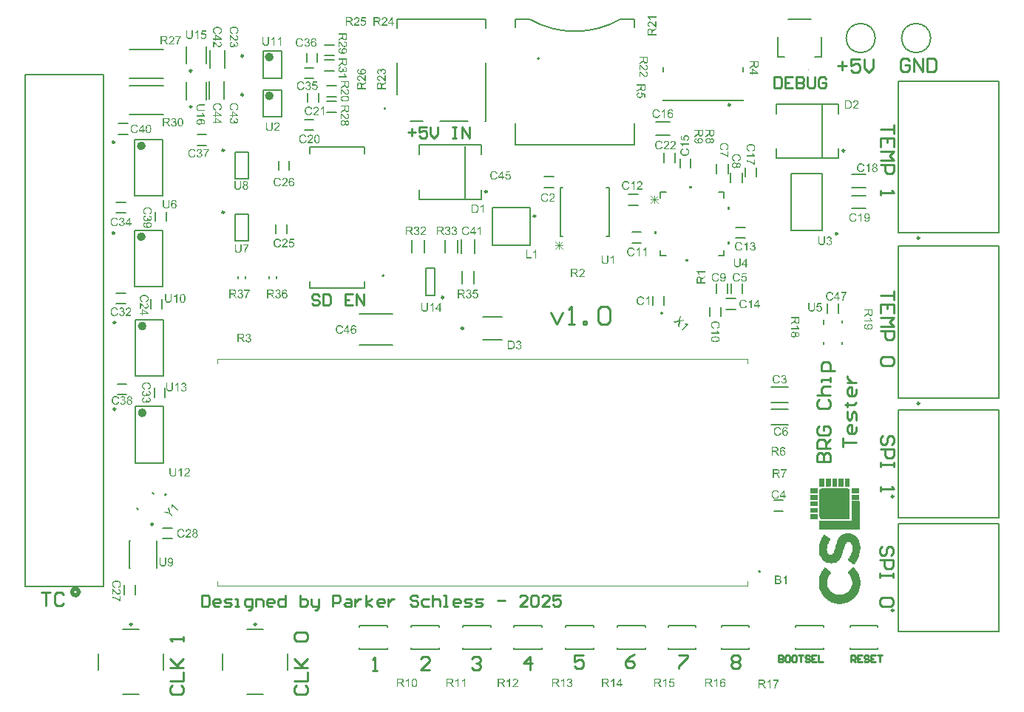
<source format=gto>
G04*
G04 #@! TF.GenerationSoftware,Altium Limited,Altium Designer,25.4.2 (15)*
G04*
G04 Layer_Color=65535*
%FSLAX44Y44*%
%MOMM*%
G71*
G04*
G04 #@! TF.SameCoordinates,F718CCC6-B2C0-4064-A14D-7761564938EA*
G04*
G04*
G04 #@! TF.FilePolarity,Positive*
G04*
G01*
G75*
%ADD10C,0.1000*%
%ADD11C,0.2500*%
%ADD12C,0.5000*%
%ADD13C,0.2000*%
%ADD14C,0.5080*%
%ADD15C,0.1500*%
%ADD16C,0.1524*%
%ADD17C,0.1270*%
%ADD18C,0.2540*%
%ADD19C,0.0762*%
G36*
X770955Y583184D02*
X767145D01*
Y585724D01*
X770955D01*
Y583184D01*
D02*
G37*
G36*
X814230Y558639D02*
X811690D01*
Y562449D01*
X814230D01*
Y558639D01*
D02*
G37*
G36*
X730410Y530639D02*
X727870D01*
Y534449D01*
X730410D01*
Y530639D01*
D02*
G37*
G36*
X814230Y518639D02*
X811690D01*
Y522449D01*
X814230D01*
Y518639D01*
D02*
G37*
G36*
X766955Y499364D02*
X763145D01*
Y501904D01*
X766955D01*
Y499364D01*
D02*
G37*
G36*
X951465Y241376D02*
X946277D01*
Y250598D01*
X951465D01*
Y241376D01*
D02*
G37*
G36*
X944548D02*
X938785D01*
Y244835D01*
Y245411D01*
Y250598D01*
X944548D01*
Y241376D01*
D02*
G37*
G36*
X937056Y245411D02*
Y244835D01*
Y241376D01*
X931869D01*
Y241953D01*
X931292D01*
Y250598D01*
X937056D01*
Y245411D01*
D02*
G37*
G36*
X930140Y241953D02*
X929564D01*
Y241376D01*
X924376D01*
Y249445D01*
Y250022D01*
Y250598D01*
X930140D01*
Y241953D01*
D02*
G37*
G36*
X922647Y250022D02*
Y241376D01*
X916884D01*
Y250598D01*
X922647D01*
Y250022D01*
D02*
G37*
G36*
X962415Y233884D02*
X953770D01*
Y239648D01*
X962415D01*
Y233884D01*
D02*
G37*
G36*
X915155Y238495D02*
Y237918D01*
Y233884D01*
X905933D01*
Y239648D01*
X915155D01*
Y238495D01*
D02*
G37*
G36*
X962415Y226392D02*
X953770D01*
Y232155D01*
X962415D01*
Y226392D01*
D02*
G37*
G36*
X915155D02*
X905933D01*
Y232155D01*
X915155D01*
Y226392D01*
D02*
G37*
G36*
Y218899D02*
X905933D01*
Y224662D01*
X915155D01*
Y218899D01*
D02*
G37*
G36*
Y211407D02*
X905933D01*
Y212559D01*
Y213136D01*
Y217170D01*
X915155D01*
Y211407D01*
D02*
G37*
G36*
X949736Y239071D02*
X950888D01*
Y238495D01*
X951465D01*
Y205067D01*
X950888D01*
Y204490D01*
X949159D01*
Y203914D01*
X919189D01*
Y204490D01*
X918037D01*
Y205067D01*
X917460D01*
Y206220D01*
X916884D01*
Y228121D01*
Y228697D01*
Y237918D01*
X917460D01*
Y238495D01*
X918037D01*
Y239071D01*
X918613D01*
Y239648D01*
X949736D01*
Y239071D01*
D02*
G37*
G36*
X915155Y203914D02*
X905933D01*
Y209678D01*
X915155D01*
Y203914D01*
D02*
G37*
G36*
X962415Y224662D02*
X962991D01*
Y192387D01*
X962415D01*
Y191811D01*
X916884D01*
Y202185D01*
X953770D01*
Y208525D01*
Y209101D01*
Y225239D01*
X962415D01*
Y224662D01*
D02*
G37*
G36*
X952617Y187200D02*
X954346D01*
Y186624D01*
X956075D01*
Y186047D01*
X956652D01*
Y185471D01*
X957804D01*
Y184895D01*
X958381D01*
Y184318D01*
X958957D01*
Y183742D01*
X959533D01*
Y183166D01*
X960110D01*
Y182013D01*
X960686D01*
Y181437D01*
X961263D01*
Y180284D01*
X961839D01*
Y178555D01*
X962415D01*
Y176826D01*
X962991D01*
Y173368D01*
X963568D01*
Y169333D01*
X962991D01*
Y164723D01*
X962415D01*
Y162417D01*
X961839D01*
Y160688D01*
X961263D01*
Y159536D01*
X960686D01*
Y158383D01*
X960110D01*
Y157230D01*
X959533D01*
Y156077D01*
X958957D01*
Y154925D01*
X958381D01*
Y154348D01*
X957804D01*
Y153196D01*
X957228D01*
Y152619D01*
X956652D01*
Y152043D01*
X954923D01*
Y152619D01*
X954346D01*
Y153196D01*
X953770D01*
Y153772D01*
X953194D01*
Y154348D01*
X952617D01*
Y154925D01*
X951465D01*
Y155501D01*
X950888D01*
Y156077D01*
X950312D01*
Y156654D01*
X949736D01*
Y157230D01*
X949159D01*
Y158383D01*
X949736D01*
Y158959D01*
X950312D01*
Y159536D01*
X950888D01*
Y160688D01*
X951465D01*
Y161841D01*
X952041D01*
Y162417D01*
X952617D01*
Y163570D01*
X953194D01*
Y165299D01*
X953770D01*
Y167028D01*
X954346D01*
Y174520D01*
X953770D01*
Y175673D01*
X953194D01*
Y176250D01*
X952617D01*
Y176826D01*
X952041D01*
Y177402D01*
X950888D01*
Y177978D01*
X949159D01*
Y177402D01*
X948007D01*
Y176826D01*
X947430D01*
Y176250D01*
X946854D01*
Y175097D01*
X946277D01*
Y173944D01*
X945701D01*
Y172791D01*
X945125D01*
Y170486D01*
X944548D01*
Y168757D01*
X943972D01*
Y167028D01*
X943396D01*
Y164723D01*
X942820D01*
Y162994D01*
X942243D01*
Y161264D01*
X941667D01*
Y160112D01*
X941090D01*
Y158959D01*
X940514D01*
Y158383D01*
X939938D01*
Y157230D01*
X939361D01*
Y156654D01*
X938785D01*
Y156077D01*
X938209D01*
Y155501D01*
X937056D01*
Y154925D01*
X936480D01*
Y154348D01*
X934751D01*
Y153772D01*
X931292D01*
Y153196D01*
X928987D01*
Y153772D01*
X926105D01*
Y154348D01*
X924376D01*
Y154925D01*
X923224D01*
Y155501D01*
X922071D01*
Y156077D01*
X921495D01*
Y156654D01*
X920918D01*
Y157230D01*
X920342D01*
Y157806D01*
X919766D01*
Y158959D01*
X919189D01*
Y159536D01*
X918613D01*
Y160688D01*
X918037D01*
Y161841D01*
X917460D01*
Y162994D01*
X916884D01*
Y165875D01*
X916308D01*
Y173944D01*
X916884D01*
Y176250D01*
X917460D01*
Y178555D01*
X918037D01*
Y180284D01*
X918613D01*
Y181437D01*
X919189D01*
Y182589D01*
X919766D01*
Y183742D01*
X920342D01*
Y184318D01*
X920918D01*
Y185471D01*
X921495D01*
Y186047D01*
X923224D01*
Y185471D01*
X923800D01*
Y184895D01*
X924953D01*
Y184318D01*
X925529D01*
Y183742D01*
X926682D01*
Y183166D01*
X927258D01*
Y182589D01*
X928411D01*
Y182013D01*
X928987D01*
Y181437D01*
X929564D01*
Y180860D01*
X928987D01*
Y179708D01*
X928411D01*
Y178555D01*
X927834D01*
Y177978D01*
X927258D01*
Y176250D01*
X926682D01*
Y175097D01*
X926105D01*
Y173368D01*
X925529D01*
Y169910D01*
X924953D01*
Y168757D01*
X925529D01*
Y165875D01*
X926105D01*
Y164723D01*
X926682D01*
Y164146D01*
X927258D01*
Y163570D01*
X931292D01*
Y164146D01*
X931869D01*
Y164723D01*
X932445D01*
Y165299D01*
X933022D01*
Y167028D01*
X933598D01*
Y168181D01*
X934174D01*
Y170486D01*
X934751D01*
Y172215D01*
X935327D01*
Y174520D01*
X935903D01*
Y176250D01*
X936480D01*
Y177978D01*
X937056D01*
Y179708D01*
X937632D01*
Y180860D01*
X938209D01*
Y182013D01*
X938785D01*
Y182589D01*
X939361D01*
Y183742D01*
X939938D01*
Y184318D01*
X940514D01*
Y184895D01*
X941090D01*
Y185471D01*
X941667D01*
Y186047D01*
X942820D01*
Y186624D01*
X943972D01*
Y187200D01*
X945701D01*
Y187776D01*
X952617D01*
Y187200D01*
D02*
G37*
G36*
X956075Y148585D02*
X956652D01*
Y148009D01*
X957228D01*
Y147432D01*
X957804D01*
Y146279D01*
X958381D01*
Y145703D01*
X958957D01*
Y145127D01*
X959533D01*
Y143974D01*
X960110D01*
Y143398D01*
X960686D01*
Y142245D01*
X961263D01*
Y141092D01*
X961839D01*
Y139940D01*
X962415D01*
Y137634D01*
X962991D01*
Y134753D01*
X963568D01*
Y127837D01*
X962991D01*
Y124378D01*
X962415D01*
Y122649D01*
X961839D01*
Y120920D01*
X961263D01*
Y119768D01*
X960686D01*
Y118615D01*
X960110D01*
Y117462D01*
X959533D01*
Y116886D01*
X958957D01*
Y116310D01*
X958381D01*
Y115733D01*
X957804D01*
Y114580D01*
X957228D01*
Y114004D01*
X956652D01*
Y113428D01*
X956075D01*
Y112851D01*
X954923D01*
Y112275D01*
X954346D01*
Y111699D01*
X953770D01*
Y111123D01*
X953194D01*
Y110546D01*
X952041D01*
Y109970D01*
X950888D01*
Y109393D01*
X949736D01*
Y108817D01*
X948007D01*
Y108241D01*
X946277D01*
Y107664D01*
X942820D01*
Y107088D01*
X937056D01*
Y107664D01*
X933598D01*
Y108241D01*
X931869D01*
Y108817D01*
X930140D01*
Y109393D01*
X928987D01*
Y109970D01*
X927834D01*
Y110546D01*
X926682D01*
Y111123D01*
X926105D01*
Y111699D01*
X925529D01*
Y112275D01*
X924376D01*
Y112851D01*
X923800D01*
Y113428D01*
X923224D01*
Y114004D01*
X922647D01*
Y114580D01*
X922071D01*
Y115157D01*
X921495D01*
Y115733D01*
X920918D01*
Y116886D01*
X920342D01*
Y117462D01*
X919766D01*
Y118615D01*
X919189D01*
Y119768D01*
X918613D01*
Y120920D01*
X918037D01*
Y122073D01*
X917460D01*
Y123802D01*
X916884D01*
Y126107D01*
X916308D01*
Y136482D01*
X916884D01*
Y138787D01*
X917460D01*
Y140516D01*
X918037D01*
Y142245D01*
X918613D01*
Y143398D01*
X919189D01*
Y144551D01*
X919766D01*
Y145127D01*
X920342D01*
Y146279D01*
X920918D01*
Y146856D01*
X921495D01*
Y147432D01*
X922071D01*
Y148009D01*
X922647D01*
Y149161D01*
X923224D01*
Y148585D01*
X924376D01*
Y148009D01*
X924953D01*
Y147432D01*
X925529D01*
Y146856D01*
X926105D01*
Y146279D01*
X926682D01*
Y145703D01*
X927258D01*
Y145127D01*
X928411D01*
Y144551D01*
X928987D01*
Y143974D01*
X929564D01*
Y143398D01*
X930140D01*
Y141669D01*
X929564D01*
Y141092D01*
X928987D01*
Y140516D01*
X928411D01*
Y139363D01*
X927834D01*
Y138787D01*
X927258D01*
Y137634D01*
X926682D01*
Y135905D01*
X926105D01*
Y134176D01*
X925529D01*
Y127837D01*
X926105D01*
Y126107D01*
X926682D01*
Y124955D01*
X927258D01*
Y123802D01*
X927834D01*
Y123226D01*
X928411D01*
Y122649D01*
X928987D01*
Y122073D01*
X929564D01*
Y121497D01*
X930140D01*
Y120920D01*
X930716D01*
Y120344D01*
X931292D01*
Y119768D01*
X932445D01*
Y119191D01*
X933598D01*
Y118615D01*
X935327D01*
Y118039D01*
X938785D01*
Y117462D01*
X941090D01*
Y118039D01*
X944548D01*
Y118615D01*
X945701D01*
Y119191D01*
X947430D01*
Y119768D01*
X948007D01*
Y120344D01*
X949159D01*
Y120920D01*
X949736D01*
Y121497D01*
X950312D01*
Y122073D01*
X950888D01*
Y122649D01*
X951465D01*
Y123226D01*
X952041D01*
Y124378D01*
X952617D01*
Y125531D01*
X953194D01*
Y126684D01*
X953770D01*
Y128989D01*
X954346D01*
Y133024D01*
X953770D01*
Y135905D01*
X953194D01*
Y137058D01*
X952617D01*
Y138211D01*
X952041D01*
Y139363D01*
X951465D01*
Y140516D01*
X950888D01*
Y141092D01*
X950312D01*
Y141669D01*
X949736D01*
Y142245D01*
X949159D01*
Y143398D01*
X949736D01*
Y143974D01*
X950312D01*
Y144551D01*
X950888D01*
Y145127D01*
X951465D01*
Y145703D01*
X952041D01*
Y146279D01*
X952617D01*
Y146856D01*
X953194D01*
Y147432D01*
X953770D01*
Y148009D01*
X954346D01*
Y148585D01*
X954923D01*
Y149161D01*
X956075D01*
Y148585D01*
D02*
G37*
G36*
X185937Y192987D02*
X186043Y192980D01*
X186170Y192973D01*
X186310Y192952D01*
X186472Y192931D01*
X186655Y192903D01*
X186845Y192860D01*
X187042Y192811D01*
X187246Y192755D01*
X187450Y192677D01*
X187654Y192593D01*
X187865Y192495D01*
X188062Y192382D01*
X188252Y192248D01*
X188266Y192241D01*
X188294Y192213D01*
X188351Y192171D01*
X188414Y192108D01*
X188498Y192037D01*
X188590Y191939D01*
X188688Y191833D01*
X188801Y191707D01*
X188913Y191566D01*
X189033Y191411D01*
X189146Y191235D01*
X189258Y191052D01*
X189371Y190848D01*
X189469Y190630D01*
X189568Y190398D01*
X189645Y190152D01*
X188379Y189856D01*
X188372Y189870D01*
X188365Y189905D01*
X188344Y189955D01*
X188316Y190032D01*
X188280Y190117D01*
X188238Y190215D01*
X188182Y190328D01*
X188125Y190447D01*
X188062Y190574D01*
X187985Y190700D01*
X187907Y190827D01*
X187816Y190961D01*
X187717Y191080D01*
X187619Y191200D01*
X187506Y191306D01*
X187387Y191404D01*
X187380Y191411D01*
X187359Y191425D01*
X187323Y191446D01*
X187274Y191481D01*
X187211Y191517D01*
X187134Y191559D01*
X187042Y191601D01*
X186943Y191650D01*
X186831Y191693D01*
X186711Y191735D01*
X186578Y191777D01*
X186437Y191812D01*
X186282Y191847D01*
X186120Y191868D01*
X185951Y191882D01*
X185769Y191889D01*
X185663D01*
X185586Y191882D01*
X185487Y191875D01*
X185375Y191861D01*
X185248Y191847D01*
X185114Y191819D01*
X184966Y191791D01*
X184819Y191756D01*
X184664Y191714D01*
X184502Y191664D01*
X184347Y191601D01*
X184193Y191524D01*
X184038Y191446D01*
X183890Y191348D01*
X183883Y191341D01*
X183855Y191327D01*
X183820Y191292D01*
X183770Y191249D01*
X183707Y191193D01*
X183637Y191130D01*
X183559Y191052D01*
X183475Y190968D01*
X183390Y190869D01*
X183299Y190764D01*
X183214Y190644D01*
X183130Y190511D01*
X183046Y190377D01*
X182968Y190229D01*
X182898Y190074D01*
X182835Y189905D01*
Y189898D01*
X182820Y189863D01*
X182806Y189814D01*
X182785Y189751D01*
X182764Y189666D01*
X182736Y189568D01*
X182715Y189455D01*
X182687Y189328D01*
X182659Y189195D01*
X182631Y189047D01*
X182602Y188892D01*
X182581Y188730D01*
X182546Y188393D01*
X182539Y188217D01*
X182532Y188034D01*
Y188020D01*
Y187978D01*
Y187914D01*
X182539Y187823D01*
X182546Y187717D01*
X182553Y187591D01*
X182560Y187450D01*
X182574Y187302D01*
X182595Y187133D01*
X182617Y186957D01*
X182687Y186599D01*
X182722Y186409D01*
X182771Y186226D01*
X182827Y186043D01*
X182891Y185867D01*
X182898Y185860D01*
X182905Y185825D01*
X182926Y185782D01*
X182961Y185719D01*
X182996Y185642D01*
X183046Y185550D01*
X183102Y185452D01*
X183165Y185346D01*
X183243Y185241D01*
X183327Y185128D01*
X183419Y185009D01*
X183517Y184896D01*
X183630Y184783D01*
X183749Y184678D01*
X183876Y184579D01*
X184017Y184488D01*
X184024Y184481D01*
X184052Y184467D01*
X184094Y184446D01*
X184150Y184417D01*
X184221Y184382D01*
X184305Y184340D01*
X184404Y184305D01*
X184509Y184263D01*
X184629Y184213D01*
X184755Y184178D01*
X184896Y184136D01*
X185037Y184101D01*
X185192Y184073D01*
X185346Y184052D01*
X185508Y184038D01*
X185670Y184030D01*
X185719D01*
X185776Y184038D01*
X185853D01*
X185944Y184052D01*
X186050Y184066D01*
X186177Y184080D01*
X186303Y184108D01*
X186444Y184143D01*
X186592Y184185D01*
X186747Y184235D01*
X186901Y184291D01*
X187056Y184361D01*
X187211Y184446D01*
X187359Y184544D01*
X187506Y184650D01*
X187513Y184657D01*
X187542Y184678D01*
X187577Y184713D01*
X187626Y184769D01*
X187689Y184833D01*
X187760Y184910D01*
X187837Y185009D01*
X187914Y185114D01*
X187999Y185241D01*
X188083Y185374D01*
X188175Y185529D01*
X188252Y185698D01*
X188337Y185874D01*
X188407Y186071D01*
X188470Y186275D01*
X188526Y186500D01*
X189814Y186176D01*
Y186169D01*
X189807Y186155D01*
X189800Y186134D01*
X189793Y186106D01*
X189786Y186071D01*
X189772Y186022D01*
X189737Y185916D01*
X189688Y185782D01*
X189631Y185635D01*
X189561Y185466D01*
X189476Y185283D01*
X189385Y185086D01*
X189279Y184889D01*
X189160Y184692D01*
X189026Y184488D01*
X188878Y184291D01*
X188717Y184101D01*
X188541Y183925D01*
X188351Y183756D01*
X188337Y183749D01*
X188301Y183721D01*
X188245Y183679D01*
X188161Y183629D01*
X188062Y183566D01*
X187936Y183496D01*
X187795Y183418D01*
X187633Y183341D01*
X187457Y183264D01*
X187260Y183186D01*
X187049Y183116D01*
X186824Y183053D01*
X186578Y183003D01*
X186324Y182961D01*
X186057Y182933D01*
X185776Y182926D01*
X185670D01*
X185621Y182933D01*
X185515D01*
X185382Y182947D01*
X185227Y182961D01*
X185051Y182982D01*
X184868Y183003D01*
X184664Y183039D01*
X184460Y183081D01*
X184242Y183137D01*
X184031Y183193D01*
X183820Y183271D01*
X183608Y183355D01*
X183405Y183454D01*
X183214Y183566D01*
X183200Y183573D01*
X183172Y183594D01*
X183123Y183636D01*
X183053Y183686D01*
X182968Y183749D01*
X182877Y183834D01*
X182771Y183925D01*
X182659Y184038D01*
X182539Y184164D01*
X182419Y184298D01*
X182293Y184453D01*
X182166Y184615D01*
X182047Y184797D01*
X181927Y184987D01*
X181814Y185198D01*
X181716Y185417D01*
Y185424D01*
X181709Y185431D01*
X181695Y185473D01*
X181667Y185536D01*
X181639Y185628D01*
X181596Y185740D01*
X181554Y185874D01*
X181505Y186029D01*
X181463Y186197D01*
X181413Y186388D01*
X181364Y186591D01*
X181322Y186803D01*
X181280Y187035D01*
X181252Y187267D01*
X181223Y187513D01*
X181209Y187766D01*
X181202Y188027D01*
Y188034D01*
Y188048D01*
Y188069D01*
Y188097D01*
Y188132D01*
X181209Y188175D01*
Y188280D01*
X181223Y188414D01*
X181230Y188569D01*
X181252Y188745D01*
X181273Y188934D01*
X181308Y189132D01*
X181343Y189342D01*
X181392Y189568D01*
X181448Y189793D01*
X181512Y190018D01*
X181589Y190243D01*
X181681Y190461D01*
X181779Y190679D01*
X181786Y190693D01*
X181807Y190729D01*
X181842Y190785D01*
X181885Y190869D01*
X181948Y190961D01*
X182018Y191066D01*
X182110Y191193D01*
X182208Y191320D01*
X182314Y191453D01*
X182441Y191601D01*
X182574Y191742D01*
X182722Y191882D01*
X182884Y192023D01*
X183053Y192157D01*
X183236Y192283D01*
X183433Y192403D01*
X183447Y192410D01*
X183482Y192431D01*
X183538Y192459D01*
X183623Y192495D01*
X183721Y192544D01*
X183841Y192593D01*
X183981Y192642D01*
X184129Y192699D01*
X184298Y192755D01*
X184481Y192804D01*
X184678Y192860D01*
X184882Y192903D01*
X185100Y192938D01*
X185325Y192966D01*
X185557Y192987D01*
X185797Y192994D01*
X185895D01*
X185937Y192987D01*
D02*
G37*
G36*
X194275Y192853D02*
X194373Y192846D01*
X194493Y192839D01*
X194627Y192818D01*
X194781Y192797D01*
X194943Y192762D01*
X195119Y192720D01*
X195295Y192670D01*
X195485Y192607D01*
X195668Y192530D01*
X195851Y192438D01*
X196027Y192340D01*
X196196Y192220D01*
X196357Y192080D01*
X196364Y192072D01*
X196393Y192044D01*
X196435Y192002D01*
X196484Y191939D01*
X196547Y191868D01*
X196618Y191777D01*
X196695Y191671D01*
X196772Y191552D01*
X196843Y191418D01*
X196920Y191270D01*
X196991Y191108D01*
X197054Y190940D01*
X197103Y190757D01*
X197145Y190567D01*
X197174Y190363D01*
X197181Y190152D01*
Y190145D01*
Y190124D01*
Y190095D01*
Y190053D01*
X197174Y189997D01*
X197167Y189941D01*
X197160Y189870D01*
X197152Y189793D01*
X197124Y189617D01*
X197082Y189420D01*
X197019Y189216D01*
X196941Y189005D01*
Y188998D01*
X196927Y188977D01*
X196913Y188948D01*
X196892Y188906D01*
X196871Y188857D01*
X196836Y188794D01*
X196801Y188723D01*
X196751Y188646D01*
X196702Y188562D01*
X196646Y188470D01*
X196505Y188266D01*
X196428Y188160D01*
X196343Y188048D01*
X196245Y187935D01*
X196146Y187816D01*
X196139Y187809D01*
X196118Y187788D01*
X196090Y187752D01*
X196041Y187703D01*
X195977Y187640D01*
X195900Y187563D01*
X195816Y187471D01*
X195710Y187365D01*
X195590Y187253D01*
X195450Y187126D01*
X195302Y186986D01*
X195133Y186831D01*
X194950Y186669D01*
X194753Y186493D01*
X194535Y186303D01*
X194303Y186106D01*
X194289Y186099D01*
X194254Y186064D01*
X194204Y186022D01*
X194134Y185958D01*
X194043Y185888D01*
X193951Y185804D01*
X193846Y185712D01*
X193733Y185614D01*
X193494Y185410D01*
X193381Y185304D01*
X193269Y185205D01*
X193163Y185107D01*
X193072Y185023D01*
X192987Y184945D01*
X192924Y184875D01*
X192910Y184861D01*
X192875Y184818D01*
X192818Y184755D01*
X192748Y184678D01*
X192671Y184579D01*
X192586Y184474D01*
X192502Y184354D01*
X192424Y184235D01*
X197195D01*
Y183088D01*
X190764D01*
Y183095D01*
Y183109D01*
Y183130D01*
Y183158D01*
Y183200D01*
X190771Y183242D01*
X190778Y183355D01*
X190792Y183475D01*
X190813Y183615D01*
X190848Y183763D01*
X190898Y183911D01*
Y183918D01*
X190912Y183939D01*
X190926Y183974D01*
X190947Y184023D01*
X190968Y184087D01*
X191003Y184157D01*
X191045Y184235D01*
X191088Y184319D01*
X191137Y184417D01*
X191200Y184516D01*
X191334Y184734D01*
X191496Y184966D01*
X191686Y185205D01*
X191693Y185212D01*
X191714Y185234D01*
X191742Y185269D01*
X191784Y185318D01*
X191840Y185381D01*
X191911Y185452D01*
X191988Y185536D01*
X192087Y185628D01*
X192192Y185733D01*
X192305Y185846D01*
X192431Y185965D01*
X192572Y186099D01*
X192727Y186233D01*
X192889Y186373D01*
X193065Y186521D01*
X193248Y186676D01*
X193255Y186683D01*
X193269Y186690D01*
X193290Y186711D01*
X193318Y186732D01*
X193353Y186767D01*
X193395Y186803D01*
X193501Y186894D01*
X193634Y187000D01*
X193775Y187133D01*
X193937Y187274D01*
X194106Y187429D01*
X194289Y187591D01*
X194465Y187759D01*
X194648Y187928D01*
X194817Y188104D01*
X194985Y188273D01*
X195133Y188435D01*
X195274Y188597D01*
X195387Y188745D01*
X195394Y188752D01*
X195408Y188780D01*
X195436Y188822D01*
X195478Y188871D01*
X195520Y188941D01*
X195562Y189019D01*
X195619Y189110D01*
X195668Y189209D01*
X195717Y189314D01*
X195773Y189427D01*
X195865Y189673D01*
X195900Y189800D01*
X195928Y189926D01*
X195942Y190053D01*
X195949Y190180D01*
Y190187D01*
Y190215D01*
Y190250D01*
X195942Y190299D01*
X195935Y190363D01*
X195921Y190433D01*
X195907Y190511D01*
X195886Y190595D01*
X195858Y190686D01*
X195823Y190785D01*
X195781Y190883D01*
X195731Y190982D01*
X195675Y191087D01*
X195605Y191186D01*
X195527Y191284D01*
X195436Y191376D01*
X195429Y191383D01*
X195415Y191397D01*
X195387Y191418D01*
X195344Y191453D01*
X195295Y191488D01*
X195232Y191531D01*
X195161Y191580D01*
X195084Y191622D01*
X194992Y191671D01*
X194894Y191714D01*
X194781Y191756D01*
X194669Y191791D01*
X194542Y191826D01*
X194408Y191847D01*
X194268Y191861D01*
X194120Y191868D01*
X194036D01*
X193979Y191861D01*
X193902Y191854D01*
X193818Y191840D01*
X193726Y191826D01*
X193620Y191805D01*
X193515Y191777D01*
X193402Y191742D01*
X193290Y191700D01*
X193170Y191650D01*
X193058Y191587D01*
X192945Y191517D01*
X192833Y191439D01*
X192734Y191348D01*
X192727Y191341D01*
X192713Y191327D01*
X192685Y191292D01*
X192657Y191256D01*
X192614Y191200D01*
X192572Y191137D01*
X192523Y191059D01*
X192481Y190975D01*
X192431Y190883D01*
X192382Y190771D01*
X192340Y190658D01*
X192298Y190532D01*
X192270Y190391D01*
X192241Y190243D01*
X192227Y190088D01*
X192220Y189919D01*
X190989Y190046D01*
Y190053D01*
Y190060D01*
X190996Y190081D01*
Y190109D01*
X191003Y190180D01*
X191024Y190271D01*
X191045Y190384D01*
X191073Y190518D01*
X191109Y190665D01*
X191151Y190820D01*
X191207Y190989D01*
X191271Y191158D01*
X191348Y191334D01*
X191439Y191510D01*
X191538Y191678D01*
X191658Y191840D01*
X191784Y191995D01*
X191932Y192136D01*
X191939Y192143D01*
X191967Y192164D01*
X192016Y192206D01*
X192080Y192248D01*
X192164Y192305D01*
X192263Y192368D01*
X192382Y192431D01*
X192516Y192502D01*
X192671Y192565D01*
X192833Y192628D01*
X193015Y192692D01*
X193212Y192748D01*
X193424Y192797D01*
X193649Y192832D01*
X193888Y192853D01*
X194141Y192860D01*
X194204D01*
X194275Y192853D01*
D02*
G37*
G36*
X201768D02*
X201859Y192846D01*
X201965Y192839D01*
X202092Y192818D01*
X202232Y192797D01*
X202380Y192769D01*
X202542Y192727D01*
X202711Y192677D01*
X202880Y192621D01*
X203048Y192544D01*
X203217Y192459D01*
X203386Y192361D01*
X203548Y192248D01*
X203696Y192115D01*
X203703Y192108D01*
X203731Y192080D01*
X203766Y192037D01*
X203815Y191981D01*
X203879Y191911D01*
X203942Y191826D01*
X204012Y191728D01*
X204090Y191615D01*
X204160Y191488D01*
X204230Y191348D01*
X204294Y191200D01*
X204357Y191045D01*
X204406Y190876D01*
X204442Y190693D01*
X204470Y190511D01*
X204477Y190313D01*
Y190306D01*
Y190285D01*
Y190250D01*
X204470Y190201D01*
X204463Y190145D01*
X204456Y190074D01*
X204449Y189997D01*
X204435Y189912D01*
X204392Y189729D01*
X204329Y189533D01*
X204287Y189434D01*
X204237Y189335D01*
X204181Y189237D01*
X204118Y189139D01*
X204111Y189132D01*
X204104Y189117D01*
X204083Y189089D01*
X204048Y189054D01*
X204012Y189012D01*
X203963Y188970D01*
X203914Y188913D01*
X203850Y188857D01*
X203773Y188794D01*
X203696Y188730D01*
X203604Y188667D01*
X203513Y188604D01*
X203400Y188540D01*
X203288Y188477D01*
X203168Y188421D01*
X203034Y188365D01*
X203041D01*
X203077Y188351D01*
X203119Y188336D01*
X203182Y188308D01*
X203260Y188280D01*
X203344Y188238D01*
X203442Y188196D01*
X203541Y188139D01*
X203654Y188076D01*
X203766Y188006D01*
X203879Y187928D01*
X203991Y187844D01*
X204104Y187752D01*
X204209Y187647D01*
X204315Y187541D01*
X204406Y187422D01*
X204413Y187415D01*
X204428Y187394D01*
X204449Y187358D01*
X204484Y187309D01*
X204519Y187246D01*
X204554Y187169D01*
X204596Y187084D01*
X204646Y186986D01*
X204688Y186873D01*
X204730Y186760D01*
X204765Y186627D01*
X204807Y186493D01*
X204835Y186345D01*
X204857Y186197D01*
X204871Y186036D01*
X204878Y185867D01*
Y185853D01*
Y185811D01*
X204871Y185747D01*
X204864Y185656D01*
X204850Y185550D01*
X204828Y185431D01*
X204800Y185290D01*
X204765Y185135D01*
X204723Y184973D01*
X204660Y184804D01*
X204589Y184636D01*
X204505Y184460D01*
X204399Y184277D01*
X204287Y184108D01*
X204146Y183932D01*
X203991Y183770D01*
X203984Y183763D01*
X203949Y183735D01*
X203900Y183693D01*
X203829Y183636D01*
X203745Y183573D01*
X203632Y183503D01*
X203513Y183425D01*
X203372Y183348D01*
X203210Y183271D01*
X203034Y183193D01*
X202844Y183123D01*
X202640Y183060D01*
X202415Y183003D01*
X202183Y182961D01*
X201930Y182933D01*
X201669Y182926D01*
X201606D01*
X201529Y182933D01*
X201430Y182940D01*
X201311Y182954D01*
X201170Y182968D01*
X201008Y182996D01*
X200839Y183031D01*
X200656Y183081D01*
X200466Y183137D01*
X200276Y183200D01*
X200079Y183285D01*
X199882Y183383D01*
X199692Y183496D01*
X199517Y183629D01*
X199341Y183777D01*
X199333Y183784D01*
X199305Y183819D01*
X199256Y183862D01*
X199207Y183932D01*
X199137Y184016D01*
X199059Y184115D01*
X198982Y184228D01*
X198904Y184361D01*
X198820Y184509D01*
X198743Y184671D01*
X198665Y184847D01*
X198602Y185030D01*
X198545Y185234D01*
X198496Y185445D01*
X198468Y185670D01*
X198461Y185902D01*
Y185916D01*
Y185944D01*
Y185993D01*
X198468Y186064D01*
X198475Y186141D01*
X198489Y186240D01*
X198503Y186345D01*
X198524Y186458D01*
X198545Y186577D01*
X198581Y186711D01*
X198616Y186838D01*
X198665Y186971D01*
X198721Y187105D01*
X198785Y187239D01*
X198855Y187365D01*
X198939Y187492D01*
X198947Y187499D01*
X198961Y187520D01*
X198989Y187556D01*
X199031Y187598D01*
X199080Y187647D01*
X199144Y187710D01*
X199214Y187774D01*
X199291Y187844D01*
X199390Y187914D01*
X199488Y187985D01*
X199601Y188062D01*
X199727Y188132D01*
X199861Y188196D01*
X200002Y188259D01*
X200157Y188315D01*
X200319Y188365D01*
X200312D01*
X200283Y188379D01*
X200248Y188393D01*
X200199Y188414D01*
X200136Y188442D01*
X200065Y188477D01*
X199988Y188519D01*
X199903Y188562D01*
X199720Y188674D01*
X199538Y188808D01*
X199362Y188963D01*
X199284Y189047D01*
X199214Y189139D01*
X199207Y189146D01*
X199200Y189160D01*
X199179Y189188D01*
X199158Y189230D01*
X199130Y189279D01*
X199101Y189335D01*
X199066Y189406D01*
X199038Y189483D01*
X199003Y189568D01*
X198968Y189659D01*
X198939Y189758D01*
X198911Y189863D01*
X198869Y190095D01*
X198862Y190222D01*
X198855Y190349D01*
Y190363D01*
Y190398D01*
X198862Y190454D01*
X198869Y190525D01*
X198876Y190616D01*
X198897Y190722D01*
X198918Y190841D01*
X198954Y190968D01*
X198989Y191108D01*
X199038Y191249D01*
X199101Y191397D01*
X199179Y191552D01*
X199263Y191700D01*
X199362Y191854D01*
X199481Y191995D01*
X199615Y192136D01*
X199622Y192143D01*
X199650Y192164D01*
X199692Y192206D01*
X199756Y192248D01*
X199833Y192305D01*
X199925Y192368D01*
X200030Y192431D01*
X200157Y192502D01*
X200290Y192565D01*
X200445Y192628D01*
X200614Y192692D01*
X200797Y192748D01*
X200987Y192797D01*
X201198Y192832D01*
X201416Y192853D01*
X201648Y192860D01*
X201705D01*
X201768Y192853D01*
D02*
G37*
G36*
X111975Y133740D02*
X112080D01*
X112214Y133726D01*
X112369Y133719D01*
X112544Y133698D01*
X112734Y133677D01*
X112931Y133642D01*
X113142Y133607D01*
X113368Y133557D01*
X113593Y133501D01*
X113818Y133438D01*
X114043Y133360D01*
X114261Y133269D01*
X114479Y133170D01*
X114493Y133163D01*
X114529Y133142D01*
X114585Y133107D01*
X114669Y133065D01*
X114761Y133001D01*
X114866Y132931D01*
X114993Y132840D01*
X115120Y132741D01*
X115253Y132635D01*
X115401Y132509D01*
X115542Y132375D01*
X115682Y132227D01*
X115823Y132066D01*
X115957Y131897D01*
X116083Y131714D01*
X116203Y131517D01*
X116210Y131503D01*
X116231Y131468D01*
X116259Y131411D01*
X116295Y131327D01*
X116344Y131228D01*
X116393Y131109D01*
X116442Y130968D01*
X116499Y130820D01*
X116555Y130651D01*
X116604Y130469D01*
X116660Y130272D01*
X116703Y130068D01*
X116738Y129849D01*
X116766Y129624D01*
X116787Y129392D01*
X116794Y129153D01*
Y129054D01*
X116787Y129012D01*
X116780Y128906D01*
X116773Y128780D01*
X116752Y128639D01*
X116731Y128477D01*
X116703Y128294D01*
X116660Y128104D01*
X116611Y127907D01*
X116555Y127703D01*
X116477Y127499D01*
X116393Y127295D01*
X116295Y127084D01*
X116182Y126887D01*
X116048Y126697D01*
X116041Y126683D01*
X116013Y126655D01*
X115971Y126599D01*
X115908Y126536D01*
X115837Y126451D01*
X115739Y126360D01*
X115633Y126261D01*
X115507Y126149D01*
X115366Y126036D01*
X115211Y125916D01*
X115035Y125804D01*
X114852Y125691D01*
X114648Y125579D01*
X114430Y125480D01*
X114198Y125382D01*
X113952Y125304D01*
X113656Y126571D01*
X113670Y126578D01*
X113705Y126585D01*
X113755Y126606D01*
X113832Y126634D01*
X113917Y126669D01*
X114015Y126711D01*
X114128Y126768D01*
X114247Y126824D01*
X114374Y126887D01*
X114501Y126965D01*
X114627Y127042D01*
X114761Y127134D01*
X114880Y127232D01*
X115000Y127331D01*
X115105Y127443D01*
X115204Y127563D01*
X115211Y127570D01*
X115225Y127591D01*
X115246Y127626D01*
X115281Y127675D01*
X115317Y127739D01*
X115359Y127816D01*
X115401Y127907D01*
X115450Y128006D01*
X115492Y128118D01*
X115535Y128238D01*
X115577Y128372D01*
X115612Y128512D01*
X115647Y128667D01*
X115668Y128829D01*
X115682Y128998D01*
X115689Y129181D01*
Y129286D01*
X115682Y129364D01*
X115675Y129462D01*
X115661Y129575D01*
X115647Y129702D01*
X115619Y129835D01*
X115591Y129983D01*
X115556Y130131D01*
X115514Y130286D01*
X115464Y130447D01*
X115401Y130602D01*
X115324Y130757D01*
X115246Y130912D01*
X115148Y131060D01*
X115141Y131067D01*
X115127Y131095D01*
X115091Y131130D01*
X115049Y131179D01*
X114993Y131242D01*
X114930Y131313D01*
X114852Y131390D01*
X114768Y131475D01*
X114669Y131559D01*
X114564Y131650D01*
X114444Y131735D01*
X114311Y131819D01*
X114177Y131904D01*
X114029Y131981D01*
X113874Y132052D01*
X113705Y132115D01*
X113698D01*
X113663Y132129D01*
X113614Y132143D01*
X113551Y132164D01*
X113466Y132185D01*
X113368Y132213D01*
X113255Y132234D01*
X113128Y132263D01*
X112995Y132291D01*
X112847Y132319D01*
X112692Y132347D01*
X112530Y132368D01*
X112193Y132403D01*
X112017Y132410D01*
X111834Y132417D01*
X111820D01*
X111778D01*
X111714D01*
X111623Y132410D01*
X111517Y132403D01*
X111391Y132396D01*
X111250Y132389D01*
X111102Y132375D01*
X110933Y132354D01*
X110757Y132333D01*
X110399Y132263D01*
X110209Y132227D01*
X110026Y132178D01*
X109843Y132122D01*
X109667Y132059D01*
X109660Y132052D01*
X109625Y132044D01*
X109582Y132023D01*
X109519Y131988D01*
X109442Y131953D01*
X109350Y131904D01*
X109252Y131847D01*
X109146Y131784D01*
X109041Y131707D01*
X108928Y131622D01*
X108808Y131531D01*
X108696Y131432D01*
X108583Y131320D01*
X108478Y131200D01*
X108379Y131074D01*
X108288Y130933D01*
X108281Y130926D01*
X108267Y130898D01*
X108246Y130856D01*
X108217Y130799D01*
X108182Y130729D01*
X108140Y130644D01*
X108105Y130546D01*
X108063Y130440D01*
X108013Y130321D01*
X107978Y130194D01*
X107936Y130053D01*
X107901Y129913D01*
X107873Y129758D01*
X107852Y129603D01*
X107838Y129441D01*
X107830Y129279D01*
Y129230D01*
X107838Y129174D01*
Y129096D01*
X107852Y129005D01*
X107866Y128899D01*
X107880Y128773D01*
X107908Y128646D01*
X107943Y128505D01*
X107985Y128358D01*
X108035Y128203D01*
X108091Y128048D01*
X108161Y127893D01*
X108246Y127739D01*
X108344Y127591D01*
X108450Y127443D01*
X108457Y127436D01*
X108478Y127408D01*
X108513Y127373D01*
X108569Y127324D01*
X108633Y127260D01*
X108710Y127190D01*
X108808Y127112D01*
X108914Y127035D01*
X109041Y126951D01*
X109174Y126866D01*
X109329Y126775D01*
X109498Y126697D01*
X109674Y126613D01*
X109871Y126543D01*
X110075Y126479D01*
X110300Y126423D01*
X109976Y125135D01*
X109969D01*
X109955Y125142D01*
X109934Y125149D01*
X109906Y125156D01*
X109871Y125163D01*
X109822Y125178D01*
X109716Y125213D01*
X109582Y125262D01*
X109435Y125318D01*
X109266Y125389D01*
X109083Y125473D01*
X108886Y125564D01*
X108689Y125670D01*
X108492Y125790D01*
X108288Y125923D01*
X108091Y126071D01*
X107901Y126233D01*
X107725Y126409D01*
X107556Y126599D01*
X107549Y126613D01*
X107521Y126648D01*
X107479Y126704D01*
X107430Y126789D01*
X107366Y126887D01*
X107296Y127014D01*
X107218Y127155D01*
X107141Y127317D01*
X107064Y127492D01*
X106986Y127689D01*
X106916Y127900D01*
X106853Y128126D01*
X106803Y128372D01*
X106761Y128625D01*
X106733Y128892D01*
X106726Y129174D01*
Y129279D01*
X106733Y129329D01*
Y129434D01*
X106747Y129568D01*
X106761Y129723D01*
X106782Y129899D01*
X106803Y130082D01*
X106839Y130286D01*
X106881Y130490D01*
X106937Y130708D01*
X106993Y130919D01*
X107071Y131130D01*
X107155Y131341D01*
X107254Y131545D01*
X107366Y131735D01*
X107373Y131749D01*
X107394Y131777D01*
X107437Y131826D01*
X107486Y131897D01*
X107549Y131981D01*
X107633Y132073D01*
X107725Y132178D01*
X107838Y132291D01*
X107964Y132410D01*
X108098Y132530D01*
X108253Y132657D01*
X108414Y132783D01*
X108597Y132903D01*
X108787Y133022D01*
X108998Y133135D01*
X109217Y133234D01*
X109224D01*
X109231Y133241D01*
X109273Y133255D01*
X109336Y133283D01*
X109428Y133311D01*
X109540Y133353D01*
X109674Y133395D01*
X109829Y133445D01*
X109998Y133487D01*
X110188Y133536D01*
X110392Y133585D01*
X110603Y133628D01*
X110835Y133670D01*
X111067Y133698D01*
X111313Y133726D01*
X111566Y133740D01*
X111827Y133747D01*
X111834D01*
X111848D01*
X111869D01*
X111897D01*
X111932D01*
X111975Y133740D01*
D02*
G37*
G36*
X107043Y124178D02*
X107155Y124171D01*
X107275Y124157D01*
X107415Y124136D01*
X107563Y124101D01*
X107711Y124052D01*
X107718D01*
X107739Y124038D01*
X107774Y124024D01*
X107823Y124003D01*
X107887Y123982D01*
X107957Y123946D01*
X108035Y123904D01*
X108119Y123862D01*
X108217Y123813D01*
X108316Y123749D01*
X108534Y123616D01*
X108766Y123454D01*
X109005Y123264D01*
X109012Y123257D01*
X109034Y123236D01*
X109069Y123208D01*
X109118Y123165D01*
X109181Y123109D01*
X109252Y123039D01*
X109336Y122961D01*
X109428Y122863D01*
X109533Y122757D01*
X109646Y122645D01*
X109765Y122518D01*
X109899Y122377D01*
X110033Y122222D01*
X110173Y122061D01*
X110321Y121885D01*
X110476Y121702D01*
X110483Y121695D01*
X110490Y121681D01*
X110511Y121660D01*
X110532Y121631D01*
X110567Y121596D01*
X110603Y121554D01*
X110694Y121449D01*
X110800Y121315D01*
X110933Y121174D01*
X111074Y121012D01*
X111229Y120843D01*
X111391Y120661D01*
X111559Y120485D01*
X111728Y120302D01*
X111904Y120133D01*
X112073Y119964D01*
X112235Y119816D01*
X112397Y119676D01*
X112544Y119563D01*
X112551Y119556D01*
X112580Y119542D01*
X112622Y119514D01*
X112671Y119472D01*
X112741Y119429D01*
X112819Y119387D01*
X112910Y119331D01*
X113009Y119282D01*
X113114Y119232D01*
X113227Y119176D01*
X113473Y119085D01*
X113600Y119049D01*
X113727Y119021D01*
X113853Y119007D01*
X113980Y119000D01*
X113987D01*
X114015D01*
X114050D01*
X114099Y119007D01*
X114163Y119014D01*
X114233Y119028D01*
X114311Y119042D01*
X114395Y119064D01*
X114486Y119092D01*
X114585Y119127D01*
X114683Y119169D01*
X114782Y119218D01*
X114887Y119275D01*
X114986Y119345D01*
X115084Y119422D01*
X115176Y119514D01*
X115183Y119521D01*
X115197Y119535D01*
X115218Y119563D01*
X115253Y119605D01*
X115288Y119655D01*
X115331Y119718D01*
X115380Y119788D01*
X115422Y119866D01*
X115471Y119957D01*
X115514Y120056D01*
X115556Y120168D01*
X115591Y120281D01*
X115626Y120407D01*
X115647Y120541D01*
X115661Y120682D01*
X115668Y120829D01*
Y120914D01*
X115661Y120970D01*
X115654Y121048D01*
X115640Y121132D01*
X115626Y121223D01*
X115605Y121329D01*
X115577Y121434D01*
X115542Y121547D01*
X115499Y121660D01*
X115450Y121779D01*
X115387Y121892D01*
X115317Y122004D01*
X115239Y122117D01*
X115148Y122215D01*
X115141Y122222D01*
X115127Y122237D01*
X115091Y122265D01*
X115056Y122293D01*
X115000Y122335D01*
X114937Y122377D01*
X114859Y122427D01*
X114775Y122469D01*
X114683Y122518D01*
X114571Y122567D01*
X114458Y122610D01*
X114332Y122652D01*
X114191Y122680D01*
X114043Y122708D01*
X113888Y122722D01*
X113720Y122729D01*
X113846Y123960D01*
X113853D01*
X113860D01*
X113881Y123953D01*
X113909D01*
X113980Y123946D01*
X114071Y123925D01*
X114184Y123904D01*
X114318Y123876D01*
X114465Y123841D01*
X114620Y123799D01*
X114789Y123742D01*
X114958Y123679D01*
X115134Y123602D01*
X115310Y123510D01*
X115478Y123412D01*
X115640Y123292D01*
X115795Y123165D01*
X115936Y123018D01*
X115943Y123011D01*
X115964Y122982D01*
X116006Y122933D01*
X116048Y122870D01*
X116105Y122785D01*
X116168Y122687D01*
X116231Y122567D01*
X116302Y122434D01*
X116365Y122279D01*
X116428Y122117D01*
X116492Y121934D01*
X116548Y121737D01*
X116597Y121526D01*
X116632Y121301D01*
X116653Y121062D01*
X116660Y120808D01*
Y120745D01*
X116653Y120675D01*
X116646Y120576D01*
X116639Y120457D01*
X116618Y120323D01*
X116597Y120168D01*
X116562Y120006D01*
X116520Y119830D01*
X116470Y119655D01*
X116407Y119465D01*
X116330Y119282D01*
X116238Y119099D01*
X116140Y118923D01*
X116020Y118754D01*
X115879Y118592D01*
X115872Y118585D01*
X115844Y118557D01*
X115802Y118515D01*
X115739Y118465D01*
X115668Y118402D01*
X115577Y118332D01*
X115471Y118254D01*
X115352Y118177D01*
X115218Y118107D01*
X115070Y118029D01*
X114909Y117959D01*
X114740Y117895D01*
X114557Y117846D01*
X114367Y117804D01*
X114163Y117776D01*
X113952Y117769D01*
X113945D01*
X113924D01*
X113895D01*
X113853D01*
X113797Y117776D01*
X113741Y117783D01*
X113670Y117790D01*
X113593Y117797D01*
X113417Y117825D01*
X113220Y117867D01*
X113016Y117931D01*
X112805Y118008D01*
X112798D01*
X112777Y118022D01*
X112748Y118036D01*
X112706Y118057D01*
X112657Y118078D01*
X112594Y118114D01*
X112523Y118149D01*
X112446Y118198D01*
X112362Y118247D01*
X112270Y118304D01*
X112066Y118444D01*
X111960Y118522D01*
X111848Y118606D01*
X111735Y118705D01*
X111616Y118803D01*
X111609Y118810D01*
X111588Y118831D01*
X111552Y118859D01*
X111503Y118909D01*
X111440Y118972D01*
X111362Y119049D01*
X111271Y119134D01*
X111166Y119239D01*
X111053Y119359D01*
X110926Y119500D01*
X110786Y119647D01*
X110631Y119816D01*
X110469Y119999D01*
X110293Y120196D01*
X110103Y120414D01*
X109906Y120646D01*
X109899Y120661D01*
X109864Y120696D01*
X109822Y120745D01*
X109758Y120815D01*
X109688Y120907D01*
X109604Y120998D01*
X109512Y121104D01*
X109414Y121216D01*
X109209Y121456D01*
X109104Y121568D01*
X109005Y121681D01*
X108907Y121786D01*
X108823Y121878D01*
X108745Y121962D01*
X108675Y122025D01*
X108661Y122040D01*
X108618Y122075D01*
X108555Y122131D01*
X108478Y122201D01*
X108379Y122279D01*
X108274Y122363D01*
X108154Y122448D01*
X108035Y122525D01*
Y117755D01*
X106888D01*
Y124185D01*
X106895D01*
X106909D01*
X106930D01*
X106958D01*
X107000D01*
X107043Y124178D01*
D02*
G37*
G36*
X116499Y110093D02*
X115570D01*
X115556Y110100D01*
X115528Y110135D01*
X115464Y110184D01*
X115387Y110255D01*
X115288Y110339D01*
X115169Y110438D01*
X115028Y110550D01*
X114866Y110670D01*
X114690Y110803D01*
X114493Y110951D01*
X114275Y111106D01*
X114043Y111261D01*
X113790Y111430D01*
X113523Y111591D01*
X113241Y111767D01*
X112938Y111936D01*
X112931D01*
X112917Y111943D01*
X112896Y111957D01*
X112868Y111978D01*
X112826Y112000D01*
X112777Y112021D01*
X112720Y112056D01*
X112657Y112084D01*
X112587Y112126D01*
X112502Y112161D01*
X112326Y112253D01*
X112129Y112351D01*
X111904Y112457D01*
X111658Y112569D01*
X111391Y112682D01*
X111116Y112802D01*
X110821Y112914D01*
X110518Y113034D01*
X110209Y113139D01*
X109885Y113245D01*
X109561Y113343D01*
X109547Y113350D01*
X109505Y113357D01*
X109442Y113378D01*
X109350Y113400D01*
X109231Y113428D01*
X109097Y113463D01*
X108942Y113498D01*
X108766Y113533D01*
X108576Y113575D01*
X108372Y113611D01*
X108147Y113653D01*
X107915Y113688D01*
X107676Y113723D01*
X107422Y113751D01*
X107155Y113780D01*
X106888Y113801D01*
Y115032D01*
X106902D01*
X106937D01*
X107007Y115025D01*
X107092D01*
X107204Y115018D01*
X107338Y115004D01*
X107493Y114990D01*
X107662Y114969D01*
X107859Y114948D01*
X108070Y114919D01*
X108295Y114884D01*
X108541Y114842D01*
X108801Y114786D01*
X109076Y114729D01*
X109364Y114666D01*
X109660Y114589D01*
X109667D01*
X109681Y114582D01*
X109702Y114575D01*
X109730Y114568D01*
X109772Y114553D01*
X109822Y114539D01*
X109878Y114525D01*
X109941Y114504D01*
X110082Y114462D01*
X110258Y114406D01*
X110448Y114342D01*
X110666Y114272D01*
X110898Y114188D01*
X111144Y114096D01*
X111405Y113991D01*
X111672Y113885D01*
X111946Y113765D01*
X112228Y113632D01*
X112516Y113498D01*
X112798Y113350D01*
X112805D01*
X112812Y113343D01*
X112833Y113329D01*
X112868Y113315D01*
X112903Y113294D01*
X112945Y113266D01*
X113051Y113210D01*
X113178Y113132D01*
X113333Y113048D01*
X113501Y112942D01*
X113684Y112830D01*
X113881Y112710D01*
X114085Y112577D01*
X114296Y112429D01*
X114515Y112281D01*
X114944Y111964D01*
X115155Y111796D01*
X115352Y111627D01*
Y116397D01*
X116499D01*
Y110093D01*
D02*
G37*
G36*
X602529Y577797D02*
X602635Y577790D01*
X602761Y577783D01*
X602902Y577762D01*
X603064Y577741D01*
X603247Y577713D01*
X603437Y577671D01*
X603633Y577621D01*
X603838Y577565D01*
X604042Y577487D01*
X604246Y577403D01*
X604457Y577305D01*
X604654Y577192D01*
X604844Y577058D01*
X604858Y577051D01*
X604886Y577023D01*
X604942Y576981D01*
X605005Y576918D01*
X605090Y576847D01*
X605181Y576749D01*
X605280Y576643D01*
X605392Y576517D01*
X605505Y576376D01*
X605625Y576221D01*
X605737Y576045D01*
X605850Y575862D01*
X605962Y575658D01*
X606061Y575440D01*
X606159Y575208D01*
X606237Y574962D01*
X604970Y574666D01*
X604963Y574680D01*
X604956Y574715D01*
X604935Y574765D01*
X604907Y574842D01*
X604872Y574926D01*
X604830Y575025D01*
X604773Y575138D01*
X604717Y575257D01*
X604654Y575384D01*
X604576Y575510D01*
X604499Y575637D01*
X604408Y575771D01*
X604309Y575890D01*
X604211Y576010D01*
X604098Y576116D01*
X603978Y576214D01*
X603971Y576221D01*
X603950Y576235D01*
X603915Y576256D01*
X603866Y576292D01*
X603802Y576327D01*
X603725Y576369D01*
X603633Y576411D01*
X603535Y576460D01*
X603423Y576502D01*
X603303Y576545D01*
X603169Y576587D01*
X603028Y576622D01*
X602874Y576657D01*
X602712Y576678D01*
X602543Y576693D01*
X602360Y576699D01*
X602254D01*
X602177Y576693D01*
X602079Y576685D01*
X601966Y576671D01*
X601839Y576657D01*
X601706Y576629D01*
X601558Y576601D01*
X601410Y576566D01*
X601255Y576524D01*
X601094Y576474D01*
X600939Y576411D01*
X600784Y576334D01*
X600629Y576256D01*
X600481Y576158D01*
X600475Y576151D01*
X600446Y576137D01*
X600411Y576101D01*
X600362Y576059D01*
X600299Y576003D01*
X600228Y575940D01*
X600151Y575862D01*
X600066Y575778D01*
X599982Y575679D01*
X599891Y575574D01*
X599806Y575454D01*
X599722Y575321D01*
X599637Y575187D01*
X599560Y575039D01*
X599490Y574884D01*
X599426Y574715D01*
Y574708D01*
X599412Y574673D01*
X599398Y574624D01*
X599377Y574561D01*
X599356Y574476D01*
X599328Y574378D01*
X599306Y574265D01*
X599278Y574138D01*
X599250Y574005D01*
X599222Y573857D01*
X599194Y573702D01*
X599173Y573540D01*
X599138Y573203D01*
X599131Y573027D01*
X599124Y572844D01*
Y572830D01*
Y572788D01*
Y572724D01*
X599131Y572633D01*
X599138Y572527D01*
X599145Y572401D01*
X599152Y572260D01*
X599166Y572112D01*
X599187Y571943D01*
X599208Y571767D01*
X599278Y571409D01*
X599314Y571219D01*
X599363Y571036D01*
X599419Y570853D01*
X599482Y570677D01*
X599490Y570670D01*
X599496Y570635D01*
X599518Y570592D01*
X599553Y570529D01*
X599588Y570452D01*
X599637Y570360D01*
X599693Y570262D01*
X599757Y570156D01*
X599834Y570051D01*
X599919Y569938D01*
X600010Y569818D01*
X600109Y569706D01*
X600221Y569593D01*
X600341Y569488D01*
X600467Y569389D01*
X600608Y569298D01*
X600615Y569291D01*
X600643Y569277D01*
X600686Y569256D01*
X600742Y569227D01*
X600812Y569192D01*
X600897Y569150D01*
X600995Y569115D01*
X601101Y569073D01*
X601220Y569024D01*
X601347Y568988D01*
X601488Y568946D01*
X601628Y568911D01*
X601783Y568883D01*
X601938Y568862D01*
X602100Y568848D01*
X602262Y568840D01*
X602311D01*
X602367Y568848D01*
X602444D01*
X602536Y568862D01*
X602641Y568876D01*
X602768Y568890D01*
X602895Y568918D01*
X603036Y568953D01*
X603183Y568995D01*
X603338Y569045D01*
X603493Y569101D01*
X603648Y569171D01*
X603802Y569256D01*
X603950Y569354D01*
X604098Y569460D01*
X604105Y569467D01*
X604133Y569488D01*
X604168Y569523D01*
X604217Y569579D01*
X604281Y569643D01*
X604351Y569720D01*
X604429Y569818D01*
X604506Y569924D01*
X604590Y570051D01*
X604675Y570184D01*
X604766Y570339D01*
X604844Y570508D01*
X604928Y570684D01*
X604999Y570881D01*
X605062Y571085D01*
X605118Y571310D01*
X606406Y570987D01*
Y570979D01*
X606399Y570965D01*
X606392Y570944D01*
X606385Y570916D01*
X606377Y570881D01*
X606363Y570832D01*
X606328Y570726D01*
X606279Y570592D01*
X606223Y570445D01*
X606152Y570276D01*
X606068Y570093D01*
X605976Y569896D01*
X605871Y569699D01*
X605751Y569502D01*
X605618Y569298D01*
X605470Y569101D01*
X605308Y568911D01*
X605132Y568735D01*
X604942Y568566D01*
X604928Y568559D01*
X604893Y568531D01*
X604837Y568489D01*
X604752Y568439D01*
X604654Y568376D01*
X604527Y568306D01*
X604386Y568228D01*
X604225Y568151D01*
X604049Y568074D01*
X603852Y567996D01*
X603641Y567926D01*
X603415Y567863D01*
X603169Y567813D01*
X602916Y567771D01*
X602649Y567743D01*
X602367Y567736D01*
X602262D01*
X602212Y567743D01*
X602107D01*
X601973Y567757D01*
X601818Y567771D01*
X601642Y567792D01*
X601460Y567813D01*
X601255Y567849D01*
X601051Y567891D01*
X600833Y567947D01*
X600622Y568003D01*
X600411Y568081D01*
X600200Y568165D01*
X599996Y568264D01*
X599806Y568376D01*
X599792Y568383D01*
X599764Y568404D01*
X599715Y568447D01*
X599644Y568496D01*
X599560Y568559D01*
X599468Y568643D01*
X599363Y568735D01*
X599250Y568848D01*
X599131Y568974D01*
X599011Y569108D01*
X598884Y569263D01*
X598758Y569425D01*
X598638Y569607D01*
X598518Y569797D01*
X598406Y570009D01*
X598307Y570227D01*
Y570234D01*
X598300Y570241D01*
X598286Y570283D01*
X598258Y570346D01*
X598230Y570438D01*
X598188Y570550D01*
X598146Y570684D01*
X598096Y570839D01*
X598054Y571008D01*
X598005Y571198D01*
X597956Y571402D01*
X597913Y571613D01*
X597871Y571845D01*
X597843Y572077D01*
X597815Y572323D01*
X597801Y572577D01*
X597794Y572837D01*
Y572844D01*
Y572858D01*
Y572879D01*
Y572907D01*
Y572942D01*
X597801Y572985D01*
Y573090D01*
X597815Y573224D01*
X597822Y573379D01*
X597843Y573554D01*
X597864Y573745D01*
X597899Y573941D01*
X597934Y574153D01*
X597984Y574378D01*
X598040Y574603D01*
X598103Y574828D01*
X598181Y575053D01*
X598272Y575271D01*
X598371Y575489D01*
X598378Y575503D01*
X598399Y575539D01*
X598434Y575595D01*
X598476Y575679D01*
X598540Y575771D01*
X598610Y575876D01*
X598701Y576003D01*
X598800Y576130D01*
X598905Y576263D01*
X599032Y576411D01*
X599166Y576552D01*
X599314Y576693D01*
X599475Y576833D01*
X599644Y576967D01*
X599827Y577094D01*
X600024Y577213D01*
X600038Y577220D01*
X600073Y577241D01*
X600130Y577269D01*
X600214Y577305D01*
X600313Y577354D01*
X600432Y577403D01*
X600573Y577452D01*
X600721Y577509D01*
X600890Y577565D01*
X601073Y577614D01*
X601269Y577671D01*
X601474Y577713D01*
X601692Y577748D01*
X601917Y577776D01*
X602149Y577797D01*
X602388Y577804D01*
X602487D01*
X602529Y577797D01*
D02*
G37*
G36*
X610866Y577663D02*
X610965Y577656D01*
X611085Y577649D01*
X611218Y577628D01*
X611373Y577607D01*
X611535Y577572D01*
X611711Y577530D01*
X611886Y577481D01*
X612076Y577417D01*
X612259Y577340D01*
X612442Y577248D01*
X612618Y577150D01*
X612787Y577030D01*
X612949Y576889D01*
X612956Y576883D01*
X612984Y576854D01*
X613026Y576812D01*
X613076Y576749D01*
X613139Y576678D01*
X613209Y576587D01*
X613287Y576481D01*
X613364Y576362D01*
X613434Y576228D01*
X613512Y576080D01*
X613582Y575919D01*
X613646Y575750D01*
X613695Y575567D01*
X613737Y575377D01*
X613765Y575173D01*
X613772Y574962D01*
Y574955D01*
Y574934D01*
Y574905D01*
Y574863D01*
X613765Y574807D01*
X613758Y574751D01*
X613751Y574680D01*
X613744Y574603D01*
X613716Y574427D01*
X613674Y574230D01*
X613610Y574026D01*
X613533Y573815D01*
Y573808D01*
X613519Y573787D01*
X613505Y573759D01*
X613484Y573716D01*
X613463Y573667D01*
X613427Y573604D01*
X613392Y573533D01*
X613343Y573456D01*
X613294Y573372D01*
X613237Y573280D01*
X613097Y573076D01*
X613019Y572971D01*
X612935Y572858D01*
X612836Y572745D01*
X612738Y572626D01*
X612731Y572619D01*
X612710Y572598D01*
X612682Y572562D01*
X612632Y572513D01*
X612569Y572450D01*
X612492Y572373D01*
X612407Y572281D01*
X612302Y572175D01*
X612182Y572063D01*
X612041Y571936D01*
X611894Y571796D01*
X611725Y571641D01*
X611542Y571479D01*
X611345Y571303D01*
X611127Y571113D01*
X610895Y570916D01*
X610880Y570909D01*
X610845Y570874D01*
X610796Y570832D01*
X610726Y570768D01*
X610634Y570698D01*
X610543Y570614D01*
X610437Y570522D01*
X610325Y570424D01*
X610085Y570220D01*
X609973Y570114D01*
X609860Y570015D01*
X609755Y569917D01*
X609663Y569833D01*
X609579Y569755D01*
X609515Y569685D01*
X609501Y569671D01*
X609466Y569629D01*
X609410Y569565D01*
X609340Y569488D01*
X609262Y569389D01*
X609178Y569284D01*
X609093Y569164D01*
X609016Y569045D01*
X613786D01*
Y567898D01*
X607355D01*
Y567905D01*
Y567919D01*
Y567940D01*
Y567968D01*
Y568010D01*
X607363Y568052D01*
X607369Y568165D01*
X607384Y568285D01*
X607405Y568425D01*
X607440Y568573D01*
X607489Y568721D01*
Y568728D01*
X607503Y568749D01*
X607517Y568784D01*
X607538Y568834D01*
X607560Y568897D01*
X607595Y568967D01*
X607637Y569045D01*
X607679Y569129D01*
X607728Y569227D01*
X607792Y569326D01*
X607925Y569544D01*
X608087Y569776D01*
X608277Y570015D01*
X608284Y570023D01*
X608305Y570044D01*
X608334Y570079D01*
X608376Y570128D01*
X608432Y570191D01*
X608502Y570262D01*
X608580Y570346D01*
X608678Y570438D01*
X608784Y570543D01*
X608896Y570656D01*
X609023Y570775D01*
X609164Y570909D01*
X609319Y571043D01*
X609480Y571184D01*
X609656Y571331D01*
X609839Y571486D01*
X609846Y571493D01*
X609860Y571500D01*
X609881Y571521D01*
X609910Y571542D01*
X609945Y571577D01*
X609987Y571613D01*
X610092Y571704D01*
X610226Y571810D01*
X610367Y571943D01*
X610529Y572084D01*
X610698Y572239D01*
X610880Y572401D01*
X611056Y572570D01*
X611239Y572738D01*
X611408Y572914D01*
X611577Y573083D01*
X611725Y573245D01*
X611865Y573407D01*
X611978Y573554D01*
X611985Y573562D01*
X611999Y573590D01*
X612027Y573632D01*
X612070Y573681D01*
X612112Y573751D01*
X612154Y573829D01*
X612210Y573920D01*
X612259Y574019D01*
X612309Y574124D01*
X612365Y574237D01*
X612456Y574483D01*
X612492Y574610D01*
X612520Y574737D01*
X612534Y574863D01*
X612541Y574990D01*
Y574997D01*
Y575025D01*
Y575060D01*
X612534Y575109D01*
X612527Y575173D01*
X612513Y575243D01*
X612499Y575321D01*
X612477Y575405D01*
X612449Y575496D01*
X612414Y575595D01*
X612372Y575693D01*
X612323Y575792D01*
X612267Y575897D01*
X612196Y575996D01*
X612119Y576095D01*
X612027Y576186D01*
X612020Y576193D01*
X612006Y576207D01*
X611978Y576228D01*
X611936Y576263D01*
X611886Y576298D01*
X611823Y576341D01*
X611753Y576390D01*
X611675Y576432D01*
X611584Y576481D01*
X611485Y576524D01*
X611373Y576566D01*
X611260Y576601D01*
X611134Y576636D01*
X611000Y576657D01*
X610859Y576671D01*
X610712Y576678D01*
X610627D01*
X610571Y576671D01*
X610493Y576664D01*
X610409Y576650D01*
X610317Y576636D01*
X610212Y576615D01*
X610107Y576587D01*
X609994Y576552D01*
X609881Y576510D01*
X609762Y576460D01*
X609649Y576397D01*
X609537Y576327D01*
X609424Y576249D01*
X609325Y576158D01*
X609319Y576151D01*
X609304Y576137D01*
X609276Y576101D01*
X609248Y576066D01*
X609206Y576010D01*
X609164Y575947D01*
X609114Y575869D01*
X609072Y575785D01*
X609023Y575693D01*
X608974Y575581D01*
X608932Y575468D01*
X608889Y575342D01*
X608861Y575201D01*
X608833Y575053D01*
X608819Y574898D01*
X608812Y574729D01*
X607581Y574856D01*
Y574863D01*
Y574870D01*
X607588Y574891D01*
Y574920D01*
X607595Y574990D01*
X607616Y575081D01*
X607637Y575194D01*
X607665Y575328D01*
X607700Y575475D01*
X607742Y575630D01*
X607799Y575799D01*
X607862Y575968D01*
X607939Y576144D01*
X608031Y576320D01*
X608129Y576488D01*
X608249Y576650D01*
X608376Y576805D01*
X608523Y576946D01*
X608531Y576953D01*
X608559Y576974D01*
X608608Y577016D01*
X608671Y577058D01*
X608756Y577115D01*
X608854Y577178D01*
X608974Y577241D01*
X609107Y577312D01*
X609262Y577375D01*
X609424Y577438D01*
X609607Y577502D01*
X609804Y577558D01*
X610015Y577607D01*
X610240Y577642D01*
X610479Y577663D01*
X610733Y577671D01*
X610796D01*
X610866Y577663D01*
D02*
G37*
G36*
X866657Y237437D02*
X866763Y237430D01*
X866889Y237423D01*
X867030Y237402D01*
X867192Y237381D01*
X867375Y237353D01*
X867565Y237311D01*
X867762Y237261D01*
X867966Y237205D01*
X868170Y237127D01*
X868374Y237043D01*
X868585Y236945D01*
X868782Y236832D01*
X868972Y236698D01*
X868986Y236691D01*
X869014Y236663D01*
X869071Y236621D01*
X869134Y236558D01*
X869218Y236487D01*
X869310Y236389D01*
X869408Y236283D01*
X869521Y236157D01*
X869633Y236016D01*
X869753Y235861D01*
X869866Y235685D01*
X869978Y235502D01*
X870091Y235298D01*
X870189Y235080D01*
X870288Y234848D01*
X870365Y234602D01*
X869099Y234306D01*
X869092Y234320D01*
X869085Y234355D01*
X869063Y234405D01*
X869035Y234482D01*
X869000Y234566D01*
X868958Y234665D01*
X868902Y234778D01*
X868845Y234897D01*
X868782Y235024D01*
X868705Y235151D01*
X868627Y235277D01*
X868536Y235411D01*
X868437Y235530D01*
X868339Y235650D01*
X868226Y235756D01*
X868107Y235854D01*
X868100Y235861D01*
X868079Y235875D01*
X868043Y235896D01*
X867994Y235931D01*
X867931Y235967D01*
X867853Y236009D01*
X867762Y236051D01*
X867663Y236100D01*
X867551Y236143D01*
X867431Y236185D01*
X867298Y236227D01*
X867157Y236262D01*
X867002Y236297D01*
X866840Y236318D01*
X866671Y236332D01*
X866488Y236339D01*
X866383D01*
X866305Y236332D01*
X866207Y236325D01*
X866094Y236311D01*
X865968Y236297D01*
X865834Y236269D01*
X865686Y236241D01*
X865539Y236206D01*
X865384Y236164D01*
X865222Y236114D01*
X865067Y236051D01*
X864912Y235974D01*
X864758Y235896D01*
X864610Y235798D01*
X864603Y235791D01*
X864575Y235777D01*
X864539Y235742D01*
X864490Y235699D01*
X864427Y235643D01*
X864357Y235580D01*
X864279Y235502D01*
X864195Y235418D01*
X864110Y235319D01*
X864019Y235214D01*
X863934Y235094D01*
X863850Y234960D01*
X863765Y234827D01*
X863688Y234679D01*
X863618Y234524D01*
X863555Y234355D01*
Y234348D01*
X863540Y234313D01*
X863526Y234264D01*
X863505Y234201D01*
X863484Y234116D01*
X863456Y234018D01*
X863435Y233905D01*
X863407Y233778D01*
X863379Y233645D01*
X863350Y233497D01*
X863322Y233342D01*
X863301Y233181D01*
X863266Y232843D01*
X863259Y232667D01*
X863252Y232484D01*
Y232470D01*
Y232428D01*
Y232364D01*
X863259Y232273D01*
X863266Y232167D01*
X863273Y232041D01*
X863280Y231900D01*
X863294Y231752D01*
X863315Y231583D01*
X863336Y231407D01*
X863407Y231049D01*
X863442Y230859D01*
X863491Y230676D01*
X863547Y230493D01*
X863611Y230317D01*
X863618Y230310D01*
X863625Y230275D01*
X863646Y230233D01*
X863681Y230169D01*
X863716Y230092D01*
X863765Y230000D01*
X863822Y229902D01*
X863885Y229796D01*
X863962Y229691D01*
X864047Y229578D01*
X864138Y229459D01*
X864237Y229346D01*
X864350Y229233D01*
X864469Y229128D01*
X864596Y229029D01*
X864736Y228938D01*
X864743Y228931D01*
X864772Y228917D01*
X864814Y228896D01*
X864870Y228867D01*
X864940Y228832D01*
X865025Y228790D01*
X865123Y228755D01*
X865229Y228713D01*
X865349Y228664D01*
X865475Y228628D01*
X865616Y228586D01*
X865757Y228551D01*
X865911Y228523D01*
X866066Y228502D01*
X866228Y228488D01*
X866390Y228480D01*
X866439D01*
X866495Y228488D01*
X866573D01*
X866664Y228502D01*
X866770Y228516D01*
X866897Y228530D01*
X867023Y228558D01*
X867164Y228593D01*
X867312Y228635D01*
X867466Y228685D01*
X867621Y228741D01*
X867776Y228811D01*
X867931Y228896D01*
X868079Y228994D01*
X868226Y229100D01*
X868233Y229107D01*
X868261Y229128D01*
X868297Y229163D01*
X868346Y229219D01*
X868409Y229283D01*
X868480Y229360D01*
X868557Y229459D01*
X868634Y229564D01*
X868719Y229691D01*
X868803Y229824D01*
X868895Y229979D01*
X868972Y230148D01*
X869056Y230324D01*
X869127Y230521D01*
X869190Y230725D01*
X869246Y230950D01*
X870534Y230627D01*
Y230619D01*
X870527Y230605D01*
X870520Y230584D01*
X870513Y230556D01*
X870506Y230521D01*
X870492Y230472D01*
X870457Y230366D01*
X870407Y230233D01*
X870351Y230085D01*
X870281Y229916D01*
X870196Y229733D01*
X870105Y229536D01*
X869999Y229339D01*
X869880Y229142D01*
X869746Y228938D01*
X869598Y228741D01*
X869436Y228551D01*
X869260Y228375D01*
X869071Y228206D01*
X869056Y228199D01*
X869021Y228171D01*
X868965Y228129D01*
X868881Y228079D01*
X868782Y228016D01*
X868655Y227946D01*
X868515Y227868D01*
X868353Y227791D01*
X868177Y227714D01*
X867980Y227636D01*
X867769Y227566D01*
X867544Y227503D01*
X867298Y227453D01*
X867044Y227411D01*
X866777Y227383D01*
X866495Y227376D01*
X866390D01*
X866341Y227383D01*
X866235D01*
X866101Y227397D01*
X865947Y227411D01*
X865771Y227432D01*
X865588Y227453D01*
X865384Y227488D01*
X865180Y227531D01*
X864962Y227587D01*
X864751Y227643D01*
X864539Y227721D01*
X864328Y227805D01*
X864124Y227904D01*
X863934Y228016D01*
X863920Y228023D01*
X863892Y228044D01*
X863843Y228086D01*
X863773Y228136D01*
X863688Y228199D01*
X863597Y228284D01*
X863491Y228375D01*
X863379Y228488D01*
X863259Y228614D01*
X863139Y228748D01*
X863013Y228903D01*
X862886Y229065D01*
X862766Y229247D01*
X862647Y229437D01*
X862534Y229648D01*
X862436Y229867D01*
Y229874D01*
X862429Y229881D01*
X862415Y229923D01*
X862386Y229986D01*
X862358Y230078D01*
X862316Y230190D01*
X862274Y230324D01*
X862225Y230479D01*
X862182Y230648D01*
X862133Y230837D01*
X862084Y231042D01*
X862042Y231253D01*
X862000Y231485D01*
X861971Y231717D01*
X861943Y231963D01*
X861929Y232217D01*
X861922Y232477D01*
Y232484D01*
Y232498D01*
Y232519D01*
Y232547D01*
Y232582D01*
X861929Y232625D01*
Y232730D01*
X861943Y232864D01*
X861950Y233019D01*
X861971Y233195D01*
X861992Y233384D01*
X862028Y233582D01*
X862063Y233793D01*
X862112Y234018D01*
X862168Y234243D01*
X862232Y234468D01*
X862309Y234693D01*
X862401Y234911D01*
X862499Y235129D01*
X862506Y235143D01*
X862527Y235179D01*
X862562Y235235D01*
X862605Y235319D01*
X862668Y235411D01*
X862738Y235516D01*
X862830Y235643D01*
X862928Y235770D01*
X863034Y235903D01*
X863160Y236051D01*
X863294Y236192D01*
X863442Y236332D01*
X863604Y236473D01*
X863773Y236607D01*
X863956Y236733D01*
X864153Y236853D01*
X864167Y236860D01*
X864202Y236881D01*
X864258Y236909D01*
X864342Y236945D01*
X864441Y236994D01*
X864561Y237043D01*
X864701Y237092D01*
X864849Y237149D01*
X865018Y237205D01*
X865201Y237254D01*
X865398Y237311D01*
X865602Y237353D01*
X865820Y237388D01*
X866045Y237416D01*
X866277Y237437D01*
X866516Y237444D01*
X866615D01*
X866657Y237437D01*
D02*
G37*
G36*
X876662Y230964D02*
X877978D01*
Y229867D01*
X876662D01*
Y227538D01*
X875466D01*
Y229867D01*
X871245D01*
Y230964D01*
X875684Y237275D01*
X876662D01*
Y230964D01*
D02*
G37*
G36*
X798049Y486357D02*
X798155Y486350D01*
X798281Y486343D01*
X798422Y486322D01*
X798584Y486301D01*
X798767Y486273D01*
X798957Y486231D01*
X799154Y486181D01*
X799358Y486125D01*
X799562Y486048D01*
X799766Y485963D01*
X799977Y485865D01*
X800174Y485752D01*
X800364Y485618D01*
X800378Y485611D01*
X800406Y485583D01*
X800462Y485541D01*
X800526Y485478D01*
X800610Y485407D01*
X800702Y485309D01*
X800800Y485203D01*
X800913Y485077D01*
X801025Y484936D01*
X801145Y484781D01*
X801257Y484605D01*
X801370Y484422D01*
X801483Y484218D01*
X801581Y484000D01*
X801680Y483768D01*
X801757Y483522D01*
X800490Y483226D01*
X800483Y483240D01*
X800477Y483275D01*
X800455Y483325D01*
X800427Y483402D01*
X800392Y483487D01*
X800350Y483585D01*
X800294Y483698D01*
X800237Y483817D01*
X800174Y483944D01*
X800097Y484071D01*
X800019Y484197D01*
X799928Y484331D01*
X799829Y484450D01*
X799731Y484570D01*
X799618Y484676D01*
X799499Y484774D01*
X799491Y484781D01*
X799470Y484795D01*
X799435Y484816D01*
X799386Y484851D01*
X799323Y484887D01*
X799245Y484929D01*
X799154Y484971D01*
X799055Y485020D01*
X798943Y485062D01*
X798823Y485105D01*
X798689Y485147D01*
X798549Y485182D01*
X798394Y485217D01*
X798232Y485238D01*
X798063Y485252D01*
X797880Y485260D01*
X797775D01*
X797697Y485252D01*
X797599Y485246D01*
X797486Y485231D01*
X797360Y485217D01*
X797226Y485189D01*
X797078Y485161D01*
X796930Y485126D01*
X796776Y485084D01*
X796614Y485034D01*
X796459Y484971D01*
X796304Y484894D01*
X796149Y484816D01*
X796002Y484718D01*
X795995Y484711D01*
X795966Y484697D01*
X795931Y484661D01*
X795882Y484619D01*
X795819Y484563D01*
X795748Y484500D01*
X795671Y484422D01*
X795587Y484338D01*
X795502Y484239D01*
X795411Y484134D01*
X795326Y484014D01*
X795242Y483881D01*
X795157Y483747D01*
X795080Y483599D01*
X795010Y483444D01*
X794946Y483275D01*
Y483268D01*
X794932Y483233D01*
X794918Y483184D01*
X794897Y483121D01*
X794876Y483036D01*
X794848Y482938D01*
X794827Y482825D01*
X794799Y482699D01*
X794770Y482565D01*
X794742Y482417D01*
X794714Y482262D01*
X794693Y482100D01*
X794658Y481763D01*
X794651Y481587D01*
X794644Y481404D01*
Y481390D01*
Y481348D01*
Y481284D01*
X794651Y481193D01*
X794658Y481087D01*
X794665Y480961D01*
X794672Y480820D01*
X794686Y480672D01*
X794707Y480503D01*
X794728Y480327D01*
X794799Y479969D01*
X794834Y479779D01*
X794883Y479596D01*
X794939Y479413D01*
X795003Y479237D01*
X795010Y479230D01*
X795017Y479195D01*
X795038Y479152D01*
X795073Y479089D01*
X795108Y479012D01*
X795157Y478920D01*
X795214Y478822D01*
X795277Y478716D01*
X795354Y478611D01*
X795439Y478498D01*
X795530Y478378D01*
X795629Y478266D01*
X795741Y478153D01*
X795861Y478048D01*
X795988Y477949D01*
X796128Y477858D01*
X796135Y477851D01*
X796163Y477837D01*
X796206Y477816D01*
X796262Y477788D01*
X796332Y477752D01*
X796417Y477710D01*
X796515Y477675D01*
X796621Y477633D01*
X796740Y477584D01*
X796867Y477548D01*
X797008Y477506D01*
X797149Y477471D01*
X797303Y477443D01*
X797458Y477422D01*
X797620Y477408D01*
X797782Y477401D01*
X797831D01*
X797887Y477408D01*
X797965D01*
X798056Y477422D01*
X798162Y477436D01*
X798288Y477450D01*
X798415Y477478D01*
X798556Y477513D01*
X798703Y477555D01*
X798858Y477605D01*
X799013Y477661D01*
X799168Y477731D01*
X799323Y477816D01*
X799470Y477914D01*
X799618Y478020D01*
X799625Y478027D01*
X799653Y478048D01*
X799688Y478083D01*
X799738Y478139D01*
X799801Y478203D01*
X799871Y478280D01*
X799949Y478378D01*
X800026Y478484D01*
X800111Y478611D01*
X800195Y478744D01*
X800286Y478899D01*
X800364Y479068D01*
X800448Y479244D01*
X800519Y479441D01*
X800582Y479645D01*
X800638Y479870D01*
X801926Y479547D01*
Y479539D01*
X801919Y479525D01*
X801912Y479504D01*
X801905Y479476D01*
X801898Y479441D01*
X801884Y479392D01*
X801848Y479286D01*
X801799Y479152D01*
X801743Y479005D01*
X801673Y478836D01*
X801588Y478653D01*
X801497Y478456D01*
X801391Y478259D01*
X801272Y478062D01*
X801138Y477858D01*
X800990Y477661D01*
X800828Y477471D01*
X800652Y477295D01*
X800462Y477126D01*
X800448Y477119D01*
X800413Y477091D01*
X800357Y477049D01*
X800272Y477000D01*
X800174Y476936D01*
X800047Y476866D01*
X799907Y476788D01*
X799745Y476711D01*
X799569Y476634D01*
X799372Y476556D01*
X799161Y476486D01*
X798936Y476423D01*
X798689Y476373D01*
X798436Y476331D01*
X798169Y476303D01*
X797887Y476296D01*
X797782D01*
X797732Y476303D01*
X797627D01*
X797493Y476317D01*
X797338Y476331D01*
X797163Y476352D01*
X796980Y476373D01*
X796776Y476409D01*
X796572Y476451D01*
X796354Y476507D01*
X796142Y476563D01*
X795931Y476641D01*
X795720Y476725D01*
X795516Y476824D01*
X795326Y476936D01*
X795312Y476943D01*
X795284Y476964D01*
X795235Y477006D01*
X795164Y477056D01*
X795080Y477119D01*
X794988Y477203D01*
X794883Y477295D01*
X794770Y477408D01*
X794651Y477534D01*
X794531Y477668D01*
X794405Y477823D01*
X794278Y477985D01*
X794158Y478167D01*
X794039Y478357D01*
X793926Y478568D01*
X793828Y478787D01*
Y478794D01*
X793821Y478801D01*
X793807Y478843D01*
X793778Y478906D01*
X793750Y478998D01*
X793708Y479110D01*
X793666Y479244D01*
X793616Y479399D01*
X793574Y479568D01*
X793525Y479757D01*
X793476Y479962D01*
X793434Y480173D01*
X793391Y480405D01*
X793363Y480637D01*
X793335Y480883D01*
X793321Y481137D01*
X793314Y481397D01*
Y481404D01*
Y481418D01*
Y481439D01*
Y481467D01*
Y481502D01*
X793321Y481545D01*
Y481650D01*
X793335Y481784D01*
X793342Y481939D01*
X793363Y482114D01*
X793384Y482304D01*
X793419Y482501D01*
X793455Y482713D01*
X793504Y482938D01*
X793560Y483163D01*
X793624Y483388D01*
X793701Y483613D01*
X793792Y483831D01*
X793891Y484049D01*
X793898Y484063D01*
X793919Y484099D01*
X793954Y484155D01*
X793997Y484239D01*
X794060Y484331D01*
X794130Y484436D01*
X794222Y484563D01*
X794320Y484690D01*
X794426Y484823D01*
X794552Y484971D01*
X794686Y485112D01*
X794834Y485252D01*
X794996Y485393D01*
X795164Y485527D01*
X795347Y485653D01*
X795544Y485773D01*
X795558Y485780D01*
X795594Y485801D01*
X795650Y485829D01*
X795734Y485865D01*
X795833Y485914D01*
X795952Y485963D01*
X796093Y486012D01*
X796241Y486069D01*
X796410Y486125D01*
X796593Y486174D01*
X796790Y486231D01*
X796994Y486273D01*
X797212Y486308D01*
X797437Y486336D01*
X797669Y486357D01*
X797908Y486364D01*
X798007D01*
X798049Y486357D01*
D02*
G37*
G36*
X806246Y486223D02*
X806330Y486216D01*
X806429Y486202D01*
X806534Y486188D01*
X806654Y486167D01*
X806788Y486139D01*
X806921Y486104D01*
X807069Y486062D01*
X807217Y486012D01*
X807365Y485956D01*
X807519Y485886D01*
X807667Y485808D01*
X807815Y485717D01*
X807822Y485710D01*
X807850Y485696D01*
X807892Y485661D01*
X807941Y485625D01*
X808012Y485569D01*
X808089Y485506D01*
X808167Y485428D01*
X808258Y485344D01*
X808356Y485246D01*
X808455Y485133D01*
X808554Y485013D01*
X808652Y484880D01*
X808751Y484739D01*
X808842Y484591D01*
X808933Y484429D01*
X809011Y484253D01*
X809018Y484239D01*
X809032Y484211D01*
X809046Y484155D01*
X809074Y484077D01*
X809109Y483979D01*
X809145Y483859D01*
X809180Y483719D01*
X809222Y483557D01*
X809257Y483374D01*
X809292Y483170D01*
X809327Y482952D01*
X809363Y482705D01*
X809391Y482438D01*
X809405Y482157D01*
X809419Y481847D01*
X809426Y481524D01*
Y481516D01*
Y481502D01*
Y481474D01*
Y481439D01*
Y481397D01*
Y481348D01*
X809419Y481284D01*
Y481214D01*
Y481137D01*
X809412Y481059D01*
X809405Y480876D01*
X809391Y480672D01*
X809377Y480454D01*
X809356Y480222D01*
X809327Y479983D01*
X809292Y479729D01*
X809257Y479483D01*
X809208Y479237D01*
X809152Y478998D01*
X809088Y478773D01*
X809018Y478554D01*
X809011Y478540D01*
X808997Y478505D01*
X808976Y478449D01*
X808941Y478372D01*
X808898Y478280D01*
X808849Y478175D01*
X808786Y478055D01*
X808715Y477928D01*
X808631Y477794D01*
X808547Y477661D01*
X808441Y477520D01*
X808335Y477379D01*
X808216Y477246D01*
X808089Y477112D01*
X807955Y476985D01*
X807808Y476873D01*
X807801Y476866D01*
X807773Y476852D01*
X807730Y476817D01*
X807667Y476781D01*
X807590Y476739D01*
X807498Y476690D01*
X807393Y476641D01*
X807273Y476584D01*
X807146Y476528D01*
X806999Y476479D01*
X806851Y476430D01*
X806682Y476387D01*
X806506Y476352D01*
X806323Y476324D01*
X806133Y476303D01*
X805936Y476296D01*
X805887D01*
X805824Y476303D01*
X805746D01*
X805648Y476317D01*
X805535Y476331D01*
X805408Y476352D01*
X805275Y476373D01*
X805127Y476409D01*
X804972Y476451D01*
X804818Y476500D01*
X804663Y476563D01*
X804508Y476634D01*
X804353Y476718D01*
X804205Y476817D01*
X804065Y476929D01*
X804058Y476936D01*
X804037Y476957D01*
X803994Y476992D01*
X803952Y477049D01*
X803896Y477112D01*
X803826Y477189D01*
X803755Y477281D01*
X803685Y477393D01*
X803607Y477513D01*
X803537Y477647D01*
X803460Y477788D01*
X803396Y477949D01*
X803333Y478125D01*
X803277Y478308D01*
X803234Y478505D01*
X803199Y478716D01*
X804346Y478822D01*
Y478815D01*
X804353Y478787D01*
X804360Y478744D01*
X804374Y478688D01*
X804388Y478625D01*
X804409Y478547D01*
X804438Y478456D01*
X804466Y478372D01*
X804543Y478175D01*
X804642Y477977D01*
X804761Y477794D01*
X804825Y477710D01*
X804902Y477640D01*
X804909Y477633D01*
X804923Y477626D01*
X804944Y477605D01*
X804979Y477584D01*
X805014Y477555D01*
X805064Y477527D01*
X805127Y477492D01*
X805190Y477464D01*
X805261Y477429D01*
X805345Y477393D01*
X805521Y477337D01*
X805725Y477295D01*
X805838Y477288D01*
X805957Y477281D01*
X806014D01*
X806049Y477288D01*
X806098D01*
X806154Y477295D01*
X806288Y477309D01*
X806436Y477344D01*
X806605Y477387D01*
X806767Y477443D01*
X806928Y477527D01*
X806935D01*
X806949Y477541D01*
X806971Y477555D01*
X806999Y477576D01*
X807076Y477633D01*
X807168Y477710D01*
X807273Y477802D01*
X807386Y477921D01*
X807498Y478055D01*
X807604Y478203D01*
Y478210D01*
X807618Y478224D01*
X807632Y478245D01*
X807646Y478280D01*
X807674Y478322D01*
X807695Y478372D01*
X807730Y478435D01*
X807758Y478505D01*
X807794Y478583D01*
X807829Y478667D01*
X807864Y478759D01*
X807906Y478857D01*
X807941Y478969D01*
X807977Y479082D01*
X808012Y479209D01*
X808047Y479335D01*
Y479342D01*
X808054Y479371D01*
X808061Y479406D01*
X808075Y479462D01*
X808089Y479525D01*
X808103Y479603D01*
X808124Y479687D01*
X808138Y479786D01*
X808152Y479891D01*
X808174Y480011D01*
X808202Y480257D01*
X808223Y480524D01*
X808230Y480799D01*
Y480806D01*
Y480813D01*
Y480834D01*
Y480855D01*
Y480890D01*
Y480933D01*
Y480982D01*
Y481038D01*
X808223Y481031D01*
X808216Y481010D01*
X808195Y480982D01*
X808167Y480940D01*
X808124Y480890D01*
X808082Y480834D01*
X808033Y480771D01*
X807970Y480707D01*
X807906Y480630D01*
X807829Y480560D01*
X807751Y480482D01*
X807660Y480405D01*
X807470Y480250D01*
X807245Y480109D01*
X807238Y480102D01*
X807217Y480095D01*
X807182Y480074D01*
X807139Y480053D01*
X807076Y480025D01*
X807013Y479997D01*
X806935Y479969D01*
X806844Y479933D01*
X806745Y479898D01*
X806647Y479870D01*
X806415Y479814D01*
X806168Y479772D01*
X806035Y479765D01*
X805901Y479757D01*
X805845D01*
X805781Y479765D01*
X805697Y479772D01*
X805599Y479786D01*
X805472Y479807D01*
X805338Y479828D01*
X805190Y479870D01*
X805036Y479912D01*
X804867Y479969D01*
X804698Y480039D01*
X804529Y480123D01*
X804353Y480229D01*
X804184Y480341D01*
X804016Y480475D01*
X803854Y480630D01*
X803847Y480637D01*
X803819Y480672D01*
X803776Y480721D01*
X803727Y480792D01*
X803664Y480876D01*
X803593Y480982D01*
X803516Y481108D01*
X803438Y481249D01*
X803361Y481404D01*
X803284Y481580D01*
X803213Y481770D01*
X803150Y481974D01*
X803101Y482192D01*
X803059Y482431D01*
X803030Y482677D01*
X803023Y482938D01*
Y482945D01*
Y482952D01*
Y482973D01*
Y483001D01*
X803030Y483036D01*
Y483078D01*
X803037Y483184D01*
X803052Y483311D01*
X803073Y483458D01*
X803094Y483620D01*
X803136Y483796D01*
X803178Y483979D01*
X803234Y484176D01*
X803305Y484373D01*
X803389Y484570D01*
X803495Y484767D01*
X803607Y484964D01*
X803741Y485147D01*
X803896Y485323D01*
X803903Y485330D01*
X803938Y485365D01*
X803987Y485407D01*
X804051Y485464D01*
X804135Y485534D01*
X804241Y485611D01*
X804360Y485696D01*
X804494Y485780D01*
X804649Y485865D01*
X804810Y485942D01*
X804993Y486019D01*
X805190Y486090D01*
X805395Y486146D01*
X805613Y486188D01*
X805845Y486223D01*
X806084Y486231D01*
X806176D01*
X806246Y486223D01*
D02*
G37*
G36*
X797775Y430903D02*
X797880D01*
X798014Y430888D01*
X798169Y430882D01*
X798344Y430860D01*
X798534Y430839D01*
X798732Y430804D01*
X798942Y430769D01*
X799168Y430720D01*
X799393Y430663D01*
X799618Y430600D01*
X799843Y430523D01*
X800061Y430431D01*
X800279Y430333D01*
X800293Y430326D01*
X800329Y430304D01*
X800385Y430269D01*
X800469Y430227D01*
X800561Y430164D01*
X800666Y430093D01*
X800793Y430002D01*
X800920Y429903D01*
X801053Y429798D01*
X801201Y429671D01*
X801342Y429538D01*
X801482Y429390D01*
X801623Y429228D01*
X801757Y429059D01*
X801883Y428876D01*
X802003Y428679D01*
X802010Y428665D01*
X802031Y428630D01*
X802059Y428574D01*
X802095Y428489D01*
X802144Y428391D01*
X802193Y428271D01*
X802242Y428130D01*
X802299Y427983D01*
X802355Y427814D01*
X802404Y427631D01*
X802460Y427434D01*
X802503Y427230D01*
X802538Y427012D01*
X802566Y426787D01*
X802587Y426554D01*
X802594Y426315D01*
Y426217D01*
X802587Y426175D01*
X802580Y426069D01*
X802573Y425942D01*
X802552Y425802D01*
X802531Y425640D01*
X802503Y425457D01*
X802460Y425267D01*
X802411Y425070D01*
X802355Y424866D01*
X802278Y424662D01*
X802193Y424458D01*
X802095Y424247D01*
X801982Y424050D01*
X801848Y423860D01*
X801841Y423846D01*
X801813Y423817D01*
X801771Y423761D01*
X801708Y423698D01*
X801637Y423614D01*
X801539Y423522D01*
X801433Y423424D01*
X801307Y423311D01*
X801166Y423198D01*
X801011Y423079D01*
X800835Y422966D01*
X800652Y422854D01*
X800448Y422741D01*
X800230Y422643D01*
X799998Y422544D01*
X799752Y422467D01*
X799456Y423733D01*
X799470Y423740D01*
X799505Y423747D01*
X799555Y423768D01*
X799632Y423796D01*
X799716Y423832D01*
X799815Y423874D01*
X799928Y423930D01*
X800047Y423986D01*
X800174Y424050D01*
X800301Y424127D01*
X800427Y424204D01*
X800561Y424296D01*
X800680Y424394D01*
X800800Y424493D01*
X800906Y424605D01*
X801004Y424725D01*
X801011Y424732D01*
X801025Y424753D01*
X801046Y424789D01*
X801081Y424838D01*
X801117Y424901D01*
X801159Y424978D01*
X801201Y425070D01*
X801250Y425168D01*
X801292Y425281D01*
X801335Y425401D01*
X801377Y425534D01*
X801412Y425675D01*
X801447Y425830D01*
X801468Y425992D01*
X801482Y426160D01*
X801489Y426343D01*
Y426449D01*
X801482Y426526D01*
X801475Y426625D01*
X801461Y426737D01*
X801447Y426864D01*
X801419Y426998D01*
X801391Y427146D01*
X801356Y427293D01*
X801314Y427448D01*
X801264Y427610D01*
X801201Y427765D01*
X801124Y427919D01*
X801046Y428074D01*
X800948Y428222D01*
X800941Y428229D01*
X800927Y428257D01*
X800891Y428292D01*
X800849Y428341D01*
X800793Y428405D01*
X800730Y428475D01*
X800652Y428553D01*
X800568Y428637D01*
X800469Y428722D01*
X800364Y428813D01*
X800244Y428897D01*
X800110Y428982D01*
X799977Y429066D01*
X799829Y429144D01*
X799674Y429214D01*
X799505Y429277D01*
X799498D01*
X799463Y429291D01*
X799414Y429305D01*
X799351Y429327D01*
X799266Y429348D01*
X799168Y429376D01*
X799055Y429397D01*
X798929Y429425D01*
X798795Y429453D01*
X798647Y429481D01*
X798492Y429510D01*
X798330Y429531D01*
X797993Y429566D01*
X797817Y429573D01*
X797634Y429580D01*
X797620D01*
X797578D01*
X797514D01*
X797423Y429573D01*
X797317Y429566D01*
X797191Y429559D01*
X797050Y429552D01*
X796902Y429538D01*
X796733Y429516D01*
X796557Y429495D01*
X796199Y429425D01*
X796009Y429390D01*
X795826Y429341D01*
X795643Y429284D01*
X795467Y429221D01*
X795460Y429214D01*
X795425Y429207D01*
X795382Y429186D01*
X795319Y429151D01*
X795242Y429115D01*
X795150Y429066D01*
X795052Y429010D01*
X794946Y428947D01*
X794841Y428869D01*
X794728Y428785D01*
X794609Y428693D01*
X794496Y428595D01*
X794383Y428482D01*
X794278Y428363D01*
X794179Y428236D01*
X794088Y428095D01*
X794081Y428088D01*
X794067Y428060D01*
X794046Y428018D01*
X794017Y427962D01*
X793982Y427891D01*
X793940Y427807D01*
X793905Y427708D01*
X793863Y427603D01*
X793813Y427483D01*
X793778Y427356D01*
X793736Y427216D01*
X793701Y427075D01*
X793673Y426920D01*
X793652Y426766D01*
X793638Y426604D01*
X793631Y426442D01*
Y426393D01*
X793638Y426336D01*
Y426259D01*
X793652Y426167D01*
X793666Y426062D01*
X793680Y425935D01*
X793708Y425809D01*
X793743Y425668D01*
X793785Y425520D01*
X793835Y425365D01*
X793891Y425211D01*
X793961Y425056D01*
X794046Y424901D01*
X794144Y424753D01*
X794250Y424605D01*
X794257Y424599D01*
X794278Y424570D01*
X794313Y424535D01*
X794369Y424486D01*
X794433Y424423D01*
X794510Y424352D01*
X794609Y424275D01*
X794714Y424197D01*
X794841Y424113D01*
X794974Y424029D01*
X795129Y423937D01*
X795298Y423860D01*
X795474Y423775D01*
X795671Y423705D01*
X795875Y423642D01*
X796100Y423585D01*
X795776Y422298D01*
X795769D01*
X795755Y422305D01*
X795734Y422312D01*
X795706Y422319D01*
X795671Y422326D01*
X795622Y422340D01*
X795516Y422375D01*
X795382Y422424D01*
X795235Y422481D01*
X795066Y422551D01*
X794883Y422635D01*
X794686Y422727D01*
X794489Y422832D01*
X794292Y422952D01*
X794088Y423086D01*
X793891Y423233D01*
X793701Y423395D01*
X793525Y423571D01*
X793356Y423761D01*
X793349Y423775D01*
X793321Y423811D01*
X793279Y423867D01*
X793230Y423951D01*
X793166Y424050D01*
X793096Y424176D01*
X793018Y424317D01*
X792941Y424479D01*
X792864Y424655D01*
X792786Y424852D01*
X792716Y425063D01*
X792653Y425288D01*
X792603Y425534D01*
X792561Y425788D01*
X792533Y426055D01*
X792526Y426336D01*
Y426442D01*
X792533Y426491D01*
Y426597D01*
X792547Y426730D01*
X792561Y426885D01*
X792582Y427061D01*
X792603Y427244D01*
X792638Y427448D01*
X792681Y427652D01*
X792737Y427870D01*
X792793Y428081D01*
X792871Y428292D01*
X792955Y428503D01*
X793054Y428707D01*
X793166Y428897D01*
X793173Y428911D01*
X793194Y428940D01*
X793236Y428989D01*
X793286Y429059D01*
X793349Y429144D01*
X793434Y429235D01*
X793525Y429341D01*
X793638Y429453D01*
X793764Y429573D01*
X793898Y429692D01*
X794053Y429819D01*
X794214Y429946D01*
X794397Y430065D01*
X794587Y430185D01*
X794799Y430298D01*
X795017Y430396D01*
X795024D01*
X795031Y430403D01*
X795073Y430417D01*
X795136Y430445D01*
X795228Y430473D01*
X795340Y430516D01*
X795474Y430558D01*
X795629Y430607D01*
X795798Y430649D01*
X795987Y430699D01*
X796191Y430748D01*
X796403Y430790D01*
X796635Y430832D01*
X796867Y430860D01*
X797113Y430888D01*
X797366Y430903D01*
X797627Y430910D01*
X797634D01*
X797648D01*
X797669D01*
X797697D01*
X797732D01*
X797775Y430903D01*
D02*
G37*
G36*
X800019Y420271D02*
X800033Y420243D01*
X800061Y420187D01*
X800096Y420117D01*
X800139Y420032D01*
X800195Y419927D01*
X800258Y419814D01*
X800329Y419695D01*
X800413Y419561D01*
X800498Y419420D01*
X800695Y419125D01*
X800913Y418822D01*
X801152Y418534D01*
X801159Y418527D01*
X801180Y418498D01*
X801215Y418463D01*
X801264Y418414D01*
X801328Y418351D01*
X801398Y418280D01*
X801482Y418203D01*
X801567Y418119D01*
X801665Y418034D01*
X801771Y417943D01*
X801989Y417767D01*
X802221Y417605D01*
X802341Y417534D01*
X802460Y417471D01*
Y416697D01*
X792688D01*
Y417893D01*
X800301D01*
X800293Y417900D01*
X800279Y417915D01*
X800258Y417936D01*
X800230Y417971D01*
X800195Y418013D01*
X800146Y418069D01*
X800096Y418133D01*
X800040Y418196D01*
X799984Y418280D01*
X799913Y418365D01*
X799850Y418456D01*
X799773Y418555D01*
X799702Y418667D01*
X799625Y418780D01*
X799470Y419033D01*
X799463Y419040D01*
X799449Y419061D01*
X799428Y419104D01*
X799407Y419153D01*
X799372Y419209D01*
X799330Y419279D01*
X799287Y419364D01*
X799238Y419448D01*
X799139Y419645D01*
X799041Y419856D01*
X798942Y420075D01*
X798858Y420285D01*
X800012D01*
X800019Y420271D01*
D02*
G37*
G36*
X797711Y413630D02*
X797775D01*
X797915Y413623D01*
X798084Y413616D01*
X798274Y413609D01*
X798478Y413595D01*
X798696Y413573D01*
X798921Y413552D01*
X799386Y413489D01*
X799618Y413447D01*
X799843Y413397D01*
X800061Y413348D01*
X800265Y413285D01*
X800279Y413278D01*
X800314Y413271D01*
X800364Y413250D01*
X800441Y413222D01*
X800526Y413179D01*
X800631Y413137D01*
X800744Y413081D01*
X800863Y413018D01*
X800990Y412954D01*
X801124Y412870D01*
X801264Y412785D01*
X801398Y412694D01*
X801532Y412588D01*
X801658Y412476D01*
X801778Y412356D01*
X801890Y412230D01*
X801898Y412223D01*
X801919Y412194D01*
X801947Y412159D01*
X801982Y412103D01*
X802024Y412033D01*
X802074Y411948D01*
X802123Y411857D01*
X802179Y411744D01*
X802228Y411624D01*
X802278Y411491D01*
X802327Y411343D01*
X802369Y411188D01*
X802411Y411019D01*
X802439Y410844D01*
X802453Y410661D01*
X802460Y410464D01*
Y410386D01*
X802453Y410330D01*
Y410267D01*
X802446Y410182D01*
X802432Y410098D01*
X802418Y409999D01*
X802383Y409788D01*
X802327Y409556D01*
X802249Y409317D01*
X802200Y409204D01*
X802144Y409092D01*
Y409085D01*
X802130Y409063D01*
X802109Y409035D01*
X802087Y408993D01*
X802052Y408944D01*
X802010Y408887D01*
X801968Y408817D01*
X801912Y408747D01*
X801785Y408592D01*
X801623Y408430D01*
X801440Y408268D01*
X801229Y408121D01*
X801222Y408114D01*
X801201Y408107D01*
X801166Y408086D01*
X801124Y408057D01*
X801067Y408022D01*
X800997Y407987D01*
X800920Y407945D01*
X800828Y407902D01*
X800730Y407853D01*
X800617Y407804D01*
X800498Y407755D01*
X800371Y407699D01*
X800237Y407649D01*
X800096Y407607D01*
X799942Y407558D01*
X799787Y407516D01*
X799780D01*
X799745Y407509D01*
X799702Y407495D01*
X799632Y407480D01*
X799548Y407466D01*
X799442Y407445D01*
X799323Y407424D01*
X799182Y407403D01*
X799027Y407382D01*
X798851Y407361D01*
X798661Y407340D01*
X798457Y407326D01*
X798239Y407312D01*
X798000Y407298D01*
X797754Y407290D01*
X797486D01*
X797479D01*
X797465D01*
X797444D01*
X797409D01*
X797374D01*
X797324D01*
X797268Y407298D01*
X797205D01*
X797057Y407304D01*
X796888Y407312D01*
X796705Y407319D01*
X796501Y407333D01*
X796283Y407354D01*
X796058Y407375D01*
X795601Y407438D01*
X795368Y407480D01*
X795143Y407530D01*
X794925Y407586D01*
X794721Y407649D01*
X794707Y407656D01*
X794672Y407663D01*
X794623Y407684D01*
X794545Y407713D01*
X794461Y407755D01*
X794355Y407797D01*
X794243Y407853D01*
X794123Y407910D01*
X793996Y407980D01*
X793863Y408064D01*
X793729Y408149D01*
X793588Y408240D01*
X793455Y408346D01*
X793328Y408458D01*
X793208Y408578D01*
X793096Y408705D01*
X793089Y408712D01*
X793075Y408740D01*
X793046Y408775D01*
X793004Y408831D01*
X792962Y408902D01*
X792913Y408979D01*
X792864Y409077D01*
X792814Y409183D01*
X792758Y409310D01*
X792709Y409443D01*
X792660Y409584D01*
X792617Y409739D01*
X792582Y409908D01*
X792554Y410084D01*
X792533Y410267D01*
X792526Y410464D01*
Y410527D01*
X792533Y410597D01*
X792540Y410696D01*
X792554Y410815D01*
X792582Y410956D01*
X792610Y411104D01*
X792653Y411273D01*
X792702Y411449D01*
X792772Y411624D01*
X792850Y411807D01*
X792948Y411997D01*
X793061Y412180D01*
X793194Y412356D01*
X793349Y412525D01*
X793525Y412680D01*
X793532D01*
X793539Y412687D01*
X793560Y412701D01*
X793581Y412722D01*
X793616Y412743D01*
X793659Y412771D01*
X793701Y412799D01*
X793757Y412828D01*
X793820Y412863D01*
X793891Y412905D01*
X793968Y412940D01*
X794053Y412982D01*
X794151Y413025D01*
X794250Y413067D01*
X794362Y413116D01*
X794475Y413158D01*
X794602Y413200D01*
X794735Y413250D01*
X794876Y413292D01*
X795031Y413334D01*
X795185Y413376D01*
X795354Y413412D01*
X795523Y413454D01*
X795713Y413489D01*
X795903Y413517D01*
X796100Y413545D01*
X796311Y413573D01*
X796529Y413595D01*
X796754Y413616D01*
X796987Y413623D01*
X797233Y413637D01*
X797486D01*
X797493D01*
X797507D01*
X797528D01*
X797563D01*
X797606D01*
X797655D01*
X797711Y413630D01*
D02*
G37*
G36*
X701237Y515567D02*
X701343Y515560D01*
X701469Y515553D01*
X701610Y515532D01*
X701772Y515511D01*
X701955Y515483D01*
X702145Y515440D01*
X702342Y515391D01*
X702546Y515335D01*
X702750Y515257D01*
X702954Y515173D01*
X703165Y515075D01*
X703362Y514962D01*
X703552Y514828D01*
X703566Y514821D01*
X703594Y514793D01*
X703651Y514751D01*
X703714Y514688D01*
X703798Y514617D01*
X703890Y514519D01*
X703988Y514413D01*
X704101Y514287D01*
X704213Y514146D01*
X704333Y513991D01*
X704445Y513815D01*
X704558Y513632D01*
X704671Y513428D01*
X704769Y513210D01*
X704868Y512978D01*
X704945Y512732D01*
X703679Y512436D01*
X703672Y512450D01*
X703665Y512485D01*
X703643Y512535D01*
X703615Y512612D01*
X703580Y512696D01*
X703538Y512795D01*
X703482Y512908D01*
X703425Y513027D01*
X703362Y513154D01*
X703285Y513280D01*
X703207Y513407D01*
X703116Y513541D01*
X703017Y513660D01*
X702919Y513780D01*
X702806Y513886D01*
X702687Y513984D01*
X702680Y513991D01*
X702658Y514005D01*
X702623Y514026D01*
X702574Y514062D01*
X702511Y514097D01*
X702433Y514139D01*
X702342Y514181D01*
X702243Y514230D01*
X702131Y514272D01*
X702011Y514315D01*
X701878Y514357D01*
X701737Y514392D01*
X701582Y514427D01*
X701420Y514448D01*
X701251Y514463D01*
X701068Y514469D01*
X700963D01*
X700885Y514463D01*
X700787Y514455D01*
X700674Y514441D01*
X700548Y514427D01*
X700414Y514399D01*
X700266Y514371D01*
X700118Y514336D01*
X699964Y514294D01*
X699802Y514244D01*
X699647Y514181D01*
X699492Y514104D01*
X699337Y514026D01*
X699190Y513928D01*
X699183Y513921D01*
X699155Y513907D01*
X699119Y513871D01*
X699070Y513829D01*
X699007Y513773D01*
X698936Y513710D01*
X698859Y513632D01*
X698775Y513548D01*
X698690Y513449D01*
X698599Y513344D01*
X698514Y513224D01*
X698430Y513091D01*
X698345Y512957D01*
X698268Y512809D01*
X698198Y512654D01*
X698134Y512485D01*
Y512478D01*
X698120Y512443D01*
X698106Y512394D01*
X698085Y512331D01*
X698064Y512246D01*
X698036Y512148D01*
X698015Y512035D01*
X697987Y511908D01*
X697959Y511775D01*
X697930Y511627D01*
X697902Y511472D01*
X697881Y511311D01*
X697846Y510973D01*
X697839Y510797D01*
X697832Y510614D01*
Y510600D01*
Y510558D01*
Y510494D01*
X697839Y510403D01*
X697846Y510297D01*
X697853Y510171D01*
X697860Y510030D01*
X697874Y509882D01*
X697895Y509713D01*
X697916Y509537D01*
X697987Y509179D01*
X698022Y508989D01*
X698071Y508806D01*
X698127Y508623D01*
X698191Y508447D01*
X698198Y508440D01*
X698205Y508405D01*
X698226Y508363D01*
X698261Y508299D01*
X698296Y508222D01*
X698345Y508130D01*
X698402Y508032D01*
X698465Y507926D01*
X698542Y507821D01*
X698627Y507708D01*
X698718Y507589D01*
X698817Y507476D01*
X698930Y507363D01*
X699049Y507258D01*
X699176Y507159D01*
X699316Y507068D01*
X699324Y507061D01*
X699352Y507047D01*
X699394Y507026D01*
X699450Y506997D01*
X699520Y506962D01*
X699605Y506920D01*
X699703Y506885D01*
X699809Y506843D01*
X699929Y506794D01*
X700055Y506758D01*
X700196Y506716D01*
X700337Y506681D01*
X700491Y506653D01*
X700646Y506632D01*
X700808Y506618D01*
X700970Y506610D01*
X701019D01*
X701075Y506618D01*
X701153D01*
X701244Y506632D01*
X701350Y506646D01*
X701476Y506660D01*
X701603Y506688D01*
X701744Y506723D01*
X701891Y506765D01*
X702046Y506815D01*
X702201Y506871D01*
X702356Y506941D01*
X702511Y507026D01*
X702658Y507124D01*
X702806Y507230D01*
X702813Y507237D01*
X702841Y507258D01*
X702877Y507293D01*
X702926Y507349D01*
X702989Y507413D01*
X703059Y507490D01*
X703137Y507589D01*
X703214Y507694D01*
X703299Y507821D01*
X703383Y507954D01*
X703475Y508109D01*
X703552Y508278D01*
X703636Y508454D01*
X703707Y508651D01*
X703770Y508855D01*
X703826Y509080D01*
X705114Y508756D01*
Y508749D01*
X705107Y508735D01*
X705100Y508714D01*
X705093Y508686D01*
X705086Y508651D01*
X705072Y508602D01*
X705036Y508496D01*
X704987Y508363D01*
X704931Y508215D01*
X704861Y508046D01*
X704776Y507863D01*
X704685Y507666D01*
X704579Y507469D01*
X704460Y507272D01*
X704326Y507068D01*
X704178Y506871D01*
X704016Y506681D01*
X703840Y506505D01*
X703651Y506336D01*
X703636Y506329D01*
X703601Y506301D01*
X703545Y506259D01*
X703460Y506209D01*
X703362Y506146D01*
X703235Y506076D01*
X703095Y505998D01*
X702933Y505921D01*
X702757Y505844D01*
X702560Y505766D01*
X702349Y505696D01*
X702124Y505633D01*
X701878Y505583D01*
X701624Y505541D01*
X701357Y505513D01*
X701075Y505506D01*
X700970D01*
X700921Y505513D01*
X700815D01*
X700681Y505527D01*
X700527Y505541D01*
X700351Y505562D01*
X700168Y505583D01*
X699964Y505619D01*
X699760Y505661D01*
X699542Y505717D01*
X699331Y505773D01*
X699119Y505851D01*
X698908Y505935D01*
X698704Y506034D01*
X698514Y506146D01*
X698500Y506153D01*
X698472Y506174D01*
X698423Y506217D01*
X698353Y506266D01*
X698268Y506329D01*
X698177Y506413D01*
X698071Y506505D01*
X697959Y506618D01*
X697839Y506744D01*
X697719Y506878D01*
X697593Y507033D01*
X697466Y507195D01*
X697346Y507377D01*
X697227Y507567D01*
X697114Y507779D01*
X697016Y507997D01*
Y508004D01*
X697009Y508011D01*
X696995Y508053D01*
X696966Y508116D01*
X696938Y508208D01*
X696896Y508320D01*
X696854Y508454D01*
X696805Y508609D01*
X696762Y508778D01*
X696713Y508968D01*
X696664Y509172D01*
X696622Y509383D01*
X696580Y509615D01*
X696551Y509847D01*
X696523Y510093D01*
X696509Y510347D01*
X696502Y510607D01*
Y510614D01*
Y510628D01*
Y510649D01*
Y510677D01*
Y510712D01*
X696509Y510755D01*
Y510860D01*
X696523Y510994D01*
X696530Y511149D01*
X696551Y511325D01*
X696572Y511515D01*
X696608Y511712D01*
X696643Y511923D01*
X696692Y512148D01*
X696748Y512373D01*
X696812Y512598D01*
X696889Y512823D01*
X696981Y513041D01*
X697079Y513259D01*
X697086Y513273D01*
X697107Y513309D01*
X697142Y513365D01*
X697185Y513449D01*
X697248Y513541D01*
X697318Y513646D01*
X697410Y513773D01*
X697508Y513900D01*
X697614Y514033D01*
X697740Y514181D01*
X697874Y514322D01*
X698022Y514463D01*
X698184Y514603D01*
X698353Y514737D01*
X698536Y514864D01*
X698733Y514983D01*
X698746Y514990D01*
X698782Y515011D01*
X698838Y515039D01*
X698922Y515075D01*
X699021Y515124D01*
X699140Y515173D01*
X699281Y515222D01*
X699429Y515279D01*
X699598Y515335D01*
X699781Y515384D01*
X699978Y515440D01*
X700182Y515483D01*
X700400Y515518D01*
X700625Y515546D01*
X700857Y515567D01*
X701096Y515574D01*
X701195D01*
X701237Y515567D01*
D02*
G37*
G36*
X718278Y505668D02*
X717082D01*
Y513280D01*
X717075Y513273D01*
X717061Y513259D01*
X717040Y513238D01*
X717004Y513210D01*
X716962Y513175D01*
X716906Y513126D01*
X716843Y513076D01*
X716779Y513020D01*
X716695Y512964D01*
X716610Y512893D01*
X716519Y512830D01*
X716421Y512753D01*
X716308Y512682D01*
X716195Y512605D01*
X715942Y512450D01*
X715935Y512443D01*
X715914Y512429D01*
X715872Y512408D01*
X715822Y512387D01*
X715766Y512352D01*
X715696Y512309D01*
X715611Y512267D01*
X715527Y512218D01*
X715330Y512120D01*
X715119Y512021D01*
X714901Y511923D01*
X714690Y511838D01*
Y512992D01*
X714704Y512999D01*
X714732Y513013D01*
X714788Y513041D01*
X714858Y513076D01*
X714943Y513119D01*
X715049Y513175D01*
X715161Y513238D01*
X715281Y513309D01*
X715414Y513393D01*
X715555Y513478D01*
X715851Y513675D01*
X716153Y513893D01*
X716442Y514132D01*
X716449Y514139D01*
X716477Y514160D01*
X716512Y514195D01*
X716561Y514244D01*
X716625Y514308D01*
X716695Y514378D01*
X716772Y514463D01*
X716857Y514547D01*
X716941Y514645D01*
X717033Y514751D01*
X717208Y514969D01*
X717370Y515201D01*
X717441Y515321D01*
X717504Y515440D01*
X718278D01*
Y505668D01*
D02*
G37*
G36*
X710714D02*
X709518D01*
Y513280D01*
X709511Y513273D01*
X709497Y513259D01*
X709476Y513238D01*
X709441Y513210D01*
X709399Y513175D01*
X709342Y513126D01*
X709279Y513076D01*
X709216Y513020D01*
X709131Y512964D01*
X709047Y512893D01*
X708956Y512830D01*
X708857Y512753D01*
X708744Y512682D01*
X708632Y512605D01*
X708379Y512450D01*
X708372Y512443D01*
X708350Y512429D01*
X708308Y512408D01*
X708259Y512387D01*
X708203Y512352D01*
X708132Y512309D01*
X708048Y512267D01*
X707963Y512218D01*
X707766Y512120D01*
X707555Y512021D01*
X707337Y511923D01*
X707126Y511838D01*
Y512992D01*
X707140Y512999D01*
X707168Y513013D01*
X707225Y513041D01*
X707295Y513076D01*
X707380Y513119D01*
X707485Y513175D01*
X707598Y513238D01*
X707717Y513309D01*
X707851Y513393D01*
X707992Y513478D01*
X708287Y513675D01*
X708590Y513893D01*
X708878Y514132D01*
X708885Y514139D01*
X708913Y514160D01*
X708948Y514195D01*
X708998Y514244D01*
X709061Y514308D01*
X709131Y514378D01*
X709209Y514463D01*
X709293Y514547D01*
X709378Y514645D01*
X709469Y514751D01*
X709645Y514969D01*
X709807Y515201D01*
X709877Y515321D01*
X709940Y515440D01*
X710714D01*
Y505668D01*
D02*
G37*
G36*
X695267Y591767D02*
X695373Y591760D01*
X695499Y591753D01*
X695640Y591732D01*
X695802Y591711D01*
X695985Y591683D01*
X696175Y591641D01*
X696372Y591591D01*
X696576Y591535D01*
X696780Y591457D01*
X696984Y591373D01*
X697195Y591275D01*
X697392Y591162D01*
X697582Y591028D01*
X697596Y591021D01*
X697624Y590993D01*
X697680Y590951D01*
X697744Y590888D01*
X697828Y590817D01*
X697920Y590719D01*
X698018Y590613D01*
X698131Y590487D01*
X698243Y590346D01*
X698363Y590191D01*
X698475Y590015D01*
X698588Y589832D01*
X698701Y589628D01*
X698799Y589410D01*
X698898Y589178D01*
X698975Y588932D01*
X697709Y588636D01*
X697702Y588650D01*
X697694Y588685D01*
X697673Y588735D01*
X697645Y588812D01*
X697610Y588896D01*
X697568Y588995D01*
X697512Y589108D01*
X697455Y589227D01*
X697392Y589354D01*
X697315Y589481D01*
X697237Y589607D01*
X697146Y589741D01*
X697047Y589860D01*
X696949Y589980D01*
X696836Y590086D01*
X696717Y590184D01*
X696710Y590191D01*
X696688Y590205D01*
X696653Y590226D01*
X696604Y590261D01*
X696541Y590297D01*
X696463Y590339D01*
X696372Y590381D01*
X696273Y590430D01*
X696161Y590472D01*
X696041Y590515D01*
X695907Y590557D01*
X695767Y590592D01*
X695612Y590627D01*
X695450Y590648D01*
X695281Y590662D01*
X695098Y590670D01*
X694993D01*
X694915Y590662D01*
X694817Y590656D01*
X694704Y590641D01*
X694578Y590627D01*
X694444Y590599D01*
X694296Y590571D01*
X694148Y590536D01*
X693994Y590494D01*
X693832Y590444D01*
X693677Y590381D01*
X693522Y590304D01*
X693367Y590226D01*
X693220Y590128D01*
X693213Y590121D01*
X693185Y590107D01*
X693149Y590071D01*
X693100Y590029D01*
X693037Y589973D01*
X692967Y589910D01*
X692889Y589832D01*
X692805Y589748D01*
X692720Y589649D01*
X692629Y589544D01*
X692544Y589424D01*
X692460Y589291D01*
X692375Y589157D01*
X692298Y589009D01*
X692228Y588854D01*
X692164Y588685D01*
Y588678D01*
X692150Y588643D01*
X692136Y588594D01*
X692115Y588531D01*
X692094Y588446D01*
X692066Y588348D01*
X692045Y588235D01*
X692017Y588108D01*
X691989Y587975D01*
X691960Y587827D01*
X691932Y587672D01*
X691911Y587510D01*
X691876Y587173D01*
X691869Y586997D01*
X691862Y586814D01*
Y586800D01*
Y586758D01*
Y586694D01*
X691869Y586603D01*
X691876Y586497D01*
X691883Y586371D01*
X691890Y586230D01*
X691904Y586082D01*
X691925Y585913D01*
X691946Y585737D01*
X692017Y585379D01*
X692052Y585189D01*
X692101Y585006D01*
X692157Y584823D01*
X692221Y584647D01*
X692228Y584640D01*
X692235Y584605D01*
X692256Y584562D01*
X692291Y584499D01*
X692326Y584422D01*
X692375Y584330D01*
X692432Y584232D01*
X692495Y584126D01*
X692572Y584021D01*
X692657Y583908D01*
X692748Y583788D01*
X692847Y583676D01*
X692959Y583563D01*
X693079Y583458D01*
X693206Y583359D01*
X693346Y583268D01*
X693353Y583261D01*
X693382Y583247D01*
X693424Y583226D01*
X693480Y583198D01*
X693550Y583162D01*
X693635Y583120D01*
X693733Y583085D01*
X693839Y583043D01*
X693959Y582994D01*
X694085Y582958D01*
X694226Y582916D01*
X694367Y582881D01*
X694521Y582853D01*
X694676Y582832D01*
X694838Y582818D01*
X695000Y582811D01*
X695049D01*
X695105Y582818D01*
X695183D01*
X695274Y582832D01*
X695380Y582846D01*
X695506Y582860D01*
X695633Y582888D01*
X695774Y582923D01*
X695921Y582965D01*
X696076Y583015D01*
X696231Y583071D01*
X696386Y583141D01*
X696541Y583226D01*
X696688Y583324D01*
X696836Y583430D01*
X696843Y583437D01*
X696871Y583458D01*
X696907Y583493D01*
X696956Y583549D01*
X697019Y583613D01*
X697089Y583690D01*
X697167Y583788D01*
X697244Y583894D01*
X697329Y584021D01*
X697413Y584154D01*
X697505Y584309D01*
X697582Y584478D01*
X697666Y584654D01*
X697737Y584851D01*
X697800Y585055D01*
X697856Y585280D01*
X699144Y584957D01*
Y584949D01*
X699137Y584935D01*
X699130Y584914D01*
X699123Y584886D01*
X699116Y584851D01*
X699102Y584802D01*
X699066Y584696D01*
X699017Y584562D01*
X698961Y584415D01*
X698891Y584246D01*
X698806Y584063D01*
X698715Y583866D01*
X698609Y583669D01*
X698490Y583472D01*
X698356Y583268D01*
X698208Y583071D01*
X698046Y582881D01*
X697870Y582705D01*
X697680Y582536D01*
X697666Y582529D01*
X697631Y582501D01*
X697575Y582459D01*
X697490Y582410D01*
X697392Y582346D01*
X697265Y582276D01*
X697125Y582198D01*
X696963Y582121D01*
X696787Y582044D01*
X696590Y581966D01*
X696379Y581896D01*
X696154Y581833D01*
X695907Y581783D01*
X695654Y581741D01*
X695387Y581713D01*
X695105Y581706D01*
X695000D01*
X694951Y581713D01*
X694845D01*
X694711Y581727D01*
X694557Y581741D01*
X694381Y581762D01*
X694198Y581783D01*
X693994Y581819D01*
X693790Y581861D01*
X693571Y581917D01*
X693361Y581973D01*
X693149Y582051D01*
X692938Y582135D01*
X692734Y582234D01*
X692544Y582346D01*
X692530Y582353D01*
X692502Y582374D01*
X692453Y582416D01*
X692383Y582466D01*
X692298Y582529D01*
X692207Y582613D01*
X692101Y582705D01*
X691989Y582818D01*
X691869Y582944D01*
X691749Y583078D01*
X691623Y583233D01*
X691496Y583395D01*
X691376Y583577D01*
X691257Y583767D01*
X691144Y583979D01*
X691046Y584197D01*
Y584204D01*
X691039Y584211D01*
X691025Y584253D01*
X690996Y584316D01*
X690968Y584408D01*
X690926Y584520D01*
X690884Y584654D01*
X690835Y584809D01*
X690792Y584978D01*
X690743Y585168D01*
X690694Y585372D01*
X690652Y585583D01*
X690610Y585815D01*
X690581Y586047D01*
X690553Y586293D01*
X690539Y586547D01*
X690532Y586807D01*
Y586814D01*
Y586828D01*
Y586849D01*
Y586877D01*
Y586912D01*
X690539Y586955D01*
Y587060D01*
X690553Y587194D01*
X690560Y587349D01*
X690581Y587524D01*
X690602Y587715D01*
X690638Y587911D01*
X690673Y588123D01*
X690722Y588348D01*
X690778Y588573D01*
X690842Y588798D01*
X690919Y589023D01*
X691011Y589241D01*
X691109Y589459D01*
X691116Y589473D01*
X691137Y589509D01*
X691172Y589565D01*
X691215Y589649D01*
X691278Y589741D01*
X691348Y589846D01*
X691440Y589973D01*
X691538Y590100D01*
X691644Y590233D01*
X691770Y590381D01*
X691904Y590522D01*
X692052Y590662D01*
X692214Y590803D01*
X692383Y590937D01*
X692565Y591063D01*
X692762Y591183D01*
X692776Y591190D01*
X692812Y591211D01*
X692868Y591239D01*
X692952Y591275D01*
X693051Y591324D01*
X693170Y591373D01*
X693311Y591422D01*
X693459Y591479D01*
X693628Y591535D01*
X693811Y591584D01*
X694008Y591641D01*
X694212Y591683D01*
X694430Y591718D01*
X694655Y591746D01*
X694887Y591767D01*
X695126Y591774D01*
X695225D01*
X695267Y591767D01*
D02*
G37*
G36*
X711168Y591633D02*
X711267Y591626D01*
X711386Y591619D01*
X711520Y591598D01*
X711675Y591577D01*
X711836Y591542D01*
X712012Y591500D01*
X712188Y591451D01*
X712378Y591387D01*
X712561Y591310D01*
X712744Y591218D01*
X712920Y591120D01*
X713089Y591000D01*
X713251Y590859D01*
X713258Y590853D01*
X713286Y590824D01*
X713328Y590782D01*
X713377Y590719D01*
X713441Y590648D01*
X713511Y590557D01*
X713588Y590451D01*
X713666Y590332D01*
X713736Y590198D01*
X713813Y590050D01*
X713884Y589889D01*
X713947Y589720D01*
X713997Y589537D01*
X714039Y589347D01*
X714067Y589143D01*
X714074Y588932D01*
Y588925D01*
Y588904D01*
Y588875D01*
Y588833D01*
X714067Y588777D01*
X714060Y588721D01*
X714053Y588650D01*
X714046Y588573D01*
X714018Y588397D01*
X713975Y588200D01*
X713912Y587996D01*
X713835Y587785D01*
Y587778D01*
X713821Y587757D01*
X713807Y587729D01*
X713785Y587686D01*
X713764Y587637D01*
X713729Y587574D01*
X713694Y587503D01*
X713645Y587426D01*
X713595Y587342D01*
X713539Y587250D01*
X713398Y587046D01*
X713321Y586941D01*
X713237Y586828D01*
X713138Y586715D01*
X713040Y586596D01*
X713033Y586589D01*
X713011Y586568D01*
X712983Y586533D01*
X712934Y586483D01*
X712871Y586420D01*
X712793Y586343D01*
X712709Y586251D01*
X712603Y586146D01*
X712484Y586033D01*
X712343Y585906D01*
X712195Y585766D01*
X712026Y585611D01*
X711843Y585449D01*
X711646Y585273D01*
X711428Y585083D01*
X711196Y584886D01*
X711182Y584879D01*
X711147Y584844D01*
X711098Y584802D01*
X711027Y584738D01*
X710936Y584668D01*
X710844Y584584D01*
X710739Y584492D01*
X710626Y584394D01*
X710387Y584190D01*
X710275Y584084D01*
X710162Y583985D01*
X710056Y583887D01*
X709965Y583803D01*
X709881Y583725D01*
X709817Y583655D01*
X709803Y583641D01*
X709768Y583599D01*
X709712Y583535D01*
X709641Y583458D01*
X709564Y583359D01*
X709480Y583254D01*
X709395Y583134D01*
X709318Y583015D01*
X714088D01*
Y581868D01*
X707657D01*
Y581875D01*
Y581889D01*
Y581910D01*
Y581938D01*
Y581980D01*
X707664Y582023D01*
X707671Y582135D01*
X707685Y582255D01*
X707707Y582395D01*
X707742Y582543D01*
X707791Y582691D01*
Y582698D01*
X707805Y582719D01*
X707819Y582754D01*
X707840Y582803D01*
X707861Y582867D01*
X707896Y582937D01*
X707939Y583015D01*
X707981Y583099D01*
X708030Y583198D01*
X708093Y583296D01*
X708227Y583514D01*
X708389Y583746D01*
X708579Y583985D01*
X708586Y583993D01*
X708607Y584014D01*
X708635Y584049D01*
X708677Y584098D01*
X708734Y584161D01*
X708804Y584232D01*
X708881Y584316D01*
X708980Y584408D01*
X709085Y584513D01*
X709198Y584626D01*
X709325Y584745D01*
X709465Y584879D01*
X709620Y585013D01*
X709782Y585154D01*
X709958Y585301D01*
X710141Y585456D01*
X710148Y585463D01*
X710162Y585470D01*
X710183Y585491D01*
X710211Y585512D01*
X710246Y585547D01*
X710289Y585583D01*
X710394Y585674D01*
X710528Y585780D01*
X710668Y585913D01*
X710830Y586054D01*
X710999Y586209D01*
X711182Y586371D01*
X711358Y586539D01*
X711541Y586708D01*
X711710Y586884D01*
X711879Y587053D01*
X712026Y587215D01*
X712167Y587377D01*
X712280Y587524D01*
X712287Y587532D01*
X712301Y587560D01*
X712329Y587602D01*
X712371Y587651D01*
X712413Y587721D01*
X712456Y587799D01*
X712512Y587890D01*
X712561Y587989D01*
X712610Y588094D01*
X712667Y588207D01*
X712758Y588453D01*
X712793Y588580D01*
X712822Y588707D01*
X712836Y588833D01*
X712843Y588960D01*
Y588967D01*
Y588995D01*
Y589030D01*
X712836Y589079D01*
X712829Y589143D01*
X712814Y589213D01*
X712800Y589291D01*
X712779Y589375D01*
X712751Y589466D01*
X712716Y589565D01*
X712674Y589663D01*
X712625Y589762D01*
X712568Y589868D01*
X712498Y589966D01*
X712420Y590065D01*
X712329Y590156D01*
X712322Y590163D01*
X712308Y590177D01*
X712280Y590198D01*
X712237Y590233D01*
X712188Y590269D01*
X712125Y590311D01*
X712055Y590360D01*
X711977Y590402D01*
X711886Y590451D01*
X711787Y590494D01*
X711675Y590536D01*
X711562Y590571D01*
X711435Y590606D01*
X711302Y590627D01*
X711161Y590641D01*
X711013Y590648D01*
X710929D01*
X710873Y590641D01*
X710795Y590634D01*
X710711Y590620D01*
X710619Y590606D01*
X710514Y590585D01*
X710408Y590557D01*
X710296Y590522D01*
X710183Y590480D01*
X710063Y590430D01*
X709951Y590367D01*
X709838Y590297D01*
X709726Y590219D01*
X709627Y590128D01*
X709620Y590121D01*
X709606Y590107D01*
X709578Y590071D01*
X709550Y590036D01*
X709508Y589980D01*
X709465Y589917D01*
X709416Y589839D01*
X709374Y589755D01*
X709325Y589663D01*
X709275Y589551D01*
X709233Y589438D01*
X709191Y589312D01*
X709163Y589171D01*
X709135Y589023D01*
X709121Y588868D01*
X709114Y588699D01*
X707882Y588826D01*
Y588833D01*
Y588840D01*
X707889Y588861D01*
Y588890D01*
X707896Y588960D01*
X707917Y589051D01*
X707939Y589164D01*
X707967Y589298D01*
X708002Y589445D01*
X708044Y589600D01*
X708101Y589769D01*
X708164Y589938D01*
X708241Y590114D01*
X708333Y590290D01*
X708431Y590458D01*
X708551Y590620D01*
X708677Y590775D01*
X708825Y590916D01*
X708832Y590923D01*
X708860Y590944D01*
X708910Y590986D01*
X708973Y591028D01*
X709057Y591085D01*
X709156Y591148D01*
X709275Y591211D01*
X709409Y591282D01*
X709564Y591345D01*
X709726Y591408D01*
X709909Y591472D01*
X710106Y591528D01*
X710317Y591577D01*
X710542Y591612D01*
X710781Y591633D01*
X711034Y591641D01*
X711098D01*
X711168Y591633D01*
D02*
G37*
G36*
X704744Y581868D02*
X703548D01*
Y589481D01*
X703541Y589473D01*
X703527Y589459D01*
X703506Y589438D01*
X703471Y589410D01*
X703429Y589375D01*
X703372Y589326D01*
X703309Y589276D01*
X703246Y589220D01*
X703161Y589164D01*
X703077Y589094D01*
X702985Y589030D01*
X702887Y588953D01*
X702774Y588882D01*
X702662Y588805D01*
X702409Y588650D01*
X702402Y588643D01*
X702380Y588629D01*
X702338Y588608D01*
X702289Y588587D01*
X702233Y588552D01*
X702162Y588509D01*
X702078Y588467D01*
X701993Y588418D01*
X701796Y588320D01*
X701585Y588221D01*
X701367Y588123D01*
X701156Y588038D01*
Y589192D01*
X701170Y589199D01*
X701198Y589213D01*
X701255Y589241D01*
X701325Y589276D01*
X701409Y589319D01*
X701515Y589375D01*
X701628Y589438D01*
X701747Y589509D01*
X701881Y589593D01*
X702021Y589678D01*
X702317Y589874D01*
X702620Y590093D01*
X702908Y590332D01*
X702915Y590339D01*
X702943Y590360D01*
X702978Y590395D01*
X703028Y590444D01*
X703091Y590508D01*
X703161Y590578D01*
X703239Y590662D01*
X703323Y590747D01*
X703408Y590845D01*
X703499Y590951D01*
X703675Y591169D01*
X703837Y591401D01*
X703907Y591521D01*
X703970Y591641D01*
X704744D01*
Y581868D01*
D02*
G37*
G36*
X824758Y521924D02*
X824864Y521917D01*
X824990Y521910D01*
X825131Y521889D01*
X825293Y521868D01*
X825476Y521840D01*
X825666Y521797D01*
X825863Y521748D01*
X826067Y521692D01*
X826271Y521615D01*
X826475Y521530D01*
X826686Y521432D01*
X826883Y521319D01*
X827073Y521185D01*
X827087Y521178D01*
X827115Y521150D01*
X827171Y521108D01*
X827234Y521045D01*
X827319Y520974D01*
X827410Y520876D01*
X827509Y520770D01*
X827622Y520644D01*
X827734Y520503D01*
X827854Y520348D01*
X827966Y520172D01*
X828079Y519989D01*
X828191Y519785D01*
X828290Y519567D01*
X828388Y519335D01*
X828466Y519089D01*
X827199Y518793D01*
X827192Y518807D01*
X827185Y518843D01*
X827164Y518892D01*
X827136Y518969D01*
X827101Y519053D01*
X827059Y519152D01*
X827002Y519265D01*
X826946Y519384D01*
X826883Y519511D01*
X826805Y519637D01*
X826728Y519764D01*
X826637Y519898D01*
X826538Y520018D01*
X826440Y520137D01*
X826327Y520243D01*
X826207Y520341D01*
X826200Y520348D01*
X826179Y520362D01*
X826144Y520383D01*
X826095Y520419D01*
X826031Y520454D01*
X825954Y520496D01*
X825863Y520538D01*
X825764Y520587D01*
X825651Y520630D01*
X825532Y520672D01*
X825398Y520714D01*
X825257Y520749D01*
X825103Y520784D01*
X824941Y520806D01*
X824772Y520820D01*
X824589Y520827D01*
X824483D01*
X824406Y520820D01*
X824308Y520812D01*
X824195Y520798D01*
X824068Y520784D01*
X823935Y520756D01*
X823787Y520728D01*
X823639Y520693D01*
X823484Y520651D01*
X823323Y520601D01*
X823168Y520538D01*
X823013Y520461D01*
X822858Y520383D01*
X822710Y520285D01*
X822703Y520278D01*
X822675Y520264D01*
X822640Y520229D01*
X822591Y520186D01*
X822528Y520130D01*
X822457Y520067D01*
X822380Y519989D01*
X822295Y519905D01*
X822211Y519806D01*
X822120Y519701D01*
X822035Y519581D01*
X821951Y519448D01*
X821866Y519314D01*
X821789Y519166D01*
X821718Y519011D01*
X821655Y518843D01*
Y518835D01*
X821641Y518800D01*
X821627Y518751D01*
X821606Y518688D01*
X821585Y518603D01*
X821557Y518505D01*
X821535Y518392D01*
X821507Y518265D01*
X821479Y518132D01*
X821451Y517984D01*
X821423Y517829D01*
X821402Y517668D01*
X821367Y517330D01*
X821360Y517154D01*
X821353Y516971D01*
Y516957D01*
Y516915D01*
Y516851D01*
X821360Y516760D01*
X821367Y516654D01*
X821374Y516528D01*
X821381Y516387D01*
X821395Y516239D01*
X821416Y516070D01*
X821437Y515895D01*
X821507Y515536D01*
X821543Y515346D01*
X821592Y515163D01*
X821648Y514980D01*
X821711Y514804D01*
X821718Y514797D01*
X821725Y514762D01*
X821747Y514720D01*
X821782Y514656D01*
X821817Y514579D01*
X821866Y514487D01*
X821923Y514389D01*
X821986Y514283D01*
X822063Y514178D01*
X822148Y514065D01*
X822239Y513946D01*
X822338Y513833D01*
X822450Y513720D01*
X822570Y513615D01*
X822696Y513516D01*
X822837Y513425D01*
X822844Y513418D01*
X822872Y513404D01*
X822915Y513383D01*
X822971Y513354D01*
X823041Y513319D01*
X823126Y513277D01*
X823224Y513242D01*
X823330Y513200D01*
X823449Y513150D01*
X823576Y513115D01*
X823717Y513073D01*
X823857Y513038D01*
X824012Y513010D01*
X824167Y512989D01*
X824329Y512975D01*
X824491Y512968D01*
X824540D01*
X824596Y512975D01*
X824673D01*
X824765Y512989D01*
X824871Y513003D01*
X824997Y513017D01*
X825124Y513045D01*
X825265Y513080D01*
X825412Y513122D01*
X825567Y513172D01*
X825722Y513228D01*
X825877Y513298D01*
X826031Y513383D01*
X826179Y513481D01*
X826327Y513587D01*
X826334Y513594D01*
X826362Y513615D01*
X826397Y513650D01*
X826447Y513706D01*
X826510Y513770D01*
X826580Y513847D01*
X826658Y513946D01*
X826735Y514051D01*
X826819Y514178D01*
X826904Y514311D01*
X826995Y514466D01*
X827073Y514635D01*
X827157Y514811D01*
X827227Y515008D01*
X827291Y515212D01*
X827347Y515437D01*
X828635Y515113D01*
Y515107D01*
X828628Y515092D01*
X828621Y515071D01*
X828614Y515043D01*
X828606Y515008D01*
X828592Y514959D01*
X828557Y514853D01*
X828508Y514720D01*
X828452Y514572D01*
X828381Y514403D01*
X828297Y514220D01*
X828205Y514023D01*
X828100Y513826D01*
X827980Y513629D01*
X827847Y513425D01*
X827699Y513228D01*
X827537Y513038D01*
X827361Y512862D01*
X827171Y512693D01*
X827157Y512686D01*
X827122Y512658D01*
X827066Y512616D01*
X826981Y512566D01*
X826883Y512503D01*
X826756Y512433D01*
X826615Y512355D01*
X826453Y512278D01*
X826278Y512201D01*
X826081Y512123D01*
X825870Y512053D01*
X825644Y511990D01*
X825398Y511940D01*
X825145Y511898D01*
X824877Y511870D01*
X824596Y511863D01*
X824491D01*
X824441Y511870D01*
X824336D01*
X824202Y511884D01*
X824047Y511898D01*
X823871Y511919D01*
X823689Y511940D01*
X823484Y511976D01*
X823280Y512018D01*
X823062Y512074D01*
X822851Y512130D01*
X822640Y512208D01*
X822429Y512292D01*
X822225Y512391D01*
X822035Y512503D01*
X822021Y512510D01*
X821993Y512531D01*
X821944Y512574D01*
X821873Y512623D01*
X821789Y512686D01*
X821697Y512771D01*
X821592Y512862D01*
X821479Y512975D01*
X821360Y513101D01*
X821240Y513235D01*
X821113Y513390D01*
X820987Y513552D01*
X820867Y513735D01*
X820748Y513924D01*
X820635Y514136D01*
X820536Y514354D01*
Y514361D01*
X820529Y514368D01*
X820515Y514410D01*
X820487Y514473D01*
X820459Y514565D01*
X820417Y514677D01*
X820375Y514811D01*
X820325Y514966D01*
X820283Y515135D01*
X820234Y515325D01*
X820185Y515529D01*
X820142Y515740D01*
X820100Y515972D01*
X820072Y516204D01*
X820044Y516450D01*
X820030Y516704D01*
X820023Y516964D01*
Y516971D01*
Y516985D01*
Y517006D01*
Y517034D01*
Y517070D01*
X820030Y517112D01*
Y517217D01*
X820044Y517351D01*
X820051Y517506D01*
X820072Y517682D01*
X820093Y517872D01*
X820128Y518069D01*
X820163Y518280D01*
X820213Y518505D01*
X820269Y518730D01*
X820332Y518955D01*
X820410Y519180D01*
X820501Y519398D01*
X820600Y519616D01*
X820607Y519631D01*
X820628Y519666D01*
X820663Y519722D01*
X820705Y519806D01*
X820769Y519898D01*
X820839Y520003D01*
X820930Y520130D01*
X821029Y520257D01*
X821134Y520390D01*
X821261Y520538D01*
X821395Y520679D01*
X821543Y520820D01*
X821704Y520960D01*
X821873Y521094D01*
X822056Y521221D01*
X822253Y521340D01*
X822267Y521347D01*
X822302Y521368D01*
X822359Y521396D01*
X822443Y521432D01*
X822542Y521481D01*
X822661Y521530D01*
X822802Y521579D01*
X822950Y521636D01*
X823119Y521692D01*
X823301Y521741D01*
X823499Y521797D01*
X823702Y521840D01*
X823921Y521875D01*
X824146Y521903D01*
X824378Y521924D01*
X824617Y521931D01*
X824716D01*
X824758Y521924D01*
D02*
G37*
G36*
X840483Y521791D02*
X840553D01*
X840638Y521776D01*
X840729Y521769D01*
X840828Y521755D01*
X840940Y521734D01*
X841053Y521713D01*
X841299Y521650D01*
X841433Y521615D01*
X841559Y521565D01*
X841686Y521516D01*
X841813Y521453D01*
X841820Y521446D01*
X841841Y521439D01*
X841876Y521418D01*
X841925Y521389D01*
X841982Y521354D01*
X842045Y521312D01*
X842115Y521263D01*
X842193Y521207D01*
X842362Y521073D01*
X842530Y520911D01*
X842692Y520728D01*
X842770Y520622D01*
X842840Y520517D01*
X842847Y520510D01*
X842854Y520489D01*
X842875Y520461D01*
X842896Y520411D01*
X842924Y520362D01*
X842952Y520292D01*
X842988Y520221D01*
X843023Y520137D01*
X843051Y520046D01*
X843086Y519954D01*
X843142Y519743D01*
X843185Y519511D01*
X843192Y519391D01*
X843199Y519265D01*
Y519258D01*
Y519236D01*
Y519201D01*
X843192Y519159D01*
Y519103D01*
X843178Y519039D01*
X843171Y518962D01*
X843157Y518885D01*
X843114Y518702D01*
X843051Y518512D01*
X843016Y518413D01*
X842967Y518308D01*
X842917Y518209D01*
X842854Y518111D01*
X842847Y518104D01*
X842840Y518090D01*
X842819Y518061D01*
X842791Y518026D01*
X842756Y517984D01*
X842713Y517935D01*
X842664Y517879D01*
X842601Y517815D01*
X842537Y517752D01*
X842460Y517689D01*
X842383Y517618D01*
X842291Y517548D01*
X842193Y517485D01*
X842087Y517414D01*
X841974Y517351D01*
X841855Y517295D01*
X841862D01*
X841890Y517288D01*
X841939Y517273D01*
X841996Y517252D01*
X842073Y517231D01*
X842157Y517196D01*
X842249Y517161D01*
X842347Y517112D01*
X842453Y517062D01*
X842566Y516999D01*
X842678Y516936D01*
X842791Y516858D01*
X842896Y516774D01*
X843002Y516683D01*
X843107Y516577D01*
X843199Y516464D01*
X843206Y516457D01*
X843220Y516436D01*
X843241Y516401D01*
X843276Y516352D01*
X843311Y516288D01*
X843354Y516218D01*
X843396Y516134D01*
X843438Y516035D01*
X843480Y515923D01*
X843529Y515803D01*
X843565Y515676D01*
X843600Y515536D01*
X843635Y515388D01*
X843656Y515233D01*
X843670Y515071D01*
X843677Y514895D01*
Y514881D01*
Y514839D01*
X843670Y514769D01*
X843663Y514684D01*
X843649Y514572D01*
X843628Y514445D01*
X843600Y514304D01*
X843558Y514150D01*
X843508Y513981D01*
X843452Y513812D01*
X843375Y513629D01*
X843283Y513446D01*
X843178Y513263D01*
X843051Y513080D01*
X842903Y512904D01*
X842741Y512735D01*
X842727Y512728D01*
X842699Y512700D01*
X842650Y512651D01*
X842573Y512595D01*
X842481Y512531D01*
X842376Y512454D01*
X842242Y512377D01*
X842101Y512292D01*
X841939Y512208D01*
X841756Y512130D01*
X841566Y512053D01*
X841355Y511990D01*
X841137Y511933D01*
X840898Y511884D01*
X840652Y511856D01*
X840391Y511849D01*
X840335D01*
X840265Y511856D01*
X840180Y511863D01*
X840068Y511870D01*
X839941Y511891D01*
X839800Y511912D01*
X839646Y511947D01*
X839484Y511983D01*
X839308Y512032D01*
X839132Y512095D01*
X838949Y512173D01*
X838773Y512257D01*
X838597Y512355D01*
X838421Y512475D01*
X838260Y512609D01*
X838253Y512616D01*
X838224Y512644D01*
X838182Y512686D01*
X838126Y512749D01*
X838063Y512827D01*
X837985Y512918D01*
X837908Y513024D01*
X837823Y513144D01*
X837739Y513277D01*
X837654Y513432D01*
X837577Y513594D01*
X837500Y513770D01*
X837436Y513960D01*
X837373Y514157D01*
X837331Y514368D01*
X837303Y514593D01*
X838499Y514755D01*
Y514741D01*
X838506Y514712D01*
X838520Y514656D01*
X838541Y514586D01*
X838562Y514501D01*
X838590Y514410D01*
X838625Y514304D01*
X838661Y514192D01*
X838759Y513946D01*
X838879Y513706D01*
X838949Y513587D01*
X839026Y513474D01*
X839104Y513376D01*
X839195Y513284D01*
X839202Y513277D01*
X839217Y513263D01*
X839245Y513242D01*
X839287Y513214D01*
X839329Y513179D01*
X839392Y513144D01*
X839456Y513101D01*
X839533Y513066D01*
X839617Y513024D01*
X839709Y512982D01*
X839808Y512947D01*
X839913Y512911D01*
X840026Y512883D01*
X840145Y512862D01*
X840265Y512848D01*
X840398Y512841D01*
X840434D01*
X840483Y512848D01*
X840539D01*
X840617Y512862D01*
X840701Y512869D01*
X840792Y512890D01*
X840898Y512911D01*
X841004Y512947D01*
X841123Y512982D01*
X841243Y513031D01*
X841362Y513087D01*
X841482Y513158D01*
X841602Y513235D01*
X841714Y513319D01*
X841827Y513425D01*
X841834Y513432D01*
X841855Y513453D01*
X841883Y513481D01*
X841918Y513530D01*
X841960Y513587D01*
X842010Y513657D01*
X842066Y513735D01*
X842122Y513826D01*
X842171Y513924D01*
X842228Y514037D01*
X842277Y514150D01*
X842319Y514283D01*
X842354Y514417D01*
X842383Y514558D01*
X842404Y514712D01*
X842411Y514867D01*
Y514874D01*
Y514902D01*
Y514945D01*
X842404Y515008D01*
X842397Y515071D01*
X842383Y515156D01*
X842368Y515247D01*
X842340Y515346D01*
X842312Y515451D01*
X842277Y515564D01*
X842235Y515676D01*
X842186Y515789D01*
X842122Y515901D01*
X842045Y516014D01*
X841967Y516120D01*
X841869Y516225D01*
X841862Y516232D01*
X841848Y516246D01*
X841813Y516274D01*
X841770Y516310D01*
X841721Y516352D01*
X841658Y516394D01*
X841581Y516443D01*
X841496Y516493D01*
X841405Y516542D01*
X841299Y516591D01*
X841187Y516633D01*
X841067Y516675D01*
X840940Y516711D01*
X840799Y516739D01*
X840659Y516753D01*
X840504Y516760D01*
X840441D01*
X840370Y516753D01*
X840272Y516746D01*
X840145Y516732D01*
X840005Y516704D01*
X839843Y516675D01*
X839660Y516633D01*
X839793Y517682D01*
X839815D01*
X839836Y517674D01*
X839864D01*
X839927Y517668D01*
X840061D01*
X840110Y517674D01*
X840180Y517682D01*
X840258Y517689D01*
X840342Y517703D01*
X840441Y517717D01*
X840546Y517738D01*
X840652Y517766D01*
X840884Y517836D01*
X841004Y517879D01*
X841123Y517935D01*
X841243Y517991D01*
X841355Y518061D01*
X841362Y518069D01*
X841384Y518083D01*
X841412Y518104D01*
X841454Y518139D01*
X841496Y518181D01*
X841552Y518230D01*
X841602Y518294D01*
X841665Y518364D01*
X841721Y518448D01*
X841777Y518540D01*
X841827Y518638D01*
X841869Y518751D01*
X841911Y518871D01*
X841939Y519004D01*
X841960Y519145D01*
X841967Y519293D01*
Y519300D01*
Y519321D01*
Y519356D01*
X841960Y519405D01*
X841953Y519455D01*
X841946Y519525D01*
X841932Y519595D01*
X841911Y519673D01*
X841855Y519842D01*
X841820Y519933D01*
X841777Y520024D01*
X841728Y520116D01*
X841665Y520207D01*
X841595Y520292D01*
X841517Y520376D01*
X841510Y520383D01*
X841496Y520397D01*
X841475Y520419D01*
X841440Y520447D01*
X841391Y520475D01*
X841341Y520517D01*
X841278Y520552D01*
X841208Y520594D01*
X841130Y520637D01*
X841046Y520672D01*
X840947Y520714D01*
X840849Y520742D01*
X840736Y520770D01*
X840624Y520791D01*
X840497Y520806D01*
X840370Y520812D01*
X840300D01*
X840258Y520806D01*
X840194Y520798D01*
X840124Y520791D01*
X840047Y520777D01*
X839962Y520756D01*
X839779Y520707D01*
X839688Y520672D01*
X839589Y520622D01*
X839491Y520573D01*
X839392Y520517D01*
X839301Y520447D01*
X839209Y520369D01*
X839202Y520362D01*
X839188Y520348D01*
X839167Y520320D01*
X839132Y520285D01*
X839097Y520243D01*
X839055Y520186D01*
X839012Y520116D01*
X838963Y520046D01*
X838914Y519954D01*
X838865Y519856D01*
X838808Y519750D01*
X838766Y519631D01*
X838717Y519504D01*
X838682Y519370D01*
X838647Y519222D01*
X838618Y519061D01*
X837422Y519272D01*
Y519279D01*
Y519286D01*
X837436Y519328D01*
X837450Y519384D01*
X837472Y519469D01*
X837500Y519574D01*
X837535Y519687D01*
X837577Y519813D01*
X837626Y519954D01*
X837690Y520102D01*
X837760Y520257D01*
X837844Y520411D01*
X837936Y520566D01*
X838035Y520721D01*
X838147Y520869D01*
X838274Y521009D01*
X838414Y521136D01*
X838421Y521143D01*
X838450Y521164D01*
X838492Y521199D01*
X838555Y521242D01*
X838633Y521291D01*
X838724Y521347D01*
X838829Y521404D01*
X838949Y521467D01*
X839083Y521530D01*
X839231Y521586D01*
X839385Y521643D01*
X839554Y521692D01*
X839737Y521734D01*
X839934Y521769D01*
X840138Y521791D01*
X840349Y521797D01*
X840427D01*
X840483Y521791D01*
D02*
G37*
G36*
X834235Y512025D02*
X833039D01*
Y519637D01*
X833032Y519631D01*
X833018Y519616D01*
X832997Y519595D01*
X832962Y519567D01*
X832919Y519532D01*
X832863Y519483D01*
X832800Y519434D01*
X832737Y519377D01*
X832652Y519321D01*
X832568Y519250D01*
X832476Y519187D01*
X832378Y519110D01*
X832265Y519039D01*
X832152Y518962D01*
X831899Y518807D01*
X831892Y518800D01*
X831871Y518786D01*
X831829Y518765D01*
X831780Y518744D01*
X831723Y518709D01*
X831653Y518667D01*
X831569Y518624D01*
X831484Y518575D01*
X831287Y518477D01*
X831076Y518378D01*
X830858Y518280D01*
X830647Y518195D01*
Y519349D01*
X830661Y519356D01*
X830689Y519370D01*
X830745Y519398D01*
X830816Y519434D01*
X830900Y519476D01*
X831006Y519532D01*
X831118Y519595D01*
X831238Y519666D01*
X831372Y519750D01*
X831512Y519835D01*
X831808Y520032D01*
X832110Y520250D01*
X832399Y520489D01*
X832406Y520496D01*
X832434Y520517D01*
X832469Y520552D01*
X832518Y520601D01*
X832582Y520665D01*
X832652Y520735D01*
X832729Y520820D01*
X832814Y520904D01*
X832898Y521003D01*
X832990Y521108D01*
X833166Y521326D01*
X833327Y521558D01*
X833398Y521678D01*
X833461Y521797D01*
X834235D01*
Y512025D01*
D02*
G37*
G36*
X829855Y455877D02*
X829961Y455870D01*
X830088Y455863D01*
X830228Y455842D01*
X830390Y455821D01*
X830573Y455793D01*
X830763Y455751D01*
X830960Y455701D01*
X831164Y455645D01*
X831368Y455568D01*
X831572Y455483D01*
X831783Y455385D01*
X831980Y455272D01*
X832170Y455138D01*
X832184Y455131D01*
X832213Y455103D01*
X832269Y455061D01*
X832332Y454998D01*
X832417Y454927D01*
X832508Y454829D01*
X832607Y454723D01*
X832719Y454597D01*
X832832Y454456D01*
X832951Y454301D01*
X833064Y454125D01*
X833176Y453942D01*
X833289Y453738D01*
X833388Y453520D01*
X833486Y453288D01*
X833563Y453042D01*
X832297Y452746D01*
X832290Y452760D01*
X832283Y452795D01*
X832262Y452845D01*
X832234Y452922D01*
X832198Y453007D01*
X832156Y453105D01*
X832100Y453218D01*
X832044Y453337D01*
X831980Y453464D01*
X831903Y453591D01*
X831825Y453717D01*
X831734Y453851D01*
X831636Y453970D01*
X831537Y454090D01*
X831424Y454196D01*
X831305Y454294D01*
X831298Y454301D01*
X831277Y454315D01*
X831242Y454336D01*
X831192Y454371D01*
X831129Y454407D01*
X831052Y454449D01*
X830960Y454491D01*
X830862Y454540D01*
X830749Y454582D01*
X830630Y454625D01*
X830496Y454667D01*
X830355Y454702D01*
X830200Y454737D01*
X830038Y454758D01*
X829870Y454772D01*
X829687Y454780D01*
X829581D01*
X829504Y454772D01*
X829405Y454766D01*
X829293Y454751D01*
X829166Y454737D01*
X829032Y454709D01*
X828885Y454681D01*
X828737Y454646D01*
X828582Y454604D01*
X828420Y454554D01*
X828265Y454491D01*
X828111Y454414D01*
X827956Y454336D01*
X827808Y454238D01*
X827801Y454231D01*
X827773Y454217D01*
X827738Y454182D01*
X827689Y454139D01*
X827625Y454083D01*
X827555Y454020D01*
X827477Y453942D01*
X827393Y453858D01*
X827309Y453759D01*
X827217Y453654D01*
X827133Y453534D01*
X827048Y453400D01*
X826964Y453267D01*
X826886Y453119D01*
X826816Y452964D01*
X826753Y452795D01*
Y452788D01*
X826739Y452753D01*
X826725Y452704D01*
X826703Y452641D01*
X826682Y452556D01*
X826654Y452458D01*
X826633Y452345D01*
X826605Y452219D01*
X826577Y452085D01*
X826549Y451937D01*
X826520Y451782D01*
X826499Y451620D01*
X826464Y451283D01*
X826457Y451107D01*
X826450Y450924D01*
Y450910D01*
Y450868D01*
Y450804D01*
X826457Y450713D01*
X826464Y450607D01*
X826471Y450481D01*
X826478Y450340D01*
X826492Y450192D01*
X826514Y450023D01*
X826535Y449847D01*
X826605Y449489D01*
X826640Y449299D01*
X826689Y449116D01*
X826746Y448933D01*
X826809Y448757D01*
X826816Y448750D01*
X826823Y448715D01*
X826844Y448672D01*
X826879Y448609D01*
X826915Y448532D01*
X826964Y448440D01*
X827020Y448342D01*
X827083Y448236D01*
X827161Y448131D01*
X827245Y448018D01*
X827337Y447898D01*
X827435Y447786D01*
X827548Y447673D01*
X827667Y447568D01*
X827794Y447469D01*
X827935Y447378D01*
X827942Y447371D01*
X827970Y447357D01*
X828012Y447336D01*
X828068Y447308D01*
X828139Y447272D01*
X828223Y447230D01*
X828322Y447195D01*
X828427Y447153D01*
X828547Y447104D01*
X828673Y447068D01*
X828814Y447026D01*
X828955Y446991D01*
X829110Y446963D01*
X829265Y446942D01*
X829426Y446928D01*
X829588Y446921D01*
X829637D01*
X829694Y446928D01*
X829771D01*
X829863Y446942D01*
X829968Y446956D01*
X830095Y446970D01*
X830221Y446998D01*
X830362Y447033D01*
X830510Y447075D01*
X830665Y447125D01*
X830819Y447181D01*
X830974Y447251D01*
X831129Y447336D01*
X831277Y447434D01*
X831424Y447540D01*
X831432Y447547D01*
X831460Y447568D01*
X831495Y447603D01*
X831544Y447659D01*
X831607Y447723D01*
X831678Y447800D01*
X831755Y447898D01*
X831833Y448004D01*
X831917Y448131D01*
X832001Y448264D01*
X832093Y448419D01*
X832170Y448588D01*
X832255Y448764D01*
X832325Y448961D01*
X832388Y449165D01*
X832445Y449390D01*
X833732Y449067D01*
Y449059D01*
X833725Y449045D01*
X833718Y449024D01*
X833711Y448996D01*
X833704Y448961D01*
X833690Y448912D01*
X833655Y448806D01*
X833606Y448672D01*
X833549Y448525D01*
X833479Y448356D01*
X833394Y448173D01*
X833303Y447976D01*
X833197Y447779D01*
X833078Y447582D01*
X832944Y447378D01*
X832796Y447181D01*
X832635Y446991D01*
X832459Y446815D01*
X832269Y446646D01*
X832255Y446639D01*
X832219Y446611D01*
X832163Y446569D01*
X832079Y446520D01*
X831980Y446456D01*
X831854Y446386D01*
X831713Y446308D01*
X831551Y446231D01*
X831375Y446154D01*
X831178Y446076D01*
X830967Y446006D01*
X830742Y445943D01*
X830496Y445893D01*
X830242Y445851D01*
X829975Y445823D01*
X829694Y445816D01*
X829588D01*
X829539Y445823D01*
X829433D01*
X829300Y445837D01*
X829145Y445851D01*
X828969Y445872D01*
X828786Y445893D01*
X828582Y445928D01*
X828378Y445971D01*
X828160Y446027D01*
X827949Y446083D01*
X827738Y446161D01*
X827527Y446245D01*
X827323Y446344D01*
X827133Y446456D01*
X827119Y446463D01*
X827090Y446484D01*
X827041Y446526D01*
X826971Y446576D01*
X826886Y446639D01*
X826795Y446724D01*
X826689Y446815D01*
X826577Y446928D01*
X826457Y447054D01*
X826338Y447188D01*
X826211Y447343D01*
X826084Y447505D01*
X825965Y447687D01*
X825845Y447877D01*
X825732Y448088D01*
X825634Y448307D01*
Y448314D01*
X825627Y448321D01*
X825613Y448363D01*
X825585Y448426D01*
X825557Y448518D01*
X825514Y448630D01*
X825472Y448764D01*
X825423Y448919D01*
X825381Y449088D01*
X825331Y449277D01*
X825282Y449482D01*
X825240Y449693D01*
X825198Y449925D01*
X825170Y450157D01*
X825142Y450403D01*
X825127Y450657D01*
X825120Y450917D01*
Y450924D01*
Y450938D01*
Y450959D01*
Y450987D01*
Y451022D01*
X825127Y451065D01*
Y451170D01*
X825142Y451304D01*
X825149Y451459D01*
X825170Y451634D01*
X825191Y451824D01*
X825226Y452021D01*
X825261Y452233D01*
X825310Y452458D01*
X825367Y452683D01*
X825430Y452908D01*
X825507Y453133D01*
X825599Y453351D01*
X825697Y453569D01*
X825704Y453583D01*
X825725Y453619D01*
X825761Y453675D01*
X825803Y453759D01*
X825866Y453851D01*
X825937Y453956D01*
X826028Y454083D01*
X826126Y454210D01*
X826232Y454343D01*
X826359Y454491D01*
X826492Y454632D01*
X826640Y454772D01*
X826802Y454913D01*
X826971Y455047D01*
X827154Y455173D01*
X827351Y455293D01*
X827365Y455300D01*
X827400Y455321D01*
X827456Y455349D01*
X827541Y455385D01*
X827639Y455434D01*
X827759Y455483D01*
X827900Y455532D01*
X828047Y455589D01*
X828216Y455645D01*
X828399Y455694D01*
X828596Y455751D01*
X828800Y455793D01*
X829018Y455828D01*
X829243Y455856D01*
X829476Y455877D01*
X829715Y455884D01*
X829813D01*
X829855Y455877D01*
D02*
G37*
G36*
X847424Y449404D02*
X848740D01*
Y448307D01*
X847424D01*
Y445978D01*
X846228D01*
Y448307D01*
X842006D01*
Y449404D01*
X846446Y455715D01*
X847424D01*
Y449404D01*
D02*
G37*
G36*
X839333Y445978D02*
X838137D01*
Y453591D01*
X838130Y453583D01*
X838115Y453569D01*
X838094Y453548D01*
X838059Y453520D01*
X838017Y453485D01*
X837961Y453436D01*
X837897Y453386D01*
X837834Y453330D01*
X837750Y453274D01*
X837665Y453204D01*
X837574Y453140D01*
X837475Y453063D01*
X837363Y452992D01*
X837250Y452915D01*
X836997Y452760D01*
X836990Y452753D01*
X836969Y452739D01*
X836926Y452718D01*
X836877Y452697D01*
X836821Y452662D01*
X836751Y452620D01*
X836666Y452577D01*
X836582Y452528D01*
X836385Y452430D01*
X836174Y452331D01*
X835956Y452233D01*
X835744Y452148D01*
Y453302D01*
X835759Y453309D01*
X835787Y453323D01*
X835843Y453351D01*
X835913Y453386D01*
X835998Y453429D01*
X836103Y453485D01*
X836216Y453548D01*
X836336Y453619D01*
X836469Y453703D01*
X836610Y453787D01*
X836905Y453984D01*
X837208Y454203D01*
X837496Y454442D01*
X837503Y454449D01*
X837532Y454470D01*
X837567Y454505D01*
X837616Y454554D01*
X837679Y454618D01*
X837750Y454688D01*
X837827Y454772D01*
X837912Y454857D01*
X837996Y454955D01*
X838087Y455061D01*
X838263Y455279D01*
X838425Y455511D01*
X838495Y455631D01*
X838559Y455751D01*
X839333D01*
Y445978D01*
D02*
G37*
G36*
X764207Y644319D02*
X764299Y644312D01*
X764418Y644305D01*
X764552Y644284D01*
X764700Y644263D01*
X764862Y644227D01*
X765037Y644185D01*
X765220Y644136D01*
X765410Y644073D01*
X765600Y644002D01*
X765797Y643911D01*
X765987Y643805D01*
X766177Y643686D01*
X766360Y643552D01*
X766374Y643538D01*
X766409Y643510D01*
X766466Y643454D01*
X766543Y643383D01*
X766635Y643285D01*
X766733Y643172D01*
X766839Y643038D01*
X766951Y642884D01*
X767064Y642708D01*
X767169Y642518D01*
X767268Y642307D01*
X767359Y642075D01*
X767430Y641828D01*
X767493Y641568D01*
X767528Y641286D01*
X767542Y640991D01*
Y640935D01*
X767535Y640864D01*
X767528Y640773D01*
X767521Y640660D01*
X767500Y640527D01*
X767479Y640379D01*
X767451Y640224D01*
X767408Y640055D01*
X767359Y639879D01*
X767303Y639696D01*
X767233Y639513D01*
X767148Y639338D01*
X767050Y639155D01*
X766930Y638986D01*
X766803Y638824D01*
X766796Y638817D01*
X766768Y638789D01*
X766726Y638746D01*
X766670Y638690D01*
X766592Y638627D01*
X766501Y638549D01*
X766395Y638472D01*
X766276Y638388D01*
X766142Y638303D01*
X765994Y638226D01*
X765832Y638141D01*
X765657Y638064D01*
X765467Y638001D01*
X765263Y637944D01*
X765051Y637895D01*
X764826Y637867D01*
X764721Y639119D01*
X764728D01*
X764763Y639127D01*
X764805Y639133D01*
X764868Y639148D01*
X764946Y639169D01*
X765037Y639190D01*
X765136Y639218D01*
X765241Y639253D01*
X765460Y639338D01*
X765579Y639387D01*
X765692Y639443D01*
X765804Y639513D01*
X765910Y639584D01*
X766008Y639668D01*
X766100Y639760D01*
X766107Y639767D01*
X766121Y639781D01*
X766142Y639809D01*
X766170Y639851D01*
X766205Y639900D01*
X766247Y639964D01*
X766283Y640027D01*
X766325Y640104D01*
X766374Y640189D01*
X766409Y640287D01*
X766452Y640386D01*
X766487Y640498D01*
X766515Y640611D01*
X766536Y640731D01*
X766550Y640857D01*
X766557Y640991D01*
Y641033D01*
X766550Y641075D01*
Y641139D01*
X766536Y641209D01*
X766522Y641301D01*
X766501Y641399D01*
X766473Y641505D01*
X766444Y641617D01*
X766402Y641737D01*
X766346Y641856D01*
X766283Y641983D01*
X766212Y642103D01*
X766121Y642229D01*
X766022Y642349D01*
X765910Y642461D01*
X765903Y642468D01*
X765882Y642490D01*
X765839Y642518D01*
X765790Y642553D01*
X765727Y642602D01*
X765649Y642651D01*
X765558Y642708D01*
X765452Y642764D01*
X765333Y642813D01*
X765206Y642869D01*
X765066Y642919D01*
X764911Y642968D01*
X764742Y643003D01*
X764566Y643031D01*
X764383Y643052D01*
X764186Y643059D01*
X764172D01*
X764144D01*
X764088Y643052D01*
X764017D01*
X763933Y643045D01*
X763827Y643031D01*
X763722Y643010D01*
X763595Y642989D01*
X763468Y642954D01*
X763342Y642919D01*
X763208Y642869D01*
X763067Y642813D01*
X762934Y642750D01*
X762807Y642673D01*
X762680Y642581D01*
X762568Y642483D01*
X762561Y642476D01*
X762540Y642454D01*
X762512Y642426D01*
X762476Y642377D01*
X762427Y642321D01*
X762378Y642250D01*
X762329Y642173D01*
X762272Y642082D01*
X762216Y641976D01*
X762167Y641863D01*
X762111Y641744D01*
X762068Y641610D01*
X762033Y641462D01*
X762005Y641308D01*
X761984Y641146D01*
X761977Y640977D01*
Y640921D01*
X761984Y640878D01*
Y640829D01*
X761991Y640766D01*
X761998Y640703D01*
X762012Y640625D01*
X762040Y640463D01*
X762089Y640287D01*
X762153Y640104D01*
X762244Y639929D01*
Y639921D01*
X762258Y639907D01*
X762272Y639886D01*
X762293Y639851D01*
X762350Y639767D01*
X762427Y639661D01*
X762526Y639549D01*
X762638Y639429D01*
X762772Y639309D01*
X762920Y639204D01*
X762772Y638078D01*
X757769Y639021D01*
Y643869D01*
X758909D01*
Y639971D01*
X761534Y639450D01*
X761526Y639457D01*
X761505Y639492D01*
X761477Y639534D01*
X761435Y639605D01*
X761393Y639682D01*
X761337Y639774D01*
X761287Y639886D01*
X761224Y640006D01*
X761168Y640140D01*
X761111Y640280D01*
X761062Y640435D01*
X761020Y640590D01*
X760978Y640759D01*
X760950Y640928D01*
X760928Y641111D01*
X760921Y641286D01*
Y641343D01*
X760928Y641413D01*
X760936Y641497D01*
X760950Y641610D01*
X760971Y641737D01*
X760999Y641885D01*
X761034Y642039D01*
X761076Y642201D01*
X761140Y642377D01*
X761210Y642553D01*
X761294Y642736D01*
X761400Y642919D01*
X761512Y643102D01*
X761653Y643278D01*
X761808Y643446D01*
X761815Y643454D01*
X761850Y643482D01*
X761899Y643531D01*
X761970Y643587D01*
X762054Y643651D01*
X762160Y643728D01*
X762286Y643805D01*
X762427Y643890D01*
X762582Y643967D01*
X762751Y644044D01*
X762941Y644122D01*
X763138Y644192D01*
X763356Y644241D01*
X763588Y644291D01*
X763827Y644319D01*
X764081Y644326D01*
X764088D01*
X764095D01*
X764116D01*
X764137D01*
X764207Y644319D01*
D02*
G37*
G36*
X767380Y633610D02*
X759768D01*
X759775Y633603D01*
X759789Y633589D01*
X759810Y633568D01*
X759838Y633533D01*
X759873Y633491D01*
X759922Y633434D01*
X759972Y633371D01*
X760028Y633308D01*
X760084Y633223D01*
X760154Y633139D01*
X760218Y633047D01*
X760295Y632949D01*
X760366Y632836D01*
X760443Y632724D01*
X760598Y632471D01*
X760605Y632464D01*
X760619Y632442D01*
X760640Y632400D01*
X760661Y632351D01*
X760696Y632295D01*
X760739Y632224D01*
X760781Y632140D01*
X760830Y632056D01*
X760928Y631858D01*
X761027Y631647D01*
X761125Y631429D01*
X761210Y631218D01*
X760056D01*
X760049Y631232D01*
X760035Y631260D01*
X760007Y631317D01*
X759972Y631387D01*
X759929Y631471D01*
X759873Y631577D01*
X759810Y631690D01*
X759739Y631809D01*
X759655Y631943D01*
X759570Y632084D01*
X759373Y632379D01*
X759155Y632682D01*
X758916Y632970D01*
X758909Y632977D01*
X758888Y633005D01*
X758853Y633041D01*
X758804Y633090D01*
X758740Y633153D01*
X758670Y633223D01*
X758586Y633301D01*
X758501Y633385D01*
X758403Y633470D01*
X758297Y633561D01*
X758079Y633737D01*
X757847Y633899D01*
X757727Y633969D01*
X757608Y634033D01*
Y634807D01*
X767380D01*
Y633610D01*
D02*
G37*
G36*
X764313Y629199D02*
X764334Y629192D01*
X764362Y629185D01*
X764397Y629178D01*
X764446Y629164D01*
X764552Y629129D01*
X764686Y629079D01*
X764833Y629023D01*
X765002Y628953D01*
X765185Y628868D01*
X765382Y628777D01*
X765579Y628671D01*
X765776Y628552D01*
X765980Y628418D01*
X766177Y628270D01*
X766367Y628108D01*
X766543Y627933D01*
X766712Y627743D01*
X766719Y627729D01*
X766747Y627693D01*
X766789Y627637D01*
X766839Y627553D01*
X766902Y627454D01*
X766972Y627327D01*
X767050Y627187D01*
X767127Y627025D01*
X767204Y626849D01*
X767282Y626652D01*
X767352Y626441D01*
X767415Y626216D01*
X767465Y625970D01*
X767507Y625716D01*
X767535Y625449D01*
X767542Y625167D01*
Y625062D01*
X767535Y625013D01*
Y624907D01*
X767521Y624773D01*
X767507Y624619D01*
X767486Y624443D01*
X767465Y624260D01*
X767430Y624056D01*
X767387Y623852D01*
X767331Y623634D01*
X767275Y623423D01*
X767197Y623212D01*
X767113Y623000D01*
X767014Y622796D01*
X766902Y622606D01*
X766895Y622592D01*
X766874Y622564D01*
X766832Y622515D01*
X766782Y622445D01*
X766719Y622360D01*
X766635Y622269D01*
X766543Y622163D01*
X766430Y622051D01*
X766304Y621931D01*
X766170Y621811D01*
X766015Y621685D01*
X765854Y621558D01*
X765671Y621438D01*
X765481Y621319D01*
X765269Y621206D01*
X765051Y621108D01*
X765044D01*
X765037Y621101D01*
X764995Y621087D01*
X764932Y621059D01*
X764840Y621030D01*
X764728Y620988D01*
X764594Y620946D01*
X764439Y620897D01*
X764270Y620854D01*
X764081Y620805D01*
X763876Y620756D01*
X763665Y620714D01*
X763433Y620672D01*
X763201Y620643D01*
X762955Y620615D01*
X762701Y620601D01*
X762441Y620594D01*
X762434D01*
X762420D01*
X762399D01*
X762371D01*
X762336D01*
X762293Y620601D01*
X762188D01*
X762054Y620615D01*
X761899Y620622D01*
X761723Y620643D01*
X761534Y620664D01*
X761337Y620700D01*
X761125Y620735D01*
X760900Y620784D01*
X760675Y620840D01*
X760450Y620904D01*
X760225Y620981D01*
X760007Y621073D01*
X759789Y621171D01*
X759775Y621178D01*
X759739Y621199D01*
X759683Y621234D01*
X759599Y621277D01*
X759507Y621340D01*
X759402Y621410D01*
X759275Y621502D01*
X759148Y621600D01*
X759015Y621706D01*
X758867Y621833D01*
X758726Y621966D01*
X758586Y622114D01*
X758445Y622276D01*
X758311Y622445D01*
X758185Y622627D01*
X758065Y622825D01*
X758058Y622839D01*
X758037Y622874D01*
X758009Y622930D01*
X757973Y623014D01*
X757924Y623113D01*
X757875Y623233D01*
X757826Y623373D01*
X757769Y623521D01*
X757713Y623690D01*
X757664Y623873D01*
X757608Y624070D01*
X757565Y624274D01*
X757530Y624492D01*
X757502Y624717D01*
X757481Y624949D01*
X757474Y625188D01*
Y625287D01*
X757481Y625329D01*
X757488Y625435D01*
X757495Y625561D01*
X757516Y625702D01*
X757537Y625864D01*
X757565Y626047D01*
X757608Y626237D01*
X757657Y626434D01*
X757713Y626638D01*
X757791Y626842D01*
X757875Y627046D01*
X757973Y627257D01*
X758086Y627454D01*
X758220Y627644D01*
X758227Y627658D01*
X758255Y627686D01*
X758297Y627743D01*
X758360Y627806D01*
X758431Y627890D01*
X758529Y627982D01*
X758635Y628080D01*
X758761Y628193D01*
X758902Y628305D01*
X759057Y628425D01*
X759233Y628538D01*
X759416Y628650D01*
X759620Y628763D01*
X759838Y628861D01*
X760070Y628960D01*
X760316Y629037D01*
X760612Y627771D01*
X760598Y627764D01*
X760563Y627757D01*
X760513Y627735D01*
X760436Y627707D01*
X760351Y627672D01*
X760253Y627630D01*
X760140Y627574D01*
X760021Y627517D01*
X759894Y627454D01*
X759768Y627377D01*
X759641Y627299D01*
X759507Y627208D01*
X759388Y627109D01*
X759268Y627011D01*
X759163Y626898D01*
X759064Y626779D01*
X759057Y626772D01*
X759043Y626750D01*
X759022Y626715D01*
X758987Y626666D01*
X758951Y626603D01*
X758909Y626525D01*
X758867Y626434D01*
X758818Y626335D01*
X758775Y626223D01*
X758733Y626103D01*
X758691Y625970D01*
X758656Y625829D01*
X758621Y625674D01*
X758600Y625512D01*
X758586Y625343D01*
X758578Y625160D01*
Y625055D01*
X758586Y624977D01*
X758593Y624879D01*
X758607Y624766D01*
X758621Y624640D01*
X758649Y624506D01*
X758677Y624358D01*
X758712Y624211D01*
X758754Y624056D01*
X758804Y623894D01*
X758867Y623739D01*
X758944Y623584D01*
X759022Y623430D01*
X759120Y623282D01*
X759127Y623275D01*
X759141Y623247D01*
X759176Y623212D01*
X759219Y623162D01*
X759275Y623099D01*
X759338Y623028D01*
X759416Y622951D01*
X759500Y622867D01*
X759599Y622782D01*
X759704Y622691D01*
X759824Y622606D01*
X759958Y622522D01*
X760091Y622438D01*
X760239Y622360D01*
X760394Y622290D01*
X760563Y622226D01*
X760570D01*
X760605Y622212D01*
X760654Y622198D01*
X760717Y622177D01*
X760802Y622156D01*
X760900Y622128D01*
X761013Y622107D01*
X761140Y622079D01*
X761273Y622051D01*
X761421Y622022D01*
X761576Y621994D01*
X761738Y621973D01*
X762075Y621938D01*
X762251Y621931D01*
X762434Y621924D01*
X762448D01*
X762490D01*
X762554D01*
X762645Y621931D01*
X762751Y621938D01*
X762877Y621945D01*
X763018Y621952D01*
X763166Y621966D01*
X763335Y621987D01*
X763511Y622008D01*
X763869Y622079D01*
X764059Y622114D01*
X764242Y622163D01*
X764425Y622219D01*
X764601Y622283D01*
X764608Y622290D01*
X764643Y622297D01*
X764686Y622318D01*
X764749Y622353D01*
X764826Y622388D01*
X764918Y622438D01*
X765016Y622494D01*
X765122Y622557D01*
X765227Y622635D01*
X765340Y622719D01*
X765460Y622810D01*
X765572Y622909D01*
X765685Y623022D01*
X765790Y623141D01*
X765889Y623268D01*
X765980Y623409D01*
X765987Y623415D01*
X766001Y623444D01*
X766022Y623486D01*
X766050Y623542D01*
X766086Y623613D01*
X766128Y623697D01*
X766163Y623796D01*
X766205Y623901D01*
X766255Y624021D01*
X766290Y624147D01*
X766332Y624288D01*
X766367Y624429D01*
X766395Y624584D01*
X766416Y624738D01*
X766430Y624900D01*
X766438Y625062D01*
Y625111D01*
X766430Y625167D01*
Y625245D01*
X766416Y625336D01*
X766402Y625442D01*
X766388Y625569D01*
X766360Y625695D01*
X766325Y625836D01*
X766283Y625984D01*
X766233Y626138D01*
X766177Y626293D01*
X766107Y626448D01*
X766022Y626603D01*
X765924Y626750D01*
X765818Y626898D01*
X765811Y626905D01*
X765790Y626933D01*
X765755Y626969D01*
X765699Y627018D01*
X765635Y627081D01*
X765558Y627151D01*
X765460Y627229D01*
X765354Y627306D01*
X765227Y627391D01*
X765094Y627475D01*
X764939Y627567D01*
X764770Y627644D01*
X764594Y627729D01*
X764397Y627799D01*
X764193Y627862D01*
X763968Y627918D01*
X764292Y629206D01*
X764299D01*
X764313Y629199D01*
D02*
G37*
G36*
X746361Y673929D02*
X746438D01*
X746537Y673915D01*
X746649Y673901D01*
X746776Y673880D01*
X746917Y673859D01*
X747057Y673824D01*
X747212Y673782D01*
X747367Y673725D01*
X747522Y673662D01*
X747683Y673592D01*
X747838Y673500D01*
X747986Y673402D01*
X748127Y673289D01*
X748134Y673282D01*
X748162Y673261D01*
X748197Y673219D01*
X748246Y673170D01*
X748303Y673106D01*
X748366Y673022D01*
X748436Y672930D01*
X748514Y672825D01*
X748591Y672705D01*
X748669Y672571D01*
X748746Y672424D01*
X748809Y672262D01*
X748880Y672093D01*
X748936Y671910D01*
X748978Y671713D01*
X749013Y671509D01*
X747824Y671418D01*
Y671425D01*
X747817Y671446D01*
X747810Y671488D01*
X747796Y671530D01*
X747775Y671594D01*
X747761Y671657D01*
X747705Y671812D01*
X747641Y671973D01*
X747564Y672142D01*
X747472Y672304D01*
X747423Y672374D01*
X747367Y672438D01*
X747360Y672445D01*
X747346Y672459D01*
X747318Y672487D01*
X747282Y672515D01*
X747233Y672558D01*
X747177Y672600D01*
X747114Y672649D01*
X747036Y672698D01*
X746952Y672740D01*
X746860Y672790D01*
X746769Y672832D01*
X746663Y672874D01*
X746551Y672902D01*
X746431Y672930D01*
X746304Y672944D01*
X746178Y672952D01*
X746122D01*
X746079Y672944D01*
X746030D01*
X745974Y672937D01*
X745910Y672923D01*
X745833Y672909D01*
X745678Y672874D01*
X745509Y672818D01*
X745341Y672733D01*
X745256Y672684D01*
X745172Y672628D01*
X745165Y672621D01*
X745151Y672607D01*
X745116Y672586D01*
X745080Y672550D01*
X745031Y672508D01*
X744975Y672459D01*
X744918Y672396D01*
X744848Y672325D01*
X744778Y672248D01*
X744707Y672156D01*
X744630Y672058D01*
X744560Y671952D01*
X744482Y671833D01*
X744412Y671706D01*
X744342Y671572D01*
X744278Y671432D01*
Y671425D01*
X744264Y671396D01*
X744250Y671347D01*
X744229Y671284D01*
X744201Y671207D01*
X744173Y671108D01*
X744145Y670988D01*
X744116Y670855D01*
X744088Y670707D01*
X744053Y670538D01*
X744025Y670348D01*
X744004Y670151D01*
X743983Y669933D01*
X743962Y669701D01*
X743954Y669448D01*
X743948Y669180D01*
X743954Y669187D01*
X743969Y669208D01*
X743990Y669244D01*
X744025Y669286D01*
X744067Y669342D01*
X744116Y669405D01*
X744173Y669476D01*
X744243Y669553D01*
X744313Y669631D01*
X744391Y669708D01*
X744574Y669870D01*
X744771Y670025D01*
X744883Y670095D01*
X744996Y670158D01*
X745003Y670165D01*
X745024Y670172D01*
X745059Y670186D01*
X745101Y670208D01*
X745165Y670236D01*
X745228Y670264D01*
X745305Y670292D01*
X745397Y670320D01*
X745488Y670348D01*
X745594Y670376D01*
X745812Y670433D01*
X746058Y670468D01*
X746185Y670482D01*
X746368D01*
X746431Y670475D01*
X746508Y670468D01*
X746614Y670454D01*
X746734Y670433D01*
X746867Y670405D01*
X747015Y670369D01*
X747170Y670327D01*
X747332Y670264D01*
X747501Y670193D01*
X747676Y670109D01*
X747845Y670004D01*
X748014Y669891D01*
X748183Y669750D01*
X748345Y669595D01*
X748352Y669588D01*
X748380Y669553D01*
X748422Y669504D01*
X748479Y669434D01*
X748542Y669349D01*
X748612Y669244D01*
X748690Y669124D01*
X748767Y668983D01*
X748844Y668829D01*
X748922Y668653D01*
X748992Y668470D01*
X749055Y668266D01*
X749112Y668047D01*
X749154Y667822D01*
X749182Y667576D01*
X749189Y667323D01*
Y667316D01*
Y667281D01*
Y667231D01*
X749182Y667168D01*
X749175Y667084D01*
X749168Y666992D01*
X749154Y666887D01*
X749140Y666767D01*
X749119Y666640D01*
X749091Y666507D01*
X749062Y666366D01*
X749020Y666218D01*
X748971Y666070D01*
X748922Y665923D01*
X748858Y665768D01*
X748788Y665620D01*
X748781Y665613D01*
X748767Y665585D01*
X748746Y665543D01*
X748718Y665493D01*
X748676Y665423D01*
X748626Y665346D01*
X748570Y665268D01*
X748507Y665177D01*
X748429Y665078D01*
X748352Y664980D01*
X748260Y664881D01*
X748162Y664783D01*
X748064Y664684D01*
X747951Y664586D01*
X747831Y664501D01*
X747705Y664417D01*
X747698Y664410D01*
X747676Y664396D01*
X747634Y664382D01*
X747585Y664354D01*
X747515Y664318D01*
X747437Y664283D01*
X747353Y664248D01*
X747247Y664213D01*
X747142Y664171D01*
X747022Y664136D01*
X746889Y664100D01*
X746755Y664065D01*
X746607Y664037D01*
X746459Y664023D01*
X746298Y664009D01*
X746136Y664002D01*
X746072D01*
X746037Y664009D01*
X745995D01*
X745889Y664016D01*
X745763Y664037D01*
X745615Y664058D01*
X745453Y664093D01*
X745270Y664143D01*
X745080Y664199D01*
X744883Y664269D01*
X744686Y664361D01*
X744482Y664466D01*
X744278Y664593D01*
X744074Y664741D01*
X743884Y664910D01*
X743701Y665099D01*
X743694Y665114D01*
X743659Y665149D01*
X743617Y665219D01*
X743553Y665311D01*
X743483Y665430D01*
X743441Y665500D01*
X743406Y665578D01*
X743363Y665662D01*
X743321Y665754D01*
X743272Y665859D01*
X743230Y665965D01*
X743188Y666077D01*
X743145Y666197D01*
X743096Y666331D01*
X743054Y666464D01*
X743019Y666612D01*
X742977Y666760D01*
X742941Y666922D01*
X742906Y667091D01*
X742871Y667266D01*
X742843Y667449D01*
X742822Y667639D01*
X742801Y667836D01*
X742780Y668047D01*
X742773Y668259D01*
X742758Y668484D01*
Y668716D01*
Y668723D01*
Y668751D01*
Y668786D01*
Y668843D01*
X742766Y668906D01*
Y668983D01*
X742773Y669075D01*
Y669180D01*
X742780Y669286D01*
X742794Y669413D01*
X742801Y669539D01*
X742815Y669680D01*
X742843Y669968D01*
X742892Y670285D01*
X742941Y670616D01*
X743012Y670960D01*
X743096Y671298D01*
X743195Y671636D01*
X743314Y671966D01*
X743455Y672276D01*
X743532Y672424D01*
X743617Y672558D01*
X743708Y672691D01*
X743800Y672818D01*
X743814Y672832D01*
X743842Y672867D01*
X743891Y672923D01*
X743969Y672994D01*
X744060Y673078D01*
X744166Y673170D01*
X744299Y673275D01*
X744447Y673381D01*
X744616Y673479D01*
X744799Y673585D01*
X744996Y673676D01*
X745214Y673761D01*
X745453Y673831D01*
X745699Y673887D01*
X745967Y673922D01*
X746248Y673936D01*
X746298D01*
X746361Y673929D01*
D02*
G37*
G36*
X730270Y674063D02*
X730376Y674056D01*
X730502Y674049D01*
X730643Y674028D01*
X730805Y674007D01*
X730988Y673979D01*
X731178Y673936D01*
X731375Y673887D01*
X731579Y673831D01*
X731783Y673754D01*
X731987Y673669D01*
X732198Y673571D01*
X732395Y673458D01*
X732585Y673324D01*
X732599Y673317D01*
X732627Y673289D01*
X732683Y673247D01*
X732747Y673184D01*
X732831Y673113D01*
X732922Y673015D01*
X733021Y672909D01*
X733133Y672783D01*
X733246Y672642D01*
X733366Y672487D01*
X733478Y672311D01*
X733591Y672128D01*
X733703Y671924D01*
X733802Y671706D01*
X733900Y671474D01*
X733978Y671228D01*
X732711Y670932D01*
X732704Y670946D01*
X732697Y670981D01*
X732676Y671031D01*
X732648Y671108D01*
X732613Y671192D01*
X732571Y671291D01*
X732514Y671404D01*
X732458Y671523D01*
X732395Y671650D01*
X732317Y671777D01*
X732240Y671903D01*
X732149Y672037D01*
X732050Y672156D01*
X731952Y672276D01*
X731839Y672382D01*
X731719Y672480D01*
X731712Y672487D01*
X731691Y672501D01*
X731656Y672522D01*
X731607Y672558D01*
X731543Y672593D01*
X731466Y672635D01*
X731375Y672677D01*
X731276Y672726D01*
X731163Y672768D01*
X731044Y672811D01*
X730910Y672853D01*
X730770Y672888D01*
X730615Y672923D01*
X730453Y672944D01*
X730284Y672959D01*
X730101Y672965D01*
X729995D01*
X729918Y672959D01*
X729820Y672952D01*
X729707Y672937D01*
X729580Y672923D01*
X729447Y672895D01*
X729299Y672867D01*
X729151Y672832D01*
X728996Y672790D01*
X728835Y672740D01*
X728680Y672677D01*
X728525Y672600D01*
X728370Y672522D01*
X728223Y672424D01*
X728215Y672417D01*
X728187Y672403D01*
X728152Y672367D01*
X728103Y672325D01*
X728040Y672269D01*
X727969Y672206D01*
X727892Y672128D01*
X727807Y672044D01*
X727723Y671945D01*
X727632Y671840D01*
X727547Y671720D01*
X727463Y671587D01*
X727378Y671453D01*
X727301Y671305D01*
X727230Y671150D01*
X727167Y670981D01*
Y670974D01*
X727153Y670939D01*
X727139Y670890D01*
X727118Y670827D01*
X727097Y670742D01*
X727069Y670644D01*
X727048Y670531D01*
X727019Y670405D01*
X726991Y670271D01*
X726963Y670123D01*
X726935Y669968D01*
X726914Y669807D01*
X726879Y669469D01*
X726872Y669293D01*
X726865Y669110D01*
Y669096D01*
Y669054D01*
Y668990D01*
X726872Y668899D01*
X726879Y668793D01*
X726886Y668667D01*
X726893Y668526D01*
X726907Y668378D01*
X726928Y668209D01*
X726949Y668033D01*
X727019Y667675D01*
X727055Y667485D01*
X727104Y667302D01*
X727160Y667119D01*
X727223Y666943D01*
X727230Y666936D01*
X727237Y666901D01*
X727259Y666859D01*
X727294Y666795D01*
X727329Y666718D01*
X727378Y666626D01*
X727434Y666528D01*
X727498Y666422D01*
X727575Y666317D01*
X727660Y666204D01*
X727751Y666085D01*
X727850Y665972D01*
X727962Y665859D01*
X728082Y665754D01*
X728208Y665655D01*
X728349Y665564D01*
X728356Y665557D01*
X728384Y665543D01*
X728427Y665522D01*
X728483Y665493D01*
X728553Y665458D01*
X728638Y665416D01*
X728736Y665381D01*
X728842Y665339D01*
X728961Y665290D01*
X729088Y665254D01*
X729229Y665212D01*
X729369Y665177D01*
X729524Y665149D01*
X729679Y665128D01*
X729841Y665114D01*
X730003Y665107D01*
X730052D01*
X730108Y665114D01*
X730185D01*
X730277Y665128D01*
X730383Y665142D01*
X730509Y665156D01*
X730636Y665184D01*
X730777Y665219D01*
X730924Y665261D01*
X731079Y665311D01*
X731234Y665367D01*
X731389Y665437D01*
X731543Y665522D01*
X731691Y665620D01*
X731839Y665726D01*
X731846Y665733D01*
X731874Y665754D01*
X731909Y665789D01*
X731958Y665845D01*
X732022Y665909D01*
X732092Y665986D01*
X732170Y666085D01*
X732247Y666190D01*
X732331Y666317D01*
X732416Y666450D01*
X732507Y666605D01*
X732585Y666774D01*
X732669Y666950D01*
X732739Y667147D01*
X732803Y667351D01*
X732859Y667576D01*
X734147Y667253D01*
Y667245D01*
X734140Y667231D01*
X734133Y667210D01*
X734126Y667182D01*
X734118Y667147D01*
X734104Y667098D01*
X734069Y666992D01*
X734020Y666859D01*
X733964Y666711D01*
X733893Y666542D01*
X733809Y666359D01*
X733717Y666162D01*
X733612Y665965D01*
X733492Y665768D01*
X733359Y665564D01*
X733211Y665367D01*
X733049Y665177D01*
X732873Y665001D01*
X732683Y664832D01*
X732669Y664825D01*
X732634Y664797D01*
X732578Y664755D01*
X732493Y664706D01*
X732395Y664642D01*
X732268Y664572D01*
X732127Y664494D01*
X731965Y664417D01*
X731790Y664340D01*
X731593Y664262D01*
X731382Y664192D01*
X731156Y664129D01*
X730910Y664079D01*
X730657Y664037D01*
X730389Y664009D01*
X730108Y664002D01*
X730003D01*
X729953Y664009D01*
X729848D01*
X729714Y664023D01*
X729559Y664037D01*
X729383Y664058D01*
X729201Y664079D01*
X728996Y664115D01*
X728792Y664157D01*
X728574Y664213D01*
X728363Y664269D01*
X728152Y664347D01*
X727941Y664431D01*
X727737Y664530D01*
X727547Y664642D01*
X727533Y664649D01*
X727505Y664670D01*
X727456Y664713D01*
X727385Y664762D01*
X727301Y664825D01*
X727209Y664910D01*
X727104Y665001D01*
X726991Y665114D01*
X726872Y665240D01*
X726752Y665374D01*
X726625Y665529D01*
X726499Y665691D01*
X726379Y665873D01*
X726260Y666063D01*
X726147Y666274D01*
X726048Y666493D01*
Y666500D01*
X726041Y666507D01*
X726027Y666549D01*
X725999Y666612D01*
X725971Y666704D01*
X725929Y666816D01*
X725887Y666950D01*
X725837Y667105D01*
X725795Y667274D01*
X725746Y667464D01*
X725697Y667668D01*
X725654Y667879D01*
X725612Y668111D01*
X725584Y668343D01*
X725556Y668589D01*
X725542Y668843D01*
X725535Y669103D01*
Y669110D01*
Y669124D01*
Y669145D01*
Y669173D01*
Y669208D01*
X725542Y669251D01*
Y669356D01*
X725556Y669490D01*
X725563Y669645D01*
X725584Y669820D01*
X725605Y670011D01*
X725640Y670208D01*
X725676Y670419D01*
X725725Y670644D01*
X725781Y670869D01*
X725844Y671094D01*
X725922Y671319D01*
X726013Y671537D01*
X726112Y671755D01*
X726119Y671769D01*
X726140Y671805D01*
X726175Y671861D01*
X726217Y671945D01*
X726281Y672037D01*
X726351Y672142D01*
X726442Y672269D01*
X726541Y672396D01*
X726646Y672529D01*
X726773Y672677D01*
X726907Y672818D01*
X727055Y672959D01*
X727216Y673099D01*
X727385Y673233D01*
X727568Y673360D01*
X727765Y673479D01*
X727779Y673486D01*
X727814Y673507D01*
X727871Y673535D01*
X727955Y673571D01*
X728054Y673620D01*
X728173Y673669D01*
X728314Y673718D01*
X728462Y673775D01*
X728631Y673831D01*
X728813Y673880D01*
X729010Y673936D01*
X729214Y673979D01*
X729433Y674014D01*
X729658Y674042D01*
X729890Y674063D01*
X730129Y674070D01*
X730228D01*
X730270Y674063D01*
D02*
G37*
G36*
X739747Y664164D02*
X738551D01*
Y671777D01*
X738544Y671769D01*
X738530Y671755D01*
X738509Y671734D01*
X738474Y671706D01*
X738431Y671671D01*
X738375Y671622D01*
X738312Y671572D01*
X738249Y671516D01*
X738164Y671460D01*
X738080Y671389D01*
X737988Y671326D01*
X737890Y671249D01*
X737777Y671178D01*
X737664Y671101D01*
X737411Y670946D01*
X737404Y670939D01*
X737383Y670925D01*
X737341Y670904D01*
X737292Y670883D01*
X737235Y670848D01*
X737165Y670806D01*
X737081Y670763D01*
X736996Y670714D01*
X736799Y670616D01*
X736588Y670517D01*
X736370Y670419D01*
X736159Y670334D01*
Y671488D01*
X736173Y671495D01*
X736201Y671509D01*
X736257Y671537D01*
X736328Y671572D01*
X736412Y671615D01*
X736518Y671671D01*
X736630Y671734D01*
X736750Y671805D01*
X736884Y671889D01*
X737024Y671973D01*
X737320Y672170D01*
X737622Y672389D01*
X737911Y672628D01*
X737918Y672635D01*
X737946Y672656D01*
X737981Y672691D01*
X738030Y672740D01*
X738094Y672804D01*
X738164Y672874D01*
X738242Y672959D01*
X738326Y673043D01*
X738410Y673141D01*
X738502Y673247D01*
X738678Y673465D01*
X738839Y673697D01*
X738910Y673817D01*
X738973Y673936D01*
X739747D01*
Y664164D01*
D02*
G37*
G36*
X838415Y634120D02*
X838520D01*
X838654Y634106D01*
X838809Y634099D01*
X838985Y634078D01*
X839174Y634057D01*
X839371Y634022D01*
X839583Y633987D01*
X839808Y633937D01*
X840033Y633881D01*
X840258Y633818D01*
X840483Y633740D01*
X840701Y633649D01*
X840919Y633550D01*
X840933Y633543D01*
X840969Y633522D01*
X841025Y633487D01*
X841109Y633445D01*
X841201Y633381D01*
X841306Y633311D01*
X841433Y633220D01*
X841560Y633121D01*
X841693Y633016D01*
X841841Y632889D01*
X841982Y632755D01*
X842122Y632607D01*
X842263Y632446D01*
X842397Y632277D01*
X842523Y632094D01*
X842643Y631897D01*
X842650Y631883D01*
X842671Y631848D01*
X842699Y631791D01*
X842735Y631707D01*
X842784Y631608D01*
X842833Y631489D01*
X842882Y631348D01*
X842939Y631200D01*
X842995Y631031D01*
X843044Y630849D01*
X843100Y630652D01*
X843143Y630448D01*
X843178Y630229D01*
X843206Y630004D01*
X843227Y629772D01*
X843234Y629533D01*
Y629434D01*
X843227Y629392D01*
X843220Y629287D01*
X843213Y629160D01*
X843192Y629019D01*
X843171Y628857D01*
X843143Y628675D01*
X843100Y628484D01*
X843051Y628288D01*
X842995Y628083D01*
X842917Y627879D01*
X842833Y627675D01*
X842735Y627464D01*
X842622Y627267D01*
X842488Y627077D01*
X842481Y627063D01*
X842453Y627035D01*
X842411Y626979D01*
X842348Y626916D01*
X842277Y626831D01*
X842179Y626740D01*
X842073Y626641D01*
X841947Y626529D01*
X841806Y626416D01*
X841651Y626296D01*
X841475Y626184D01*
X841292Y626071D01*
X841088Y625959D01*
X840870Y625860D01*
X840638Y625762D01*
X840392Y625684D01*
X840096Y626951D01*
X840110Y626958D01*
X840145Y626965D01*
X840195Y626986D01*
X840272Y627014D01*
X840357Y627049D01*
X840455Y627091D01*
X840568Y627148D01*
X840687Y627204D01*
X840814Y627267D01*
X840940Y627345D01*
X841067Y627422D01*
X841201Y627514D01*
X841320Y627612D01*
X841440Y627711D01*
X841545Y627823D01*
X841644Y627943D01*
X841651Y627950D01*
X841665Y627971D01*
X841686Y628006D01*
X841721Y628055D01*
X841757Y628119D01*
X841799Y628196D01*
X841841Y628288D01*
X841890Y628386D01*
X841933Y628499D01*
X841975Y628618D01*
X842017Y628752D01*
X842052Y628893D01*
X842087Y629047D01*
X842108Y629209D01*
X842122Y629378D01*
X842130Y629561D01*
Y629666D01*
X842122Y629744D01*
X842115Y629842D01*
X842101Y629955D01*
X842087Y630082D01*
X842059Y630215D01*
X842031Y630363D01*
X841996Y630511D01*
X841954Y630666D01*
X841904Y630827D01*
X841841Y630982D01*
X841764Y631137D01*
X841686Y631292D01*
X841588Y631440D01*
X841581Y631447D01*
X841567Y631475D01*
X841532Y631510D01*
X841489Y631559D01*
X841433Y631623D01*
X841370Y631693D01*
X841292Y631770D01*
X841208Y631855D01*
X841109Y631939D01*
X841004Y632030D01*
X840884Y632115D01*
X840751Y632199D01*
X840617Y632284D01*
X840469Y632361D01*
X840314Y632432D01*
X840145Y632495D01*
X840138D01*
X840103Y632509D01*
X840054Y632523D01*
X839991Y632544D01*
X839906Y632565D01*
X839808Y632593D01*
X839695Y632615D01*
X839568Y632643D01*
X839435Y632671D01*
X839287Y632699D01*
X839132Y632727D01*
X838970Y632748D01*
X838633Y632783D01*
X838457Y632790D01*
X838274Y632797D01*
X838260D01*
X838218D01*
X838154D01*
X838063Y632790D01*
X837957Y632783D01*
X837831Y632776D01*
X837690Y632769D01*
X837542Y632755D01*
X837373Y632734D01*
X837197Y632713D01*
X836839Y632643D01*
X836649Y632607D01*
X836466Y632558D01*
X836283Y632502D01*
X836107Y632439D01*
X836100Y632432D01*
X836065Y632425D01*
X836022Y632403D01*
X835959Y632368D01*
X835882Y632333D01*
X835790Y632284D01*
X835692Y632228D01*
X835586Y632164D01*
X835481Y632087D01*
X835368Y632002D01*
X835248Y631911D01*
X835136Y631812D01*
X835023Y631700D01*
X834918Y631580D01*
X834819Y631454D01*
X834728Y631313D01*
X834721Y631306D01*
X834707Y631278D01*
X834686Y631236D01*
X834658Y631179D01*
X834622Y631109D01*
X834580Y631024D01*
X834545Y630926D01*
X834503Y630820D01*
X834453Y630701D01*
X834418Y630574D01*
X834376Y630433D01*
X834341Y630293D01*
X834313Y630138D01*
X834292Y629983D01*
X834278Y629821D01*
X834270Y629660D01*
Y629610D01*
X834278Y629554D01*
Y629477D01*
X834292Y629385D01*
X834306Y629280D01*
X834320Y629153D01*
X834348Y629026D01*
X834383Y628885D01*
X834425Y628738D01*
X834475Y628583D01*
X834531Y628428D01*
X834601Y628273D01*
X834686Y628119D01*
X834784Y627971D01*
X834890Y627823D01*
X834897Y627816D01*
X834918Y627788D01*
X834953Y627753D01*
X835009Y627704D01*
X835073Y627640D01*
X835150Y627570D01*
X835248Y627492D01*
X835354Y627415D01*
X835481Y627331D01*
X835614Y627246D01*
X835769Y627155D01*
X835938Y627077D01*
X836114Y626993D01*
X836311Y626922D01*
X836515Y626859D01*
X836740Y626803D01*
X836416Y625515D01*
X836409D01*
X836395Y625522D01*
X836374Y625530D01*
X836346Y625536D01*
X836311Y625544D01*
X836262Y625558D01*
X836156Y625593D01*
X836022Y625642D01*
X835875Y625698D01*
X835706Y625769D01*
X835523Y625853D01*
X835326Y625945D01*
X835129Y626050D01*
X834932Y626170D01*
X834728Y626303D01*
X834531Y626451D01*
X834341Y626613D01*
X834165Y626789D01*
X833996Y626979D01*
X833989Y626993D01*
X833961Y627028D01*
X833919Y627084D01*
X833869Y627169D01*
X833806Y627267D01*
X833736Y627394D01*
X833658Y627535D01*
X833581Y627696D01*
X833504Y627872D01*
X833426Y628069D01*
X833356Y628280D01*
X833292Y628506D01*
X833243Y628752D01*
X833201Y629005D01*
X833173Y629272D01*
X833166Y629554D01*
Y629660D01*
X833173Y629709D01*
Y629814D01*
X833187Y629948D01*
X833201Y630103D01*
X833222Y630279D01*
X833243Y630462D01*
X833279Y630666D01*
X833321Y630870D01*
X833377Y631088D01*
X833433Y631299D01*
X833511Y631510D01*
X833595Y631721D01*
X833694Y631925D01*
X833806Y632115D01*
X833813Y632129D01*
X833834Y632157D01*
X833876Y632206D01*
X833926Y632277D01*
X833989Y632361D01*
X834073Y632453D01*
X834165Y632558D01*
X834278Y632671D01*
X834404Y632790D01*
X834538Y632910D01*
X834693Y633037D01*
X834855Y633163D01*
X835037Y633283D01*
X835227Y633402D01*
X835439Y633515D01*
X835657Y633614D01*
X835664D01*
X835671Y633621D01*
X835713Y633635D01*
X835776Y633663D01*
X835868Y633691D01*
X835980Y633733D01*
X836114Y633775D01*
X836269Y633825D01*
X836438Y633867D01*
X836628Y633916D01*
X836832Y633965D01*
X837043Y634008D01*
X837275Y634050D01*
X837507Y634078D01*
X837753Y634106D01*
X838007Y634120D01*
X838267Y634127D01*
X838274D01*
X838288D01*
X838309D01*
X838337D01*
X838372D01*
X838415Y634120D01*
D02*
G37*
G36*
X840659Y623489D02*
X840673Y623461D01*
X840701Y623405D01*
X840736Y623334D01*
X840779Y623250D01*
X840835Y623144D01*
X840898Y623032D01*
X840969Y622912D01*
X841053Y622779D01*
X841137Y622638D01*
X841335Y622342D01*
X841553Y622040D01*
X841792Y621751D01*
X841799Y621744D01*
X841820Y621716D01*
X841855Y621681D01*
X841904Y621632D01*
X841968Y621568D01*
X842038Y621498D01*
X842122Y621421D01*
X842207Y621336D01*
X842305Y621252D01*
X842411Y621160D01*
X842629Y620984D01*
X842861Y620822D01*
X842981Y620752D01*
X843100Y620689D01*
Y619915D01*
X833328D01*
Y621111D01*
X840940D01*
X840933Y621118D01*
X840919Y621132D01*
X840898Y621153D01*
X840870Y621188D01*
X840835Y621231D01*
X840786Y621287D01*
X840736Y621350D01*
X840680Y621413D01*
X840624Y621498D01*
X840554Y621582D01*
X840490Y621674D01*
X840413Y621772D01*
X840342Y621885D01*
X840265Y621997D01*
X840110Y622251D01*
X840103Y622258D01*
X840089Y622279D01*
X840068Y622321D01*
X840047Y622370D01*
X840012Y622427D01*
X839969Y622497D01*
X839927Y622581D01*
X839878Y622666D01*
X839780Y622863D01*
X839681Y623074D01*
X839583Y623292D01*
X839498Y623503D01*
X840652D01*
X840659Y623489D01*
D02*
G37*
G36*
X842939Y610473D02*
X842010D01*
X841996Y610480D01*
X841968Y610515D01*
X841904Y610564D01*
X841827Y610635D01*
X841729Y610719D01*
X841609Y610818D01*
X841468Y610930D01*
X841306Y611050D01*
X841130Y611184D01*
X840933Y611331D01*
X840715Y611486D01*
X840483Y611641D01*
X840230Y611810D01*
X839962Y611972D01*
X839681Y612147D01*
X839379Y612316D01*
X839371D01*
X839357Y612323D01*
X839336Y612337D01*
X839308Y612358D01*
X839266Y612379D01*
X839217Y612401D01*
X839160Y612436D01*
X839097Y612464D01*
X839027Y612506D01*
X838942Y612541D01*
X838766Y612633D01*
X838569Y612731D01*
X838344Y612837D01*
X838098Y612949D01*
X837831Y613062D01*
X837556Y613182D01*
X837261Y613294D01*
X836958Y613414D01*
X836649Y613519D01*
X836325Y613625D01*
X836001Y613723D01*
X835987Y613730D01*
X835945Y613737D01*
X835882Y613759D01*
X835790Y613780D01*
X835671Y613808D01*
X835537Y613843D01*
X835382Y613878D01*
X835206Y613913D01*
X835016Y613956D01*
X834812Y613991D01*
X834587Y614033D01*
X834355Y614068D01*
X834116Y614103D01*
X833862Y614132D01*
X833595Y614160D01*
X833328Y614181D01*
Y615412D01*
X833342D01*
X833377D01*
X833447Y615405D01*
X833532D01*
X833644Y615398D01*
X833778Y615384D01*
X833933Y615370D01*
X834102Y615349D01*
X834299Y615327D01*
X834510Y615299D01*
X834735Y615264D01*
X834981Y615222D01*
X835241Y615166D01*
X835516Y615109D01*
X835804Y615046D01*
X836100Y614969D01*
X836107D01*
X836121Y614962D01*
X836142Y614955D01*
X836170Y614948D01*
X836212Y614934D01*
X836262Y614920D01*
X836318Y614905D01*
X836381Y614884D01*
X836522Y614842D01*
X836698Y614786D01*
X836888Y614723D01*
X837106Y614652D01*
X837338Y614568D01*
X837584Y614476D01*
X837845Y614371D01*
X838112Y614265D01*
X838387Y614146D01*
X838668Y614012D01*
X838956Y613878D01*
X839238Y613730D01*
X839245D01*
X839252Y613723D01*
X839273Y613709D01*
X839308Y613695D01*
X839343Y613674D01*
X839386Y613646D01*
X839491Y613590D01*
X839618Y613512D01*
X839772Y613428D01*
X839941Y613322D01*
X840124Y613210D01*
X840321Y613090D01*
X840525Y612957D01*
X840736Y612809D01*
X840955Y612661D01*
X841384Y612344D01*
X841595Y612175D01*
X841792Y612007D01*
Y616777D01*
X842939D01*
Y610473D01*
D02*
G37*
G36*
X325666Y645107D02*
X325771Y645100D01*
X325898Y645093D01*
X326038Y645072D01*
X326200Y645051D01*
X326383Y645023D01*
X326573Y644980D01*
X326770Y644931D01*
X326974Y644875D01*
X327178Y644798D01*
X327382Y644713D01*
X327593Y644615D01*
X327790Y644502D01*
X327980Y644368D01*
X327994Y644361D01*
X328022Y644333D01*
X328079Y644291D01*
X328142Y644228D01*
X328227Y644157D01*
X328318Y644059D01*
X328416Y643953D01*
X328529Y643827D01*
X328642Y643686D01*
X328761Y643531D01*
X328874Y643355D01*
X328986Y643172D01*
X329099Y642968D01*
X329198Y642750D01*
X329296Y642518D01*
X329373Y642272D01*
X328107Y641976D01*
X328100Y641990D01*
X328093Y642025D01*
X328072Y642075D01*
X328044Y642152D01*
X328008Y642236D01*
X327966Y642335D01*
X327910Y642448D01*
X327854Y642567D01*
X327790Y642694D01*
X327713Y642821D01*
X327635Y642947D01*
X327544Y643081D01*
X327446Y643200D01*
X327347Y643320D01*
X327234Y643426D01*
X327115Y643524D01*
X327108Y643531D01*
X327087Y643545D01*
X327052Y643566D01*
X327002Y643602D01*
X326939Y643637D01*
X326862Y643679D01*
X326770Y643721D01*
X326672Y643770D01*
X326559Y643812D01*
X326440Y643855D01*
X326306Y643897D01*
X326165Y643932D01*
X326010Y643967D01*
X325848Y643988D01*
X325680Y644003D01*
X325497Y644009D01*
X325391D01*
X325314Y644003D01*
X325215Y643996D01*
X325103Y643981D01*
X324976Y643967D01*
X324842Y643939D01*
X324695Y643911D01*
X324547Y643876D01*
X324392Y643834D01*
X324230Y643784D01*
X324075Y643721D01*
X323921Y643644D01*
X323766Y643566D01*
X323618Y643468D01*
X323611Y643461D01*
X323583Y643447D01*
X323548Y643411D01*
X323498Y643369D01*
X323435Y643313D01*
X323365Y643250D01*
X323287Y643172D01*
X323203Y643088D01*
X323119Y642989D01*
X323027Y642884D01*
X322943Y642764D01*
X322858Y642630D01*
X322774Y642497D01*
X322696Y642349D01*
X322626Y642194D01*
X322563Y642025D01*
Y642018D01*
X322549Y641983D01*
X322535Y641934D01*
X322514Y641871D01*
X322492Y641786D01*
X322464Y641688D01*
X322443Y641575D01*
X322415Y641449D01*
X322387Y641315D01*
X322359Y641167D01*
X322331Y641012D01*
X322309Y640851D01*
X322274Y640513D01*
X322267Y640337D01*
X322260Y640154D01*
Y640140D01*
Y640098D01*
Y640034D01*
X322267Y639943D01*
X322274Y639837D01*
X322281Y639711D01*
X322288Y639570D01*
X322302Y639422D01*
X322323Y639253D01*
X322345Y639077D01*
X322415Y638719D01*
X322450Y638529D01*
X322499Y638346D01*
X322556Y638163D01*
X322619Y637987D01*
X322626Y637980D01*
X322633Y637945D01*
X322654Y637902D01*
X322689Y637839D01*
X322725Y637762D01*
X322774Y637670D01*
X322830Y637572D01*
X322893Y637466D01*
X322971Y637361D01*
X323055Y637248D01*
X323147Y637128D01*
X323245Y637016D01*
X323358Y636903D01*
X323477Y636798D01*
X323604Y636699D01*
X323745Y636608D01*
X323752Y636601D01*
X323780Y636587D01*
X323822Y636566D01*
X323878Y636538D01*
X323949Y636502D01*
X324033Y636460D01*
X324132Y636425D01*
X324237Y636383D01*
X324357Y636334D01*
X324483Y636298D01*
X324624Y636256D01*
X324765Y636221D01*
X324920Y636193D01*
X325075Y636172D01*
X325236Y636158D01*
X325398Y636151D01*
X325447D01*
X325504Y636158D01*
X325581D01*
X325673Y636172D01*
X325778Y636186D01*
X325905Y636200D01*
X326031Y636228D01*
X326172Y636263D01*
X326320Y636305D01*
X326475Y636355D01*
X326629Y636411D01*
X326784Y636481D01*
X326939Y636566D01*
X327087Y636664D01*
X327234Y636770D01*
X327242Y636777D01*
X327270Y636798D01*
X327305Y636833D01*
X327354Y636889D01*
X327417Y636953D01*
X327488Y637030D01*
X327565Y637128D01*
X327643Y637234D01*
X327727Y637361D01*
X327811Y637494D01*
X327903Y637649D01*
X327980Y637818D01*
X328065Y637994D01*
X328135Y638191D01*
X328198Y638395D01*
X328255Y638620D01*
X329542Y638297D01*
Y638289D01*
X329535Y638275D01*
X329528Y638254D01*
X329521Y638226D01*
X329514Y638191D01*
X329500Y638142D01*
X329465Y638036D01*
X329416Y637902D01*
X329359Y637755D01*
X329289Y637586D01*
X329204Y637403D01*
X329113Y637206D01*
X329007Y637009D01*
X328888Y636812D01*
X328754Y636608D01*
X328606Y636411D01*
X328445Y636221D01*
X328269Y636045D01*
X328079Y635876D01*
X328065Y635869D01*
X328030Y635841D01*
X327973Y635799D01*
X327889Y635750D01*
X327790Y635686D01*
X327664Y635616D01*
X327523Y635538D01*
X327361Y635461D01*
X327185Y635384D01*
X326988Y635306D01*
X326777Y635236D01*
X326552Y635173D01*
X326306Y635123D01*
X326053Y635081D01*
X325785Y635053D01*
X325504Y635046D01*
X325398D01*
X325349Y635053D01*
X325243D01*
X325110Y635067D01*
X324955Y635081D01*
X324779Y635102D01*
X324596Y635123D01*
X324392Y635159D01*
X324188Y635201D01*
X323970Y635257D01*
X323759Y635313D01*
X323548Y635391D01*
X323337Y635475D01*
X323133Y635574D01*
X322943Y635686D01*
X322929Y635693D01*
X322900Y635714D01*
X322851Y635756D01*
X322781Y635806D01*
X322696Y635869D01*
X322605Y635953D01*
X322499Y636045D01*
X322387Y636158D01*
X322267Y636284D01*
X322148Y636418D01*
X322021Y636573D01*
X321894Y636735D01*
X321775Y636917D01*
X321655Y637107D01*
X321543Y637318D01*
X321444Y637537D01*
Y637544D01*
X321437Y637551D01*
X321423Y637593D01*
X321395Y637656D01*
X321367Y637748D01*
X321324Y637860D01*
X321282Y637994D01*
X321233Y638149D01*
X321191Y638318D01*
X321142Y638507D01*
X321092Y638712D01*
X321050Y638923D01*
X321008Y639155D01*
X320980Y639387D01*
X320951Y639633D01*
X320938Y639887D01*
X320930Y640147D01*
Y640154D01*
Y640168D01*
Y640189D01*
Y640217D01*
Y640252D01*
X320938Y640295D01*
Y640400D01*
X320951Y640534D01*
X320959Y640689D01*
X320980Y640864D01*
X321001Y641055D01*
X321036Y641252D01*
X321071Y641463D01*
X321120Y641688D01*
X321177Y641913D01*
X321240Y642138D01*
X321317Y642363D01*
X321409Y642581D01*
X321507Y642799D01*
X321514Y642813D01*
X321535Y642849D01*
X321571Y642905D01*
X321613Y642989D01*
X321676Y643081D01*
X321747Y643186D01*
X321838Y643313D01*
X321936Y643440D01*
X322042Y643573D01*
X322169Y643721D01*
X322302Y643862D01*
X322450Y644003D01*
X322612Y644143D01*
X322781Y644277D01*
X322964Y644404D01*
X323161Y644523D01*
X323175Y644530D01*
X323210Y644551D01*
X323266Y644579D01*
X323351Y644615D01*
X323449Y644664D01*
X323569Y644713D01*
X323710Y644762D01*
X323857Y644819D01*
X324026Y644875D01*
X324209Y644924D01*
X324406Y644980D01*
X324610Y645023D01*
X324828Y645058D01*
X325053Y645086D01*
X325286Y645107D01*
X325525Y645114D01*
X325623D01*
X325666Y645107D01*
D02*
G37*
G36*
X334003Y644973D02*
X334101Y644966D01*
X334221Y644959D01*
X334355Y644938D01*
X334510Y644917D01*
X334671Y644882D01*
X334847Y644840D01*
X335023Y644790D01*
X335213Y644727D01*
X335396Y644650D01*
X335579Y644558D01*
X335755Y644460D01*
X335924Y644340D01*
X336086Y644200D01*
X336093Y644193D01*
X336121Y644164D01*
X336163Y644122D01*
X336212Y644059D01*
X336275Y643988D01*
X336346Y643897D01*
X336423Y643791D01*
X336501Y643672D01*
X336571Y643538D01*
X336648Y643390D01*
X336719Y643229D01*
X336782Y643060D01*
X336831Y642877D01*
X336874Y642687D01*
X336902Y642483D01*
X336909Y642272D01*
Y642265D01*
Y642243D01*
Y642215D01*
Y642173D01*
X336902Y642117D01*
X336895Y642061D01*
X336888Y641990D01*
X336881Y641913D01*
X336852Y641737D01*
X336810Y641540D01*
X336747Y641336D01*
X336670Y641125D01*
Y641118D01*
X336655Y641097D01*
X336641Y641069D01*
X336620Y641026D01*
X336599Y640977D01*
X336564Y640914D01*
X336529Y640843D01*
X336479Y640766D01*
X336430Y640682D01*
X336374Y640590D01*
X336233Y640386D01*
X336156Y640281D01*
X336072Y640168D01*
X335973Y640055D01*
X335874Y639936D01*
X335867Y639929D01*
X335846Y639908D01*
X335818Y639873D01*
X335769Y639823D01*
X335706Y639760D01*
X335628Y639683D01*
X335544Y639591D01*
X335438Y639486D01*
X335319Y639373D01*
X335178Y639246D01*
X335030Y639106D01*
X334861Y638951D01*
X334678Y638789D01*
X334481Y638613D01*
X334263Y638423D01*
X334031Y638226D01*
X334017Y638219D01*
X333982Y638184D01*
X333933Y638142D01*
X333862Y638078D01*
X333771Y638008D01*
X333679Y637924D01*
X333574Y637832D01*
X333461Y637734D01*
X333222Y637530D01*
X333109Y637424D01*
X332997Y637326D01*
X332891Y637227D01*
X332800Y637143D01*
X332715Y637065D01*
X332652Y636995D01*
X332638Y636981D01*
X332603Y636939D01*
X332547Y636875D01*
X332476Y636798D01*
X332399Y636699D01*
X332314Y636594D01*
X332230Y636474D01*
X332152Y636355D01*
X336923D01*
Y635208D01*
X330492D01*
Y635215D01*
Y635229D01*
Y635250D01*
Y635278D01*
Y635320D01*
X330499Y635363D01*
X330506Y635475D01*
X330520Y635595D01*
X330541Y635735D01*
X330577Y635883D01*
X330626Y636031D01*
Y636038D01*
X330640Y636059D01*
X330654Y636094D01*
X330675Y636143D01*
X330696Y636207D01*
X330731Y636277D01*
X330774Y636355D01*
X330816Y636439D01*
X330865Y636538D01*
X330928Y636636D01*
X331062Y636854D01*
X331224Y637086D01*
X331414Y637326D01*
X331421Y637333D01*
X331442Y637354D01*
X331470Y637389D01*
X331512Y637438D01*
X331569Y637501D01*
X331639Y637572D01*
X331716Y637656D01*
X331815Y637748D01*
X331920Y637853D01*
X332033Y637966D01*
X332160Y638085D01*
X332300Y638219D01*
X332455Y638353D01*
X332617Y638493D01*
X332793Y638641D01*
X332976Y638796D01*
X332983Y638803D01*
X332997Y638810D01*
X333018Y638831D01*
X333046Y638852D01*
X333081Y638887D01*
X333124Y638923D01*
X333229Y639014D01*
X333363Y639120D01*
X333503Y639253D01*
X333665Y639394D01*
X333834Y639549D01*
X334017Y639711D01*
X334193Y639879D01*
X334376Y640048D01*
X334545Y640224D01*
X334714Y640393D01*
X334861Y640555D01*
X335002Y640717D01*
X335115Y640864D01*
X335122Y640872D01*
X335136Y640900D01*
X335164Y640942D01*
X335206Y640991D01*
X335248Y641061D01*
X335290Y641139D01*
X335347Y641230D01*
X335396Y641329D01*
X335445Y641434D01*
X335502Y641547D01*
X335593Y641793D01*
X335628Y641920D01*
X335656Y642047D01*
X335670Y642173D01*
X335677Y642300D01*
Y642307D01*
Y642335D01*
Y642370D01*
X335670Y642419D01*
X335663Y642483D01*
X335649Y642553D01*
X335635Y642630D01*
X335614Y642715D01*
X335586Y642806D01*
X335551Y642905D01*
X335509Y643003D01*
X335459Y643102D01*
X335403Y643207D01*
X335333Y643306D01*
X335255Y643404D01*
X335164Y643496D01*
X335157Y643503D01*
X335143Y643517D01*
X335115Y643538D01*
X335072Y643573D01*
X335023Y643608D01*
X334960Y643651D01*
X334889Y643700D01*
X334812Y643742D01*
X334721Y643791D01*
X334622Y643834D01*
X334510Y643876D01*
X334397Y643911D01*
X334270Y643946D01*
X334137Y643967D01*
X333996Y643981D01*
X333848Y643988D01*
X333764D01*
X333707Y643981D01*
X333630Y643974D01*
X333546Y643960D01*
X333454Y643946D01*
X333349Y643925D01*
X333243Y643897D01*
X333130Y643862D01*
X333018Y643820D01*
X332898Y643770D01*
X332786Y643707D01*
X332673Y643637D01*
X332561Y643559D01*
X332462Y643468D01*
X332455Y643461D01*
X332441Y643447D01*
X332413Y643411D01*
X332385Y643376D01*
X332342Y643320D01*
X332300Y643257D01*
X332251Y643179D01*
X332209Y643095D01*
X332160Y643003D01*
X332110Y642891D01*
X332068Y642778D01*
X332026Y642652D01*
X331998Y642511D01*
X331970Y642363D01*
X331955Y642208D01*
X331949Y642039D01*
X330717Y642166D01*
Y642173D01*
Y642180D01*
X330724Y642201D01*
Y642230D01*
X330731Y642300D01*
X330752Y642391D01*
X330774Y642504D01*
X330802Y642638D01*
X330837Y642785D01*
X330879Y642940D01*
X330935Y643109D01*
X330999Y643278D01*
X331076Y643454D01*
X331167Y643630D01*
X331266Y643799D01*
X331386Y643960D01*
X331512Y644115D01*
X331660Y644256D01*
X331667Y644263D01*
X331695Y644284D01*
X331744Y644326D01*
X331808Y644368D01*
X331892Y644425D01*
X331991Y644488D01*
X332110Y644551D01*
X332244Y644622D01*
X332399Y644685D01*
X332561Y644748D01*
X332743Y644812D01*
X332940Y644868D01*
X333152Y644917D01*
X333377Y644952D01*
X333616Y644973D01*
X333869Y644980D01*
X333933D01*
X334003Y644973D01*
D02*
G37*
G36*
X341510D02*
X341573D01*
X341658Y644966D01*
X341742Y644952D01*
X341841Y644938D01*
X342052Y644903D01*
X342284Y644847D01*
X342523Y644769D01*
X342636Y644720D01*
X342748Y644664D01*
X342756D01*
X342777Y644650D01*
X342805Y644629D01*
X342847Y644608D01*
X342896Y644572D01*
X342952Y644530D01*
X343023Y644488D01*
X343093Y644432D01*
X343248Y644305D01*
X343410Y644143D01*
X343572Y643960D01*
X343719Y643749D01*
X343726Y643742D01*
X343733Y643721D01*
X343755Y643686D01*
X343783Y643644D01*
X343818Y643587D01*
X343853Y643517D01*
X343895Y643440D01*
X343937Y643348D01*
X343987Y643250D01*
X344036Y643137D01*
X344085Y643018D01*
X344142Y642891D01*
X344191Y642757D01*
X344233Y642616D01*
X344282Y642462D01*
X344324Y642307D01*
Y642300D01*
X344332Y642265D01*
X344346Y642222D01*
X344360Y642152D01*
X344374Y642068D01*
X344395Y641962D01*
X344416Y641842D01*
X344437Y641702D01*
X344458Y641547D01*
X344479Y641371D01*
X344500Y641181D01*
X344514Y640977D01*
X344529Y640759D01*
X344543Y640520D01*
X344550Y640274D01*
Y640006D01*
Y639999D01*
Y639985D01*
Y639964D01*
Y639929D01*
Y639894D01*
Y639844D01*
X344543Y639788D01*
Y639725D01*
X344535Y639577D01*
X344529Y639408D01*
X344521Y639225D01*
X344507Y639021D01*
X344486Y638803D01*
X344465Y638578D01*
X344402Y638121D01*
X344360Y637888D01*
X344310Y637663D01*
X344254Y637445D01*
X344191Y637241D01*
X344184Y637227D01*
X344177Y637192D01*
X344156Y637143D01*
X344128Y637065D01*
X344085Y636981D01*
X344043Y636875D01*
X343987Y636763D01*
X343931Y636643D01*
X343860Y636516D01*
X343776Y636383D01*
X343691Y636249D01*
X343600Y636108D01*
X343494Y635975D01*
X343382Y635848D01*
X343262Y635728D01*
X343135Y635616D01*
X343128Y635609D01*
X343100Y635595D01*
X343065Y635567D01*
X343009Y635524D01*
X342938Y635482D01*
X342861Y635433D01*
X342762Y635384D01*
X342657Y635334D01*
X342530Y635278D01*
X342397Y635229D01*
X342256Y635180D01*
X342101Y635137D01*
X341932Y635102D01*
X341756Y635074D01*
X341573Y635053D01*
X341376Y635046D01*
X341313D01*
X341243Y635053D01*
X341144Y635060D01*
X341025Y635074D01*
X340884Y635102D01*
X340736Y635130D01*
X340567Y635173D01*
X340391Y635222D01*
X340216Y635292D01*
X340033Y635370D01*
X339843Y635468D01*
X339660Y635581D01*
X339484Y635714D01*
X339315Y635869D01*
X339160Y636045D01*
Y636052D01*
X339153Y636059D01*
X339139Y636080D01*
X339118Y636101D01*
X339097Y636137D01*
X339069Y636179D01*
X339041Y636221D01*
X339012Y636277D01*
X338977Y636340D01*
X338935Y636411D01*
X338900Y636488D01*
X338858Y636573D01*
X338815Y636671D01*
X338773Y636770D01*
X338724Y636882D01*
X338682Y636995D01*
X338639Y637122D01*
X338590Y637255D01*
X338548Y637396D01*
X338506Y637551D01*
X338464Y637705D01*
X338428Y637874D01*
X338386Y638043D01*
X338351Y638233D01*
X338323Y638423D01*
X338295Y638620D01*
X338267Y638831D01*
X338246Y639049D01*
X338224Y639274D01*
X338217Y639507D01*
X338203Y639753D01*
Y640006D01*
Y640013D01*
Y640027D01*
Y640048D01*
Y640084D01*
Y640126D01*
Y640175D01*
X338210Y640231D01*
Y640295D01*
X338217Y640435D01*
X338224Y640604D01*
X338232Y640794D01*
X338246Y640998D01*
X338267Y641216D01*
X338288Y641441D01*
X338351Y641906D01*
X338393Y642138D01*
X338442Y642363D01*
X338492Y642581D01*
X338555Y642785D01*
X338562Y642799D01*
X338569Y642835D01*
X338590Y642884D01*
X338618Y642961D01*
X338661Y643046D01*
X338703Y643151D01*
X338759Y643264D01*
X338823Y643383D01*
X338886Y643510D01*
X338970Y643644D01*
X339055Y643784D01*
X339146Y643918D01*
X339252Y644052D01*
X339364Y644178D01*
X339484Y644298D01*
X339610Y644411D01*
X339618Y644418D01*
X339646Y644439D01*
X339681Y644467D01*
X339737Y644502D01*
X339808Y644544D01*
X339892Y644594D01*
X339983Y644643D01*
X340096Y644699D01*
X340216Y644748D01*
X340349Y644798D01*
X340497Y644847D01*
X340652Y644889D01*
X340821Y644931D01*
X340997Y644959D01*
X341180Y644973D01*
X341376Y644980D01*
X341454D01*
X341510Y644973D01*
D02*
G37*
G36*
X332135Y677079D02*
X332241Y677072D01*
X332367Y677065D01*
X332508Y677044D01*
X332670Y677023D01*
X332853Y676995D01*
X333043Y676953D01*
X333240Y676903D01*
X333444Y676847D01*
X333648Y676769D01*
X333852Y676685D01*
X334063Y676587D01*
X334260Y676474D01*
X334450Y676340D01*
X334464Y676333D01*
X334492Y676305D01*
X334548Y676263D01*
X334612Y676200D01*
X334696Y676129D01*
X334788Y676031D01*
X334886Y675925D01*
X334999Y675799D01*
X335111Y675658D01*
X335231Y675503D01*
X335344Y675327D01*
X335456Y675144D01*
X335569Y674940D01*
X335667Y674722D01*
X335766Y674490D01*
X335843Y674244D01*
X334577Y673948D01*
X334570Y673962D01*
X334563Y673997D01*
X334541Y674047D01*
X334513Y674124D01*
X334478Y674209D01*
X334436Y674307D01*
X334380Y674420D01*
X334323Y674539D01*
X334260Y674666D01*
X334183Y674792D01*
X334105Y674919D01*
X334014Y675053D01*
X333915Y675172D01*
X333817Y675292D01*
X333704Y675398D01*
X333585Y675496D01*
X333577Y675503D01*
X333556Y675517D01*
X333521Y675538D01*
X333472Y675574D01*
X333409Y675609D01*
X333331Y675651D01*
X333240Y675693D01*
X333141Y675742D01*
X333029Y675785D01*
X332909Y675827D01*
X332775Y675869D01*
X332635Y675904D01*
X332480Y675939D01*
X332318Y675960D01*
X332149Y675975D01*
X331966Y675982D01*
X331861D01*
X331783Y675975D01*
X331685Y675967D01*
X331572Y675953D01*
X331446Y675939D01*
X331312Y675911D01*
X331164Y675883D01*
X331017Y675848D01*
X330862Y675806D01*
X330700Y675756D01*
X330545Y675693D01*
X330390Y675616D01*
X330235Y675538D01*
X330088Y675440D01*
X330081Y675433D01*
X330053Y675419D01*
X330017Y675384D01*
X329968Y675341D01*
X329905Y675285D01*
X329835Y675222D01*
X329757Y675144D01*
X329673Y675060D01*
X329588Y674961D01*
X329497Y674856D01*
X329412Y674736D01*
X329328Y674603D01*
X329244Y674469D01*
X329166Y674321D01*
X329096Y674166D01*
X329032Y673997D01*
Y673990D01*
X329018Y673955D01*
X329004Y673906D01*
X328983Y673843D01*
X328962Y673758D01*
X328934Y673660D01*
X328913Y673547D01*
X328885Y673420D01*
X328857Y673287D01*
X328828Y673139D01*
X328800Y672984D01*
X328779Y672822D01*
X328744Y672485D01*
X328737Y672309D01*
X328730Y672126D01*
Y672112D01*
Y672070D01*
Y672006D01*
X328737Y671915D01*
X328744Y671809D01*
X328751Y671683D01*
X328758Y671542D01*
X328772Y671394D01*
X328793Y671225D01*
X328814Y671049D01*
X328885Y670691D01*
X328920Y670501D01*
X328969Y670318D01*
X329025Y670135D01*
X329089Y669959D01*
X329096Y669952D01*
X329103Y669917D01*
X329124Y669874D01*
X329159Y669811D01*
X329194Y669734D01*
X329244Y669642D01*
X329300Y669544D01*
X329363Y669438D01*
X329440Y669333D01*
X329525Y669220D01*
X329616Y669100D01*
X329715Y668988D01*
X329827Y668875D01*
X329947Y668770D01*
X330074Y668671D01*
X330214Y668580D01*
X330221Y668573D01*
X330250Y668559D01*
X330292Y668538D01*
X330348Y668510D01*
X330419Y668474D01*
X330503Y668432D01*
X330601Y668397D01*
X330707Y668355D01*
X330826Y668306D01*
X330953Y668270D01*
X331094Y668228D01*
X331235Y668193D01*
X331389Y668165D01*
X331544Y668144D01*
X331706Y668130D01*
X331868Y668122D01*
X331917D01*
X331973Y668130D01*
X332051D01*
X332142Y668144D01*
X332248Y668158D01*
X332374Y668172D01*
X332501Y668200D01*
X332642Y668235D01*
X332789Y668277D01*
X332944Y668327D01*
X333099Y668383D01*
X333254Y668453D01*
X333409Y668538D01*
X333556Y668636D01*
X333704Y668742D01*
X333711Y668749D01*
X333739Y668770D01*
X333774Y668805D01*
X333824Y668861D01*
X333887Y668925D01*
X333957Y669002D01*
X334035Y669100D01*
X334112Y669206D01*
X334197Y669333D01*
X334281Y669466D01*
X334373Y669621D01*
X334450Y669790D01*
X334534Y669966D01*
X334605Y670163D01*
X334668Y670367D01*
X334724Y670592D01*
X336012Y670268D01*
Y670261D01*
X336005Y670247D01*
X335998Y670226D01*
X335991Y670198D01*
X335984Y670163D01*
X335970Y670114D01*
X335934Y670008D01*
X335885Y669874D01*
X335829Y669727D01*
X335759Y669558D01*
X335674Y669375D01*
X335583Y669178D01*
X335477Y668981D01*
X335358Y668784D01*
X335224Y668580D01*
X335076Y668383D01*
X334914Y668193D01*
X334738Y668017D01*
X334548Y667848D01*
X334534Y667841D01*
X334499Y667813D01*
X334443Y667771D01*
X334358Y667721D01*
X334260Y667658D01*
X334133Y667588D01*
X333993Y667510D01*
X333831Y667433D01*
X333655Y667356D01*
X333458Y667278D01*
X333247Y667208D01*
X333022Y667145D01*
X332775Y667095D01*
X332522Y667053D01*
X332255Y667025D01*
X331973Y667018D01*
X331868D01*
X331819Y667025D01*
X331713D01*
X331579Y667039D01*
X331425Y667053D01*
X331249Y667074D01*
X331066Y667095D01*
X330862Y667131D01*
X330658Y667173D01*
X330440Y667229D01*
X330229Y667285D01*
X330017Y667363D01*
X329806Y667447D01*
X329602Y667546D01*
X329412Y667658D01*
X329398Y667665D01*
X329370Y667686D01*
X329321Y667729D01*
X329250Y667778D01*
X329166Y667841D01*
X329075Y667925D01*
X328969Y668017D01*
X328857Y668130D01*
X328737Y668256D01*
X328617Y668390D01*
X328491Y668545D01*
X328364Y668707D01*
X328244Y668889D01*
X328125Y669079D01*
X328012Y669290D01*
X327914Y669509D01*
Y669516D01*
X327907Y669523D01*
X327893Y669565D01*
X327864Y669628D01*
X327836Y669720D01*
X327794Y669832D01*
X327752Y669966D01*
X327703Y670121D01*
X327660Y670290D01*
X327611Y670480D01*
X327562Y670684D01*
X327520Y670895D01*
X327477Y671127D01*
X327449Y671359D01*
X327421Y671605D01*
X327407Y671859D01*
X327400Y672119D01*
Y672126D01*
Y672140D01*
Y672161D01*
Y672189D01*
Y672224D01*
X327407Y672267D01*
Y672372D01*
X327421Y672506D01*
X327428Y672661D01*
X327449Y672837D01*
X327471Y673027D01*
X327506Y673223D01*
X327541Y673435D01*
X327590Y673660D01*
X327646Y673885D01*
X327710Y674110D01*
X327787Y674335D01*
X327878Y674553D01*
X327977Y674771D01*
X327984Y674785D01*
X328005Y674821D01*
X328040Y674877D01*
X328083Y674961D01*
X328146Y675053D01*
X328216Y675158D01*
X328308Y675285D01*
X328406Y675412D01*
X328512Y675545D01*
X328638Y675693D01*
X328772Y675834D01*
X328920Y675975D01*
X329082Y676115D01*
X329250Y676249D01*
X329434Y676376D01*
X329631Y676495D01*
X329645Y676502D01*
X329680Y676523D01*
X329736Y676551D01*
X329820Y676587D01*
X329919Y676636D01*
X330038Y676685D01*
X330179Y676734D01*
X330327Y676791D01*
X330496Y676847D01*
X330679Y676896D01*
X330876Y676953D01*
X331080Y676995D01*
X331298Y677030D01*
X331523Y677058D01*
X331755Y677079D01*
X331995Y677086D01*
X332093D01*
X332135Y677079D01*
D02*
G37*
G36*
X349176Y667180D02*
X347980D01*
Y674792D01*
X347973Y674785D01*
X347959Y674771D01*
X347938Y674750D01*
X347902Y674722D01*
X347860Y674687D01*
X347804Y674638D01*
X347741Y674588D01*
X347677Y674532D01*
X347593Y674476D01*
X347508Y674406D01*
X347417Y674342D01*
X347318Y674265D01*
X347206Y674194D01*
X347093Y674117D01*
X346840Y673962D01*
X346833Y673955D01*
X346812Y673941D01*
X346770Y673920D01*
X346720Y673899D01*
X346664Y673864D01*
X346594Y673821D01*
X346509Y673779D01*
X346425Y673730D01*
X346228Y673632D01*
X346017Y673533D01*
X345799Y673435D01*
X345588Y673350D01*
Y674504D01*
X345602Y674511D01*
X345630Y674525D01*
X345686Y674553D01*
X345756Y674588D01*
X345841Y674631D01*
X345947Y674687D01*
X346059Y674750D01*
X346179Y674821D01*
X346312Y674905D01*
X346453Y674989D01*
X346749Y675186D01*
X347051Y675405D01*
X347340Y675644D01*
X347347Y675651D01*
X347375Y675672D01*
X347410Y675707D01*
X347459Y675756D01*
X347523Y675820D01*
X347593Y675890D01*
X347670Y675975D01*
X347755Y676059D01*
X347839Y676157D01*
X347931Y676263D01*
X348106Y676481D01*
X348268Y676713D01*
X348339Y676833D01*
X348402Y676953D01*
X349176D01*
Y667180D01*
D02*
G37*
G36*
X340473Y676945D02*
X340571Y676938D01*
X340691Y676931D01*
X340824Y676910D01*
X340979Y676889D01*
X341141Y676854D01*
X341317Y676812D01*
X341493Y676762D01*
X341683Y676699D01*
X341866Y676622D01*
X342049Y676530D01*
X342225Y676432D01*
X342393Y676312D01*
X342555Y676171D01*
X342562Y676164D01*
X342590Y676136D01*
X342633Y676094D01*
X342682Y676031D01*
X342745Y675960D01*
X342816Y675869D01*
X342893Y675763D01*
X342970Y675644D01*
X343041Y675510D01*
X343118Y675362D01*
X343188Y675201D01*
X343252Y675032D01*
X343301Y674849D01*
X343343Y674659D01*
X343371Y674455D01*
X343378Y674244D01*
Y674237D01*
Y674215D01*
Y674187D01*
Y674145D01*
X343371Y674089D01*
X343364Y674033D01*
X343357Y673962D01*
X343350Y673885D01*
X343322Y673709D01*
X343280Y673512D01*
X343217Y673308D01*
X343139Y673097D01*
Y673090D01*
X343125Y673069D01*
X343111Y673041D01*
X343090Y672998D01*
X343069Y672949D01*
X343034Y672886D01*
X342999Y672815D01*
X342949Y672738D01*
X342900Y672654D01*
X342844Y672562D01*
X342703Y672358D01*
X342626Y672253D01*
X342541Y672140D01*
X342443Y672027D01*
X342344Y671908D01*
X342337Y671901D01*
X342316Y671880D01*
X342288Y671844D01*
X342239Y671795D01*
X342175Y671732D01*
X342098Y671655D01*
X342014Y671563D01*
X341908Y671458D01*
X341788Y671345D01*
X341648Y671218D01*
X341500Y671078D01*
X341331Y670923D01*
X341148Y670761D01*
X340951Y670585D01*
X340733Y670395D01*
X340501Y670198D01*
X340487Y670191D01*
X340452Y670156D01*
X340402Y670114D01*
X340332Y670050D01*
X340240Y669980D01*
X340149Y669896D01*
X340043Y669804D01*
X339931Y669706D01*
X339692Y669502D01*
X339579Y669396D01*
X339467Y669297D01*
X339361Y669199D01*
X339269Y669115D01*
X339185Y669037D01*
X339122Y668967D01*
X339108Y668953D01*
X339072Y668911D01*
X339016Y668847D01*
X338946Y668770D01*
X338868Y668671D01*
X338784Y668566D01*
X338700Y668446D01*
X338622Y668327D01*
X343392D01*
Y667180D01*
X336962D01*
Y667187D01*
Y667201D01*
Y667222D01*
Y667250D01*
Y667292D01*
X336969Y667335D01*
X336976Y667447D01*
X336990Y667567D01*
X337011Y667707D01*
X337046Y667855D01*
X337095Y668003D01*
Y668010D01*
X337109Y668031D01*
X337124Y668066D01*
X337145Y668115D01*
X337166Y668179D01*
X337201Y668249D01*
X337243Y668327D01*
X337285Y668411D01*
X337335Y668510D01*
X337398Y668608D01*
X337532Y668826D01*
X337693Y669058D01*
X337883Y669297D01*
X337891Y669305D01*
X337912Y669326D01*
X337940Y669361D01*
X337982Y669410D01*
X338038Y669473D01*
X338109Y669544D01*
X338186Y669628D01*
X338284Y669720D01*
X338390Y669825D01*
X338503Y669938D01*
X338629Y670057D01*
X338770Y670191D01*
X338925Y670325D01*
X339087Y670465D01*
X339263Y670613D01*
X339445Y670768D01*
X339452Y670775D01*
X339467Y670782D01*
X339488Y670803D01*
X339516Y670824D01*
X339551Y670860D01*
X339593Y670895D01*
X339699Y670986D01*
X339832Y671092D01*
X339973Y671225D01*
X340135Y671366D01*
X340304Y671521D01*
X340487Y671683D01*
X340663Y671852D01*
X340845Y672020D01*
X341014Y672196D01*
X341183Y672365D01*
X341331Y672527D01*
X341472Y672689D01*
X341584Y672837D01*
X341591Y672844D01*
X341605Y672872D01*
X341633Y672914D01*
X341676Y672963D01*
X341718Y673034D01*
X341760Y673111D01*
X341816Y673202D01*
X341866Y673301D01*
X341915Y673406D01*
X341971Y673519D01*
X342063Y673765D01*
X342098Y673892D01*
X342126Y674018D01*
X342140Y674145D01*
X342147Y674272D01*
Y674279D01*
Y674307D01*
Y674342D01*
X342140Y674391D01*
X342133Y674455D01*
X342119Y674525D01*
X342105Y674603D01*
X342084Y674687D01*
X342056Y674778D01*
X342020Y674877D01*
X341978Y674975D01*
X341929Y675074D01*
X341873Y675179D01*
X341802Y675278D01*
X341725Y675376D01*
X341633Y675468D01*
X341627Y675475D01*
X341612Y675489D01*
X341584Y675510D01*
X341542Y675545D01*
X341493Y675581D01*
X341429Y675623D01*
X341359Y675672D01*
X341282Y675714D01*
X341190Y675763D01*
X341092Y675806D01*
X340979Y675848D01*
X340867Y675883D01*
X340740Y675918D01*
X340606Y675939D01*
X340466Y675953D01*
X340318Y675960D01*
X340233D01*
X340177Y675953D01*
X340100Y675946D01*
X340015Y675932D01*
X339924Y675918D01*
X339818Y675897D01*
X339713Y675869D01*
X339600Y675834D01*
X339488Y675792D01*
X339368Y675742D01*
X339255Y675679D01*
X339143Y675609D01*
X339030Y675531D01*
X338932Y675440D01*
X338925Y675433D01*
X338911Y675419D01*
X338882Y675384D01*
X338854Y675348D01*
X338812Y675292D01*
X338770Y675229D01*
X338721Y675151D01*
X338679Y675067D01*
X338629Y674975D01*
X338580Y674863D01*
X338538Y674750D01*
X338496Y674624D01*
X338467Y674483D01*
X338439Y674335D01*
X338425Y674180D01*
X338418Y674012D01*
X337187Y674138D01*
Y674145D01*
Y674152D01*
X337194Y674173D01*
Y674202D01*
X337201Y674272D01*
X337222Y674363D01*
X337243Y674476D01*
X337271Y674610D01*
X337307Y674757D01*
X337349Y674912D01*
X337405Y675081D01*
X337468Y675250D01*
X337546Y675426D01*
X337637Y675602D01*
X337736Y675770D01*
X337855Y675932D01*
X337982Y676087D01*
X338130Y676228D01*
X338137Y676235D01*
X338165Y676256D01*
X338214Y676298D01*
X338278Y676340D01*
X338362Y676397D01*
X338460Y676460D01*
X338580Y676523D01*
X338714Y676594D01*
X338868Y676657D01*
X339030Y676720D01*
X339213Y676784D01*
X339410Y676840D01*
X339621Y676889D01*
X339846Y676924D01*
X340086Y676945D01*
X340339Y676953D01*
X340402D01*
X340473Y676945D01*
D02*
G37*
G36*
X143725Y461383D02*
X143830D01*
X143964Y461368D01*
X144119Y461362D01*
X144295Y461340D01*
X144485Y461319D01*
X144682Y461284D01*
X144893Y461249D01*
X145118Y461200D01*
X145343Y461143D01*
X145568Y461080D01*
X145793Y461003D01*
X146011Y460911D01*
X146229Y460813D01*
X146243Y460806D01*
X146279Y460784D01*
X146335Y460749D01*
X146419Y460707D01*
X146511Y460644D01*
X146616Y460574D01*
X146743Y460482D01*
X146870Y460383D01*
X147003Y460278D01*
X147151Y460151D01*
X147292Y460018D01*
X147432Y459870D01*
X147573Y459708D01*
X147707Y459539D01*
X147833Y459356D01*
X147953Y459159D01*
X147960Y459145D01*
X147981Y459110D01*
X148009Y459054D01*
X148045Y458969D01*
X148094Y458871D01*
X148143Y458751D01*
X148192Y458610D01*
X148249Y458463D01*
X148305Y458294D01*
X148354Y458111D01*
X148410Y457914D01*
X148453Y457710D01*
X148488Y457492D01*
X148516Y457267D01*
X148537Y457034D01*
X148544Y456795D01*
Y456697D01*
X148537Y456655D01*
X148530Y456549D01*
X148523Y456422D01*
X148502Y456282D01*
X148481Y456120D01*
X148453Y455937D01*
X148410Y455747D01*
X148361Y455550D01*
X148305Y455346D01*
X148228Y455142D01*
X148143Y454938D01*
X148045Y454727D01*
X147932Y454530D01*
X147798Y454340D01*
X147791Y454326D01*
X147763Y454297D01*
X147721Y454241D01*
X147658Y454178D01*
X147587Y454094D01*
X147489Y454002D01*
X147383Y453904D01*
X147257Y453791D01*
X147116Y453678D01*
X146961Y453559D01*
X146785Y453446D01*
X146602Y453334D01*
X146398Y453221D01*
X146180Y453122D01*
X145948Y453024D01*
X145702Y452947D01*
X145406Y454213D01*
X145420Y454220D01*
X145455Y454227D01*
X145505Y454248D01*
X145582Y454276D01*
X145667Y454312D01*
X145765Y454354D01*
X145878Y454410D01*
X145997Y454466D01*
X146124Y454530D01*
X146250Y454607D01*
X146377Y454684D01*
X146511Y454776D01*
X146630Y454874D01*
X146750Y454973D01*
X146855Y455085D01*
X146954Y455205D01*
X146961Y455212D01*
X146975Y455233D01*
X146996Y455269D01*
X147031Y455318D01*
X147067Y455381D01*
X147109Y455458D01*
X147151Y455550D01*
X147200Y455648D01*
X147242Y455761D01*
X147285Y455881D01*
X147327Y456014D01*
X147362Y456155D01*
X147397Y456310D01*
X147418Y456472D01*
X147432Y456640D01*
X147439Y456823D01*
Y456929D01*
X147432Y457006D01*
X147425Y457105D01*
X147411Y457217D01*
X147397Y457344D01*
X147369Y457478D01*
X147341Y457625D01*
X147306Y457773D01*
X147264Y457928D01*
X147214Y458090D01*
X147151Y458245D01*
X147074Y458399D01*
X146996Y458554D01*
X146898Y458702D01*
X146891Y458709D01*
X146877Y458737D01*
X146841Y458772D01*
X146799Y458821D01*
X146743Y458885D01*
X146680Y458955D01*
X146602Y459033D01*
X146518Y459117D01*
X146419Y459202D01*
X146314Y459293D01*
X146194Y459377D01*
X146060Y459462D01*
X145927Y459546D01*
X145779Y459624D01*
X145624Y459694D01*
X145455Y459757D01*
X145448D01*
X145413Y459771D01*
X145364Y459785D01*
X145301Y459807D01*
X145216Y459828D01*
X145118Y459856D01*
X145005Y459877D01*
X144879Y459905D01*
X144745Y459933D01*
X144597Y459961D01*
X144442Y459990D01*
X144280Y460011D01*
X143943Y460046D01*
X143767Y460053D01*
X143584Y460060D01*
X143570D01*
X143528D01*
X143464D01*
X143373Y460053D01*
X143267Y460046D01*
X143141Y460039D01*
X143000Y460032D01*
X142852Y460018D01*
X142683Y459996D01*
X142507Y459975D01*
X142149Y459905D01*
X141959Y459870D01*
X141776Y459821D01*
X141593Y459764D01*
X141417Y459701D01*
X141410Y459694D01*
X141375Y459687D01*
X141332Y459666D01*
X141269Y459631D01*
X141192Y459595D01*
X141100Y459546D01*
X141002Y459490D01*
X140896Y459427D01*
X140791Y459349D01*
X140678Y459265D01*
X140559Y459173D01*
X140446Y459075D01*
X140333Y458962D01*
X140228Y458843D01*
X140129Y458716D01*
X140038Y458575D01*
X140031Y458568D01*
X140017Y458540D01*
X139996Y458498D01*
X139967Y458442D01*
X139932Y458371D01*
X139890Y458287D01*
X139855Y458188D01*
X139813Y458083D01*
X139763Y457963D01*
X139728Y457836D01*
X139686Y457696D01*
X139651Y457555D01*
X139623Y457400D01*
X139602Y457245D01*
X139588Y457084D01*
X139580Y456922D01*
Y456873D01*
X139588Y456816D01*
Y456739D01*
X139602Y456647D01*
X139616Y456542D01*
X139630Y456415D01*
X139658Y456289D01*
X139693Y456148D01*
X139735Y456000D01*
X139785Y455845D01*
X139841Y455691D01*
X139911Y455536D01*
X139996Y455381D01*
X140094Y455233D01*
X140200Y455085D01*
X140207Y455079D01*
X140228Y455050D01*
X140263Y455015D01*
X140319Y454966D01*
X140383Y454903D01*
X140460Y454832D01*
X140559Y454755D01*
X140664Y454677D01*
X140791Y454593D01*
X140924Y454509D01*
X141079Y454417D01*
X141248Y454340D01*
X141424Y454255D01*
X141621Y454185D01*
X141825Y454122D01*
X142050Y454065D01*
X141726Y452778D01*
X141719D01*
X141705Y452785D01*
X141684Y452792D01*
X141656Y452799D01*
X141621Y452806D01*
X141572Y452820D01*
X141466Y452855D01*
X141332Y452904D01*
X141185Y452961D01*
X141016Y453031D01*
X140833Y453116D01*
X140636Y453207D01*
X140439Y453312D01*
X140242Y453432D01*
X140038Y453566D01*
X139841Y453713D01*
X139651Y453875D01*
X139475Y454051D01*
X139306Y454241D01*
X139299Y454255D01*
X139271Y454291D01*
X139229Y454347D01*
X139179Y454431D01*
X139116Y454530D01*
X139046Y454656D01*
X138968Y454797D01*
X138891Y454959D01*
X138814Y455135D01*
X138736Y455332D01*
X138666Y455543D01*
X138603Y455768D01*
X138553Y456014D01*
X138511Y456268D01*
X138483Y456535D01*
X138476Y456816D01*
Y456922D01*
X138483Y456971D01*
Y457077D01*
X138497Y457210D01*
X138511Y457365D01*
X138532Y457541D01*
X138553Y457724D01*
X138588Y457928D01*
X138631Y458132D01*
X138687Y458350D01*
X138743Y458561D01*
X138821Y458772D01*
X138905Y458983D01*
X139004Y459187D01*
X139116Y459377D01*
X139123Y459391D01*
X139144Y459420D01*
X139186Y459469D01*
X139236Y459539D01*
X139299Y459624D01*
X139383Y459715D01*
X139475Y459821D01*
X139588Y459933D01*
X139714Y460053D01*
X139848Y460172D01*
X140003Y460299D01*
X140164Y460426D01*
X140347Y460545D01*
X140537Y460665D01*
X140749Y460778D01*
X140967Y460876D01*
X140974D01*
X140981Y460883D01*
X141023Y460897D01*
X141086Y460925D01*
X141178Y460953D01*
X141290Y460996D01*
X141424Y461038D01*
X141579Y461087D01*
X141748Y461129D01*
X141938Y461179D01*
X142142Y461228D01*
X142353Y461270D01*
X142585Y461312D01*
X142817Y461340D01*
X143063Y461368D01*
X143316Y461383D01*
X143577Y461390D01*
X143584D01*
X143598D01*
X143619D01*
X143647D01*
X143682D01*
X143725Y461383D01*
D02*
G37*
G36*
X138792Y451821D02*
X138905Y451814D01*
X139025Y451800D01*
X139165Y451779D01*
X139313Y451744D01*
X139461Y451694D01*
X139468D01*
X139489Y451680D01*
X139524Y451666D01*
X139573Y451645D01*
X139637Y451624D01*
X139707Y451589D01*
X139785Y451547D01*
X139869Y451504D01*
X139967Y451455D01*
X140066Y451392D01*
X140284Y451258D01*
X140516Y451096D01*
X140756Y450906D01*
X140763Y450899D01*
X140784Y450878D01*
X140819Y450850D01*
X140868Y450808D01*
X140931Y450751D01*
X141002Y450681D01*
X141086Y450604D01*
X141178Y450505D01*
X141283Y450400D01*
X141396Y450287D01*
X141515Y450160D01*
X141649Y450020D01*
X141783Y449865D01*
X141923Y449703D01*
X142071Y449527D01*
X142226Y449344D01*
X142233Y449337D01*
X142240Y449323D01*
X142261Y449302D01*
X142282Y449274D01*
X142317Y449239D01*
X142353Y449197D01*
X142444Y449091D01*
X142550Y448957D01*
X142683Y448817D01*
X142824Y448655D01*
X142979Y448486D01*
X143141Y448303D01*
X143309Y448127D01*
X143478Y447944D01*
X143654Y447775D01*
X143823Y447607D01*
X143985Y447459D01*
X144147Y447318D01*
X144295Y447205D01*
X144302Y447198D01*
X144330Y447184D01*
X144372Y447156D01*
X144421Y447114D01*
X144492Y447072D01*
X144569Y447029D01*
X144660Y446973D01*
X144759Y446924D01*
X144864Y446875D01*
X144977Y446819D01*
X145223Y446727D01*
X145350Y446692D01*
X145477Y446664D01*
X145603Y446650D01*
X145730Y446643D01*
X145737D01*
X145765D01*
X145800D01*
X145849Y446650D01*
X145913Y446657D01*
X145983Y446671D01*
X146060Y446685D01*
X146145Y446706D01*
X146236Y446734D01*
X146335Y446769D01*
X146433Y446811D01*
X146532Y446861D01*
X146637Y446917D01*
X146736Y446987D01*
X146834Y447065D01*
X146926Y447156D01*
X146933Y447163D01*
X146947Y447177D01*
X146968Y447205D01*
X147003Y447248D01*
X147038Y447297D01*
X147081Y447360D01*
X147130Y447431D01*
X147172Y447508D01*
X147221Y447599D01*
X147264Y447698D01*
X147306Y447811D01*
X147341Y447923D01*
X147376Y448050D01*
X147397Y448183D01*
X147411Y448324D01*
X147418Y448472D01*
Y448556D01*
X147411Y448613D01*
X147404Y448690D01*
X147390Y448774D01*
X147376Y448866D01*
X147355Y448971D01*
X147327Y449077D01*
X147292Y449189D01*
X147249Y449302D01*
X147200Y449422D01*
X147137Y449534D01*
X147067Y449647D01*
X146989Y449759D01*
X146898Y449858D01*
X146891Y449865D01*
X146877Y449879D01*
X146841Y449907D01*
X146806Y449935D01*
X146750Y449977D01*
X146687Y450020D01*
X146609Y450069D01*
X146525Y450111D01*
X146433Y450160D01*
X146321Y450210D01*
X146208Y450252D01*
X146082Y450294D01*
X145941Y450322D01*
X145793Y450350D01*
X145638Y450364D01*
X145470Y450372D01*
X145596Y451603D01*
X145603D01*
X145610D01*
X145631Y451596D01*
X145659D01*
X145730Y451589D01*
X145821Y451568D01*
X145934Y451547D01*
X146067Y451518D01*
X146215Y451483D01*
X146370Y451441D01*
X146539Y451385D01*
X146708Y451321D01*
X146884Y451244D01*
X147060Y451152D01*
X147228Y451054D01*
X147390Y450934D01*
X147545Y450808D01*
X147686Y450660D01*
X147693Y450653D01*
X147714Y450625D01*
X147756Y450576D01*
X147798Y450512D01*
X147855Y450428D01*
X147918Y450329D01*
X147981Y450210D01*
X148052Y450076D01*
X148115Y449921D01*
X148178Y449759D01*
X148242Y449576D01*
X148298Y449380D01*
X148347Y449168D01*
X148382Y448943D01*
X148403Y448704D01*
X148410Y448451D01*
Y448387D01*
X148403Y448317D01*
X148396Y448219D01*
X148389Y448099D01*
X148368Y447965D01*
X148347Y447811D01*
X148312Y447649D01*
X148270Y447473D01*
X148221Y447297D01*
X148157Y447107D01*
X148080Y446924D01*
X147988Y446741D01*
X147890Y446565D01*
X147770Y446396D01*
X147629Y446235D01*
X147622Y446227D01*
X147594Y446199D01*
X147552Y446157D01*
X147489Y446108D01*
X147418Y446045D01*
X147327Y445974D01*
X147221Y445897D01*
X147102Y445819D01*
X146968Y445749D01*
X146820Y445672D01*
X146658Y445601D01*
X146490Y445538D01*
X146307Y445489D01*
X146117Y445447D01*
X145913Y445418D01*
X145702Y445411D01*
X145695D01*
X145674D01*
X145645D01*
X145603D01*
X145547Y445418D01*
X145491Y445425D01*
X145420Y445432D01*
X145343Y445439D01*
X145167Y445468D01*
X144970Y445510D01*
X144766Y445573D01*
X144555Y445650D01*
X144548D01*
X144527Y445665D01*
X144499Y445679D01*
X144456Y445700D01*
X144407Y445721D01*
X144344Y445756D01*
X144273Y445791D01*
X144196Y445840D01*
X144112Y445890D01*
X144020Y445946D01*
X143816Y446087D01*
X143710Y446164D01*
X143598Y446249D01*
X143485Y446347D01*
X143366Y446446D01*
X143359Y446453D01*
X143338Y446474D01*
X143302Y446502D01*
X143253Y446551D01*
X143190Y446614D01*
X143112Y446692D01*
X143021Y446776D01*
X142915Y446882D01*
X142803Y447001D01*
X142676Y447142D01*
X142536Y447290D01*
X142381Y447459D01*
X142219Y447642D01*
X142043Y447839D01*
X141853Y448057D01*
X141656Y448289D01*
X141649Y448303D01*
X141614Y448338D01*
X141572Y448387D01*
X141508Y448458D01*
X141438Y448549D01*
X141354Y448641D01*
X141262Y448746D01*
X141164Y448859D01*
X140960Y449098D01*
X140854Y449211D01*
X140756Y449323D01*
X140657Y449429D01*
X140573Y449520D01*
X140495Y449605D01*
X140425Y449668D01*
X140411Y449682D01*
X140368Y449717D01*
X140305Y449773D01*
X140228Y449844D01*
X140129Y449921D01*
X140024Y450006D01*
X139904Y450090D01*
X139785Y450168D01*
Y445397D01*
X138638D01*
Y451828D01*
X138645D01*
X138659D01*
X138680D01*
X138708D01*
X138750D01*
X138792Y451821D01*
D02*
G37*
G36*
X148375Y440064D02*
Y439086D01*
X142064D01*
Y437770D01*
X140967D01*
Y439086D01*
X138638D01*
Y440282D01*
X140967D01*
Y444504D01*
X142064D01*
X148375Y440064D01*
D02*
G37*
G36*
X296399Y525727D02*
X296505Y525720D01*
X296631Y525713D01*
X296772Y525692D01*
X296934Y525671D01*
X297117Y525643D01*
X297307Y525600D01*
X297504Y525551D01*
X297708Y525495D01*
X297912Y525418D01*
X298116Y525333D01*
X298327Y525235D01*
X298524Y525122D01*
X298714Y524988D01*
X298728Y524981D01*
X298756Y524953D01*
X298813Y524911D01*
X298876Y524848D01*
X298960Y524777D01*
X299052Y524679D01*
X299150Y524573D01*
X299263Y524447D01*
X299375Y524306D01*
X299495Y524151D01*
X299608Y523975D01*
X299720Y523792D01*
X299833Y523588D01*
X299931Y523370D01*
X300030Y523138D01*
X300107Y522892D01*
X298841Y522596D01*
X298834Y522610D01*
X298827Y522645D01*
X298806Y522695D01*
X298777Y522772D01*
X298742Y522856D01*
X298700Y522955D01*
X298644Y523068D01*
X298587Y523187D01*
X298524Y523314D01*
X298447Y523441D01*
X298369Y523567D01*
X298278Y523701D01*
X298179Y523820D01*
X298081Y523940D01*
X297968Y524045D01*
X297849Y524144D01*
X297842Y524151D01*
X297820Y524165D01*
X297785Y524186D01*
X297736Y524221D01*
X297673Y524257D01*
X297595Y524299D01*
X297504Y524341D01*
X297405Y524390D01*
X297293Y524432D01*
X297173Y524475D01*
X297040Y524517D01*
X296899Y524552D01*
X296744Y524587D01*
X296582Y524608D01*
X296413Y524622D01*
X296230Y524630D01*
X296125D01*
X296047Y524622D01*
X295949Y524615D01*
X295836Y524601D01*
X295710Y524587D01*
X295576Y524559D01*
X295428Y524531D01*
X295280Y524496D01*
X295126Y524454D01*
X294964Y524404D01*
X294809Y524341D01*
X294654Y524264D01*
X294500Y524186D01*
X294352Y524088D01*
X294345Y524081D01*
X294317Y524067D01*
X294282Y524031D01*
X294232Y523989D01*
X294169Y523933D01*
X294098Y523870D01*
X294021Y523792D01*
X293937Y523708D01*
X293852Y523609D01*
X293761Y523504D01*
X293676Y523384D01*
X293592Y523251D01*
X293507Y523117D01*
X293430Y522969D01*
X293360Y522814D01*
X293296Y522645D01*
Y522638D01*
X293282Y522603D01*
X293268Y522554D01*
X293247Y522491D01*
X293226Y522406D01*
X293198Y522308D01*
X293177Y522195D01*
X293149Y522068D01*
X293120Y521935D01*
X293092Y521787D01*
X293064Y521632D01*
X293043Y521470D01*
X293008Y521133D01*
X293001Y520957D01*
X292994Y520774D01*
Y520760D01*
Y520718D01*
Y520654D01*
X293001Y520563D01*
X293008Y520457D01*
X293015Y520331D01*
X293022Y520190D01*
X293036Y520042D01*
X293057Y519873D01*
X293078Y519697D01*
X293149Y519339D01*
X293184Y519149D01*
X293233Y518966D01*
X293289Y518783D01*
X293353Y518607D01*
X293360Y518600D01*
X293367Y518565D01*
X293388Y518522D01*
X293423Y518459D01*
X293458Y518382D01*
X293507Y518290D01*
X293564Y518192D01*
X293627Y518086D01*
X293704Y517981D01*
X293789Y517868D01*
X293880Y517748D01*
X293979Y517636D01*
X294091Y517523D01*
X294211Y517418D01*
X294338Y517319D01*
X294478Y517228D01*
X294485Y517221D01*
X294514Y517207D01*
X294556Y517186D01*
X294612Y517158D01*
X294683Y517122D01*
X294767Y517080D01*
X294865Y517045D01*
X294971Y517003D01*
X295091Y516953D01*
X295217Y516918D01*
X295358Y516876D01*
X295499Y516841D01*
X295653Y516813D01*
X295808Y516792D01*
X295970Y516778D01*
X296132Y516771D01*
X296181D01*
X296237Y516778D01*
X296315D01*
X296406Y516792D01*
X296512Y516806D01*
X296638Y516820D01*
X296765Y516848D01*
X296906Y516883D01*
X297054Y516925D01*
X297208Y516975D01*
X297363Y517031D01*
X297518Y517101D01*
X297673Y517186D01*
X297820Y517284D01*
X297968Y517390D01*
X297975Y517397D01*
X298003Y517418D01*
X298039Y517453D01*
X298088Y517509D01*
X298151Y517573D01*
X298221Y517650D01*
X298299Y517748D01*
X298376Y517854D01*
X298461Y517981D01*
X298545Y518114D01*
X298637Y518269D01*
X298714Y518438D01*
X298798Y518614D01*
X298869Y518811D01*
X298932Y519015D01*
X298988Y519240D01*
X300276Y518916D01*
Y518909D01*
X300269Y518895D01*
X300262Y518874D01*
X300255Y518846D01*
X300248Y518811D01*
X300234Y518762D01*
X300199Y518656D01*
X300149Y518522D01*
X300093Y518375D01*
X300023Y518206D01*
X299938Y518023D01*
X299847Y517826D01*
X299741Y517629D01*
X299622Y517432D01*
X299488Y517228D01*
X299340Y517031D01*
X299178Y516841D01*
X299002Y516665D01*
X298813Y516496D01*
X298798Y516489D01*
X298763Y516461D01*
X298707Y516419D01*
X298622Y516370D01*
X298524Y516306D01*
X298397Y516236D01*
X298257Y516158D01*
X298095Y516081D01*
X297919Y516004D01*
X297722Y515926D01*
X297511Y515856D01*
X297286Y515793D01*
X297040Y515743D01*
X296786Y515701D01*
X296519Y515673D01*
X296237Y515666D01*
X296132D01*
X296083Y515673D01*
X295977D01*
X295843Y515687D01*
X295689Y515701D01*
X295513Y515722D01*
X295330Y515743D01*
X295126Y515779D01*
X294922Y515821D01*
X294704Y515877D01*
X294492Y515933D01*
X294282Y516011D01*
X294070Y516095D01*
X293866Y516194D01*
X293676Y516306D01*
X293662Y516313D01*
X293634Y516334D01*
X293585Y516376D01*
X293515Y516426D01*
X293430Y516489D01*
X293339Y516573D01*
X293233Y516665D01*
X293120Y516778D01*
X293001Y516904D01*
X292881Y517038D01*
X292755Y517193D01*
X292628Y517355D01*
X292508Y517537D01*
X292389Y517727D01*
X292276Y517938D01*
X292178Y518157D01*
Y518164D01*
X292171Y518171D01*
X292157Y518213D01*
X292129Y518276D01*
X292100Y518368D01*
X292058Y518480D01*
X292016Y518614D01*
X291967Y518769D01*
X291924Y518937D01*
X291875Y519128D01*
X291826Y519332D01*
X291784Y519543D01*
X291742Y519775D01*
X291713Y520007D01*
X291685Y520253D01*
X291671Y520507D01*
X291664Y520767D01*
Y520774D01*
Y520788D01*
Y520809D01*
Y520837D01*
Y520872D01*
X291671Y520915D01*
Y521020D01*
X291685Y521154D01*
X291692Y521309D01*
X291713Y521484D01*
X291735Y521674D01*
X291770Y521871D01*
X291805Y522082D01*
X291854Y522308D01*
X291910Y522533D01*
X291974Y522758D01*
X292051Y522983D01*
X292143Y523201D01*
X292241Y523419D01*
X292248Y523433D01*
X292269Y523469D01*
X292304Y523525D01*
X292347Y523609D01*
X292410Y523701D01*
X292480Y523806D01*
X292572Y523933D01*
X292670Y524060D01*
X292776Y524193D01*
X292902Y524341D01*
X293036Y524482D01*
X293184Y524622D01*
X293346Y524763D01*
X293515Y524897D01*
X293697Y525023D01*
X293895Y525143D01*
X293909Y525150D01*
X293944Y525171D01*
X294000Y525199D01*
X294084Y525235D01*
X294183Y525284D01*
X294303Y525333D01*
X294443Y525382D01*
X294591Y525439D01*
X294760Y525495D01*
X294943Y525544D01*
X295140Y525600D01*
X295344Y525643D01*
X295562Y525678D01*
X295787Y525706D01*
X296019Y525727D01*
X296259Y525734D01*
X296357D01*
X296399Y525727D01*
D02*
G37*
G36*
X314939Y524299D02*
X311041D01*
X310520Y521674D01*
X310527Y521682D01*
X310562Y521703D01*
X310604Y521731D01*
X310675Y521773D01*
X310752Y521815D01*
X310844Y521871D01*
X310956Y521921D01*
X311076Y521984D01*
X311210Y522040D01*
X311350Y522097D01*
X311505Y522146D01*
X311660Y522188D01*
X311829Y522230D01*
X311998Y522258D01*
X312181Y522280D01*
X312356Y522287D01*
X312413D01*
X312483Y522280D01*
X312568Y522272D01*
X312680Y522258D01*
X312807Y522237D01*
X312955Y522209D01*
X313109Y522174D01*
X313271Y522132D01*
X313447Y522068D01*
X313623Y521998D01*
X313806Y521914D01*
X313989Y521808D01*
X314172Y521696D01*
X314348Y521555D01*
X314516Y521400D01*
X314524Y521393D01*
X314552Y521358D01*
X314601Y521309D01*
X314657Y521238D01*
X314720Y521154D01*
X314798Y521048D01*
X314875Y520922D01*
X314960Y520781D01*
X315037Y520626D01*
X315114Y520457D01*
X315192Y520267D01*
X315262Y520070D01*
X315312Y519852D01*
X315361Y519620D01*
X315389Y519381D01*
X315396Y519128D01*
Y519120D01*
Y519113D01*
Y519092D01*
Y519071D01*
X315389Y519001D01*
X315382Y518909D01*
X315375Y518790D01*
X315354Y518656D01*
X315333Y518508D01*
X315297Y518346D01*
X315255Y518171D01*
X315206Y517988D01*
X315143Y517798D01*
X315072Y517608D01*
X314981Y517411D01*
X314875Y517221D01*
X314756Y517031D01*
X314622Y516848D01*
X314608Y516834D01*
X314580Y516799D01*
X314524Y516742D01*
X314453Y516665D01*
X314355Y516573D01*
X314242Y516475D01*
X314108Y516370D01*
X313954Y516257D01*
X313778Y516144D01*
X313588Y516039D01*
X313377Y515940D01*
X313144Y515849D01*
X312898Y515779D01*
X312638Y515715D01*
X312356Y515680D01*
X312061Y515666D01*
X312005D01*
X311934Y515673D01*
X311843Y515680D01*
X311730Y515687D01*
X311597Y515708D01*
X311449Y515729D01*
X311294Y515757D01*
X311125Y515800D01*
X310949Y515849D01*
X310766Y515905D01*
X310583Y515975D01*
X310408Y516060D01*
X310225Y516158D01*
X310056Y516278D01*
X309894Y516405D01*
X309887Y516412D01*
X309859Y516440D01*
X309816Y516482D01*
X309760Y516538D01*
X309697Y516616D01*
X309620Y516707D01*
X309542Y516813D01*
X309458Y516932D01*
X309373Y517066D01*
X309296Y517214D01*
X309211Y517376D01*
X309134Y517551D01*
X309071Y517742D01*
X309014Y517946D01*
X308965Y518157D01*
X308937Y518382D01*
X310189Y518487D01*
Y518480D01*
X310196Y518445D01*
X310203Y518403D01*
X310217Y518340D01*
X310239Y518262D0
... [1046349 chars truncated]
</source>
